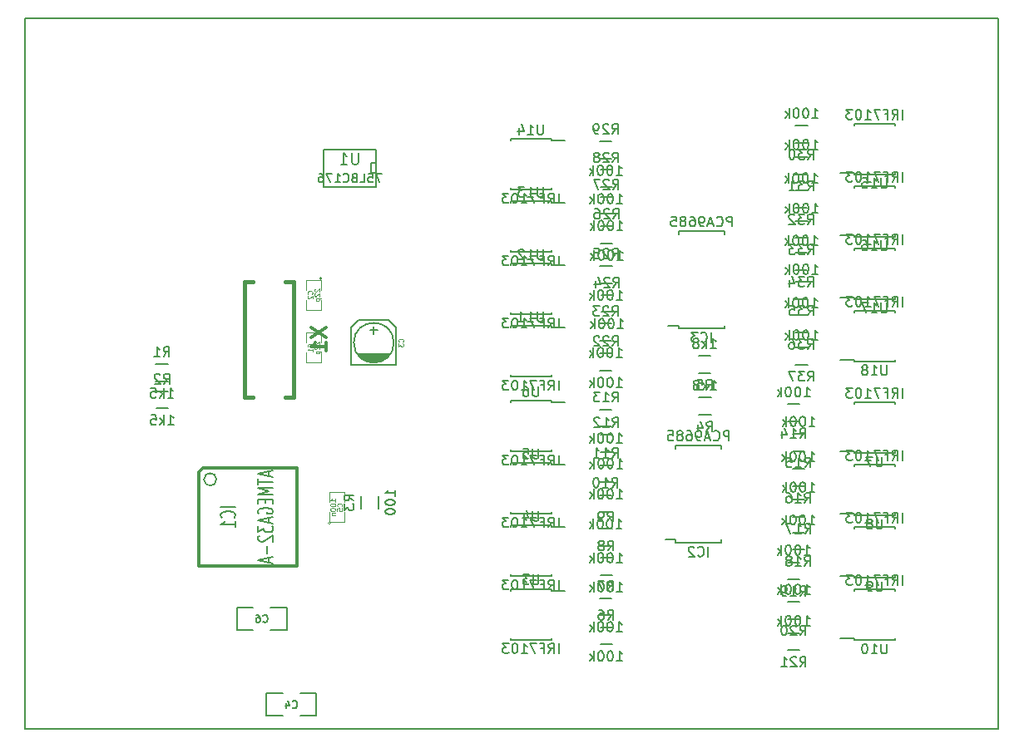
<source format=gbo>
G04 #@! TF.FileFunction,Legend,Bot*
%FSLAX46Y46*%
G04 Gerber Fmt 4.6, Leading zero omitted, Abs format (unit mm)*
G04 Created by KiCad (PCBNEW 0.201501052116+5352~20~ubuntu14.04.1-product) date Di 06 Jan 2015 18:05:51 CET*
%MOMM*%
G01*
G04 APERTURE LIST*
%ADD10C,0.150000*%
%ADD11C,0.200000*%
%ADD12C,0.099060*%
%ADD13C,0.127000*%
%ADD14C,0.304800*%
%ADD15C,0.203200*%
%ADD16C,0.381000*%
%ADD17C,0.109220*%
%ADD18C,0.119380*%
%ADD19C,0.152400*%
G04 APERTURE END LIST*
D10*
D11*
X124460000Y-24130000D02*
X25400000Y-24130000D01*
X124460000Y-96520000D02*
X124460000Y-24130000D01*
X25400000Y-96520000D02*
X124460000Y-96520000D01*
X25400000Y-24130000D02*
X25400000Y-96520000D01*
D12*
X55599000Y-55999000D02*
G75*
G03X55599000Y-55999000I-127000J0D01*
G01*
X55472000Y-57142000D02*
X55472000Y-56126000D01*
X55472000Y-56126000D02*
X53948000Y-56126000D01*
X53948000Y-56126000D02*
X53948000Y-57142000D01*
X53948000Y-58158000D02*
X53948000Y-59174000D01*
X53948000Y-59174000D02*
X55472000Y-59174000D01*
X55472000Y-59174000D02*
X55472000Y-58158000D01*
X55599000Y-50619000D02*
G75*
G03X55599000Y-50619000I-127000J0D01*
G01*
X55472000Y-51762000D02*
X55472000Y-50746000D01*
X55472000Y-50746000D02*
X53948000Y-50746000D01*
X53948000Y-50746000D02*
X53948000Y-51762000D01*
X53948000Y-52778000D02*
X53948000Y-53794000D01*
X53948000Y-53794000D02*
X55472000Y-53794000D01*
X55472000Y-53794000D02*
X55472000Y-52778000D01*
D13*
X60860000Y-55499000D02*
X60860000Y-56261000D01*
X61241000Y-55880000D02*
X60479000Y-55880000D01*
X58574000Y-55626000D02*
X58574000Y-59436000D01*
X62384000Y-54864000D02*
X59336000Y-54864000D01*
X58574000Y-55626000D02*
X59336000Y-54864000D01*
X63146000Y-55626000D02*
X63146000Y-59436000D01*
X63146000Y-55626000D02*
X62384000Y-54864000D01*
X60733000Y-59182000D02*
X60987000Y-59182000D01*
X61495000Y-59055000D02*
X60225000Y-59055000D01*
X59971000Y-58928000D02*
X61749000Y-58928000D01*
X59717000Y-58801000D02*
X62003000Y-58801000D01*
X62130000Y-58674000D02*
X59590000Y-58674000D01*
X59463000Y-58547000D02*
X62257000Y-58547000D01*
X62384000Y-58420000D02*
X59336000Y-58420000D01*
X62511000Y-58293000D02*
X59209000Y-58293000D01*
X62892000Y-57150000D02*
G75*
G03X62892000Y-57150000I-2032000J0D01*
G01*
X63146000Y-59436000D02*
X58574000Y-59436000D01*
X55010000Y-92887000D02*
X55010000Y-95173000D01*
X55010000Y-95173000D02*
X53359000Y-95173000D01*
X51581000Y-92887000D02*
X49930000Y-92887000D01*
X49930000Y-92887000D02*
X49930000Y-95173000D01*
X49930000Y-95173000D02*
X51581000Y-95173000D01*
X53359000Y-92887000D02*
X55010000Y-92887000D01*
D12*
X56465000Y-75551000D02*
G75*
G03X56465000Y-75551000I-127000J0D01*
G01*
X56338000Y-74408000D02*
X56338000Y-75424000D01*
X56338000Y-75424000D02*
X57862000Y-75424000D01*
X57862000Y-75424000D02*
X57862000Y-74408000D01*
X57862000Y-73392000D02*
X57862000Y-72376000D01*
X57862000Y-72376000D02*
X56338000Y-72376000D01*
X56338000Y-72376000D02*
X56338000Y-73392000D01*
D13*
X52000000Y-84147000D02*
X52000000Y-86433000D01*
X52000000Y-86433000D02*
X50349000Y-86433000D01*
X48571000Y-84147000D02*
X46920000Y-84147000D01*
X46920000Y-84147000D02*
X46920000Y-86433000D01*
X46920000Y-86433000D02*
X48571000Y-86433000D01*
X50349000Y-84147000D02*
X52000000Y-84147000D01*
D14*
X43016200Y-79883800D02*
X53023800Y-79883800D01*
X53023800Y-79883800D02*
X53023800Y-69876200D01*
X43498800Y-69876200D02*
X53023800Y-69876200D01*
X43016200Y-70358800D02*
X43016200Y-79883800D01*
X43498800Y-69876200D02*
X43016200Y-70358800D01*
D15*
X44845000Y-71070000D02*
G75*
G03X44845000Y-71070000I-635000J0D01*
G01*
D10*
X91595000Y-77545000D02*
X91595000Y-77220000D01*
X96245000Y-77545000D02*
X96245000Y-77220000D01*
X96245000Y-67595000D02*
X96245000Y-67920000D01*
X91595000Y-67595000D02*
X91595000Y-67920000D01*
X91595000Y-77545000D02*
X96245000Y-77545000D01*
X91595000Y-67595000D02*
X96245000Y-67595000D01*
X91595000Y-77220000D02*
X90520000Y-77220000D01*
X91915000Y-55715000D02*
X91915000Y-55390000D01*
X96565000Y-55715000D02*
X96565000Y-55390000D01*
X96565000Y-45765000D02*
X96565000Y-46090000D01*
X91915000Y-45765000D02*
X91915000Y-46090000D01*
X91915000Y-55715000D02*
X96565000Y-55715000D01*
X91915000Y-45765000D02*
X96565000Y-45765000D01*
X91915000Y-55390000D02*
X90840000Y-55390000D01*
X38690000Y-61075000D02*
X39890000Y-61075000D01*
X39890000Y-59325000D02*
X38690000Y-59325000D01*
X38720000Y-63845000D02*
X39920000Y-63845000D01*
X39920000Y-62095000D02*
X38720000Y-62095000D01*
X61355000Y-74010000D02*
X61355000Y-72810000D01*
X59605000Y-72810000D02*
X59605000Y-74010000D01*
X95170000Y-62745000D02*
X93970000Y-62745000D01*
X93970000Y-64495000D02*
X95170000Y-64495000D01*
X95120000Y-58495000D02*
X93920000Y-58495000D01*
X93920000Y-60245000D02*
X95120000Y-60245000D01*
X83910000Y-87885000D02*
X85110000Y-87885000D01*
X85110000Y-86135000D02*
X83910000Y-86135000D01*
X83890000Y-84905000D02*
X85090000Y-84905000D01*
X85090000Y-83155000D02*
X83890000Y-83155000D01*
X83910000Y-80835000D02*
X85110000Y-80835000D01*
X85110000Y-79085000D02*
X83910000Y-79085000D01*
X83900000Y-77875000D02*
X85100000Y-77875000D01*
X85100000Y-76125000D02*
X83900000Y-76125000D01*
X83860000Y-74425000D02*
X85060000Y-74425000D01*
X85060000Y-72675000D02*
X83860000Y-72675000D01*
X83900000Y-71375000D02*
X85100000Y-71375000D01*
X85100000Y-69625000D02*
X83900000Y-69625000D01*
X83930000Y-68275000D02*
X85130000Y-68275000D01*
X85130000Y-66525000D02*
X83930000Y-66525000D01*
X83890000Y-65685000D02*
X85090000Y-65685000D01*
X85090000Y-63935000D02*
X83890000Y-63935000D01*
X104200000Y-63425000D02*
X103000000Y-63425000D01*
X103000000Y-65175000D02*
X104200000Y-65175000D01*
X104700000Y-66425000D02*
X103500000Y-66425000D01*
X103500000Y-68175000D02*
X104700000Y-68175000D01*
X104670000Y-70015000D02*
X103470000Y-70015000D01*
X103470000Y-71765000D02*
X104670000Y-71765000D01*
X104700000Y-73125000D02*
X103500000Y-73125000D01*
X103500000Y-74875000D02*
X104700000Y-74875000D01*
X104670000Y-76465000D02*
X103470000Y-76465000D01*
X103470000Y-78215000D02*
X104670000Y-78215000D01*
X104200000Y-79525000D02*
X103000000Y-79525000D01*
X103000000Y-81275000D02*
X104200000Y-81275000D01*
X104200000Y-83525000D02*
X103000000Y-83525000D01*
X103000000Y-85275000D02*
X104200000Y-85275000D01*
X104200000Y-86725000D02*
X103000000Y-86725000D01*
X103000000Y-88475000D02*
X104200000Y-88475000D01*
X83890000Y-60005000D02*
X85090000Y-60005000D01*
X85090000Y-58255000D02*
X83890000Y-58255000D01*
X83880000Y-56955000D02*
X85080000Y-56955000D01*
X85080000Y-55205000D02*
X83880000Y-55205000D01*
X84000000Y-54025000D02*
X85200000Y-54025000D01*
X85200000Y-52275000D02*
X84000000Y-52275000D01*
X83900000Y-51095000D02*
X85100000Y-51095000D01*
X85100000Y-49345000D02*
X83900000Y-49345000D01*
X83960000Y-47035000D02*
X85160000Y-47035000D01*
X85160000Y-45285000D02*
X83960000Y-45285000D01*
X83940000Y-44025000D02*
X85140000Y-44025000D01*
X85140000Y-42275000D02*
X83940000Y-42275000D01*
X83920000Y-41295000D02*
X85120000Y-41295000D01*
X85120000Y-39545000D02*
X83920000Y-39545000D01*
X83870000Y-38395000D02*
X85070000Y-38395000D01*
X85070000Y-36645000D02*
X83870000Y-36645000D01*
X105000000Y-35025000D02*
X103800000Y-35025000D01*
X103800000Y-36775000D02*
X105000000Y-36775000D01*
X105000000Y-38225000D02*
X103800000Y-38225000D01*
X103800000Y-39975000D02*
X105000000Y-39975000D01*
X104970000Y-41645000D02*
X103770000Y-41645000D01*
X103770000Y-43395000D02*
X104970000Y-43395000D01*
X105000000Y-44725000D02*
X103800000Y-44725000D01*
X103800000Y-46475000D02*
X105000000Y-46475000D01*
X104970000Y-47995000D02*
X103770000Y-47995000D01*
X103770000Y-49745000D02*
X104970000Y-49745000D01*
X105000000Y-50925000D02*
X103800000Y-50925000D01*
X103800000Y-52675000D02*
X105000000Y-52675000D01*
X104970000Y-54345000D02*
X103770000Y-54345000D01*
X103770000Y-56095000D02*
X104970000Y-56095000D01*
X105000000Y-57625000D02*
X103800000Y-57625000D01*
X103800000Y-59375000D02*
X105000000Y-59375000D01*
D13*
X61087000Y-41148000D02*
X61087000Y-41275000D01*
X61087000Y-41275000D02*
X55753000Y-41275000D01*
X55753000Y-37465000D02*
X61087000Y-37465000D01*
X61087000Y-37465000D02*
X61087000Y-41148000D01*
X61087000Y-38862000D02*
X60579000Y-38862000D01*
X60579000Y-38862000D02*
X60579000Y-39878000D01*
X60579000Y-39878000D02*
X61087000Y-39878000D01*
X55753000Y-37465000D02*
X55753000Y-41275000D01*
D10*
X78935000Y-82255000D02*
X78935000Y-82400000D01*
X74785000Y-82255000D02*
X74785000Y-82400000D01*
X74785000Y-87405000D02*
X74785000Y-87260000D01*
X78935000Y-87405000D02*
X78935000Y-87260000D01*
X78935000Y-82255000D02*
X74785000Y-82255000D01*
X78935000Y-87405000D02*
X74785000Y-87405000D01*
X78935000Y-82400000D02*
X80335000Y-82400000D01*
X78925000Y-75775000D02*
X78925000Y-75920000D01*
X74775000Y-75775000D02*
X74775000Y-75920000D01*
X74775000Y-80925000D02*
X74775000Y-80780000D01*
X78925000Y-80925000D02*
X78925000Y-80780000D01*
X78925000Y-75775000D02*
X74775000Y-75775000D01*
X78925000Y-80925000D02*
X74775000Y-80925000D01*
X78925000Y-75920000D02*
X80325000Y-75920000D01*
X78925000Y-69425000D02*
X78925000Y-69570000D01*
X74775000Y-69425000D02*
X74775000Y-69570000D01*
X74775000Y-74575000D02*
X74775000Y-74430000D01*
X78925000Y-74575000D02*
X78925000Y-74430000D01*
X78925000Y-69425000D02*
X74775000Y-69425000D01*
X78925000Y-74575000D02*
X74775000Y-74575000D01*
X78925000Y-69570000D02*
X80325000Y-69570000D01*
X78925000Y-63075000D02*
X78925000Y-63220000D01*
X74775000Y-63075000D02*
X74775000Y-63220000D01*
X74775000Y-68225000D02*
X74775000Y-68080000D01*
X78925000Y-68225000D02*
X78925000Y-68080000D01*
X78925000Y-63075000D02*
X74775000Y-63075000D01*
X78925000Y-68225000D02*
X74775000Y-68225000D01*
X78925000Y-63220000D02*
X80325000Y-63220000D01*
X109765000Y-68385000D02*
X109765000Y-68240000D01*
X113915000Y-68385000D02*
X113915000Y-68240000D01*
X113915000Y-63235000D02*
X113915000Y-63380000D01*
X109765000Y-63235000D02*
X109765000Y-63380000D01*
X109765000Y-68385000D02*
X113915000Y-68385000D01*
X109765000Y-63235000D02*
X113915000Y-63235000D01*
X109765000Y-68240000D02*
X108365000Y-68240000D01*
X109765000Y-74735000D02*
X109765000Y-74590000D01*
X113915000Y-74735000D02*
X113915000Y-74590000D01*
X113915000Y-69585000D02*
X113915000Y-69730000D01*
X109765000Y-69585000D02*
X109765000Y-69730000D01*
X109765000Y-74735000D02*
X113915000Y-74735000D01*
X109765000Y-69585000D02*
X113915000Y-69585000D01*
X109765000Y-74590000D02*
X108365000Y-74590000D01*
X109765000Y-81085000D02*
X109765000Y-80940000D01*
X113915000Y-81085000D02*
X113915000Y-80940000D01*
X113915000Y-75935000D02*
X113915000Y-76080000D01*
X109765000Y-75935000D02*
X109765000Y-76080000D01*
X109765000Y-81085000D02*
X113915000Y-81085000D01*
X109765000Y-75935000D02*
X113915000Y-75935000D01*
X109765000Y-80940000D02*
X108365000Y-80940000D01*
X109765000Y-87435000D02*
X109765000Y-87290000D01*
X113915000Y-87435000D02*
X113915000Y-87290000D01*
X113915000Y-82285000D02*
X113915000Y-82430000D01*
X109765000Y-82285000D02*
X109765000Y-82430000D01*
X109765000Y-87435000D02*
X113915000Y-87435000D01*
X109765000Y-82285000D02*
X113915000Y-82285000D01*
X109765000Y-87290000D02*
X108365000Y-87290000D01*
X78925000Y-55455000D02*
X78925000Y-55600000D01*
X74775000Y-55455000D02*
X74775000Y-55600000D01*
X74775000Y-60605000D02*
X74775000Y-60460000D01*
X78925000Y-60605000D02*
X78925000Y-60460000D01*
X78925000Y-55455000D02*
X74775000Y-55455000D01*
X78925000Y-60605000D02*
X74775000Y-60605000D01*
X78925000Y-55600000D02*
X80325000Y-55600000D01*
X78925000Y-49105000D02*
X78925000Y-49250000D01*
X74775000Y-49105000D02*
X74775000Y-49250000D01*
X74775000Y-54255000D02*
X74775000Y-54110000D01*
X78925000Y-54255000D02*
X78925000Y-54110000D01*
X78925000Y-49105000D02*
X74775000Y-49105000D01*
X78925000Y-54255000D02*
X74775000Y-54255000D01*
X78925000Y-49250000D02*
X80325000Y-49250000D01*
X78925000Y-42755000D02*
X78925000Y-42900000D01*
X74775000Y-42755000D02*
X74775000Y-42900000D01*
X74775000Y-47905000D02*
X74775000Y-47760000D01*
X78925000Y-47905000D02*
X78925000Y-47760000D01*
X78925000Y-42755000D02*
X74775000Y-42755000D01*
X78925000Y-47905000D02*
X74775000Y-47905000D01*
X78925000Y-42900000D02*
X80325000Y-42900000D01*
X78925000Y-36405000D02*
X78925000Y-36550000D01*
X74775000Y-36405000D02*
X74775000Y-36550000D01*
X74775000Y-41555000D02*
X74775000Y-41410000D01*
X78925000Y-41555000D02*
X78925000Y-41410000D01*
X78925000Y-36405000D02*
X74775000Y-36405000D01*
X78925000Y-41555000D02*
X74775000Y-41555000D01*
X78925000Y-36550000D02*
X80325000Y-36550000D01*
X109765000Y-40015000D02*
X109765000Y-39870000D01*
X113915000Y-40015000D02*
X113915000Y-39870000D01*
X113915000Y-34865000D02*
X113915000Y-35010000D01*
X109765000Y-34865000D02*
X109765000Y-35010000D01*
X109765000Y-40015000D02*
X113915000Y-40015000D01*
X109765000Y-34865000D02*
X113915000Y-34865000D01*
X109765000Y-39870000D02*
X108365000Y-39870000D01*
X109765000Y-46365000D02*
X109765000Y-46220000D01*
X113915000Y-46365000D02*
X113915000Y-46220000D01*
X113915000Y-41215000D02*
X113915000Y-41360000D01*
X109765000Y-41215000D02*
X109765000Y-41360000D01*
X109765000Y-46365000D02*
X113915000Y-46365000D01*
X109765000Y-41215000D02*
X113915000Y-41215000D01*
X109765000Y-46220000D02*
X108365000Y-46220000D01*
X109765000Y-52715000D02*
X109765000Y-52570000D01*
X113915000Y-52715000D02*
X113915000Y-52570000D01*
X113915000Y-47565000D02*
X113915000Y-47710000D01*
X109765000Y-47565000D02*
X109765000Y-47710000D01*
X109765000Y-52715000D02*
X113915000Y-52715000D01*
X109765000Y-47565000D02*
X113915000Y-47565000D01*
X109765000Y-52570000D02*
X108365000Y-52570000D01*
X109765000Y-59065000D02*
X109765000Y-58920000D01*
X113915000Y-59065000D02*
X113915000Y-58920000D01*
X113915000Y-53915000D02*
X113915000Y-54060000D01*
X109765000Y-53915000D02*
X109765000Y-54060000D01*
X109765000Y-59065000D02*
X113915000Y-59065000D01*
X109765000Y-53915000D02*
X113915000Y-53915000D01*
X109765000Y-58920000D02*
X108365000Y-58920000D01*
D16*
X47740640Y-62669620D02*
X47740640Y-50970380D01*
X52739360Y-50970380D02*
X52739360Y-62669620D01*
X47740640Y-50970380D02*
X48589000Y-50970380D01*
X52739360Y-50970380D02*
X51891000Y-50970380D01*
X47740640Y-62669620D02*
X48589000Y-62669620D01*
X52739360Y-62669620D02*
X51891000Y-62669620D01*
D17*
X54571207Y-57566604D02*
X54595035Y-57542776D01*
X54618862Y-57471293D01*
X54618862Y-57423638D01*
X54595035Y-57352155D01*
X54547380Y-57304500D01*
X54499724Y-57280672D01*
X54404414Y-57256844D01*
X54332931Y-57256844D01*
X54237620Y-57280672D01*
X54189965Y-57304500D01*
X54142310Y-57352155D01*
X54118482Y-57423638D01*
X54118482Y-57471293D01*
X54142310Y-57542776D01*
X54166138Y-57566604D01*
X54618862Y-58043156D02*
X54618862Y-57757224D01*
X54618862Y-57900190D02*
X54118482Y-57900190D01*
X54189965Y-57852535D01*
X54237620Y-57804880D01*
X54261448Y-57757224D01*
X54864638Y-57042396D02*
X54840810Y-57066224D01*
X54816982Y-57113879D01*
X54816982Y-57233017D01*
X54840810Y-57280673D01*
X54864638Y-57304500D01*
X54912293Y-57328328D01*
X54959948Y-57328328D01*
X55031431Y-57304500D01*
X55317362Y-57018569D01*
X55317362Y-57328328D01*
X54864638Y-57518948D02*
X54840810Y-57542776D01*
X54816982Y-57590431D01*
X54816982Y-57709569D01*
X54840810Y-57757225D01*
X54864638Y-57781052D01*
X54912293Y-57804880D01*
X54959948Y-57804880D01*
X55031431Y-57781052D01*
X55317362Y-57495121D01*
X55317362Y-57804880D01*
X54983776Y-58019328D02*
X55484156Y-58019328D01*
X55007603Y-58019328D02*
X54983776Y-58066983D01*
X54983776Y-58162294D01*
X55007603Y-58209949D01*
X55031431Y-58233777D01*
X55079086Y-58257604D01*
X55222052Y-58257604D01*
X55269707Y-58233777D01*
X55293535Y-58209949D01*
X55317362Y-58162294D01*
X55317362Y-58066983D01*
X55293535Y-58019328D01*
X54571207Y-52186604D02*
X54595035Y-52162776D01*
X54618862Y-52091293D01*
X54618862Y-52043638D01*
X54595035Y-51972155D01*
X54547380Y-51924500D01*
X54499724Y-51900672D01*
X54404414Y-51876844D01*
X54332931Y-51876844D01*
X54237620Y-51900672D01*
X54189965Y-51924500D01*
X54142310Y-51972155D01*
X54118482Y-52043638D01*
X54118482Y-52091293D01*
X54142310Y-52162776D01*
X54166138Y-52186604D01*
X54166138Y-52377224D02*
X54142310Y-52401052D01*
X54118482Y-52448707D01*
X54118482Y-52567845D01*
X54142310Y-52615501D01*
X54166138Y-52639328D01*
X54213793Y-52663156D01*
X54261448Y-52663156D01*
X54332931Y-52639328D01*
X54618862Y-52353397D01*
X54618862Y-52663156D01*
X54864638Y-51662396D02*
X54840810Y-51686224D01*
X54816982Y-51733879D01*
X54816982Y-51853017D01*
X54840810Y-51900673D01*
X54864638Y-51924500D01*
X54912293Y-51948328D01*
X54959948Y-51948328D01*
X55031431Y-51924500D01*
X55317362Y-51638569D01*
X55317362Y-51948328D01*
X54864638Y-52138948D02*
X54840810Y-52162776D01*
X54816982Y-52210431D01*
X54816982Y-52329569D01*
X54840810Y-52377225D01*
X54864638Y-52401052D01*
X54912293Y-52424880D01*
X54959948Y-52424880D01*
X55031431Y-52401052D01*
X55317362Y-52115121D01*
X55317362Y-52424880D01*
X54983776Y-52639328D02*
X55484156Y-52639328D01*
X55007603Y-52639328D02*
X54983776Y-52686983D01*
X54983776Y-52782294D01*
X55007603Y-52829949D01*
X55031431Y-52853777D01*
X55079086Y-52877604D01*
X55222052Y-52877604D01*
X55269707Y-52853777D01*
X55293535Y-52829949D01*
X55317362Y-52782294D01*
X55317362Y-52686983D01*
X55293535Y-52639328D01*
D18*
X63832707Y-57066604D02*
X63856535Y-57042776D01*
X63880362Y-56971293D01*
X63880362Y-56923638D01*
X63856535Y-56852155D01*
X63808880Y-56804500D01*
X63761224Y-56780672D01*
X63665914Y-56756844D01*
X63594431Y-56756844D01*
X63499120Y-56780672D01*
X63451465Y-56804500D01*
X63403810Y-56852155D01*
X63379982Y-56923638D01*
X63379982Y-56971293D01*
X63403810Y-57042776D01*
X63427638Y-57066604D01*
X63379982Y-57233397D02*
X63379982Y-57543156D01*
X63570603Y-57376363D01*
X63570603Y-57447845D01*
X63594431Y-57495501D01*
X63618259Y-57519328D01*
X63665914Y-57543156D01*
X63785052Y-57543156D01*
X63832707Y-57519328D01*
X63856535Y-57495501D01*
X63880362Y-57447845D01*
X63880362Y-57304880D01*
X63856535Y-57257224D01*
X63832707Y-57233397D01*
D13*
X52597000Y-94302143D02*
X52633286Y-94338429D01*
X52742143Y-94374714D01*
X52814714Y-94374714D01*
X52923571Y-94338429D01*
X52996143Y-94265857D01*
X53032428Y-94193286D01*
X53068714Y-94048143D01*
X53068714Y-93939286D01*
X53032428Y-93794143D01*
X52996143Y-93721571D01*
X52923571Y-93649000D01*
X52814714Y-93612714D01*
X52742143Y-93612714D01*
X52633286Y-93649000D01*
X52597000Y-93685286D01*
X51943857Y-93866714D02*
X51943857Y-94374714D01*
X52125286Y-93576429D02*
X52306714Y-94120714D01*
X51835000Y-94120714D01*
D17*
X57596207Y-73816604D02*
X57620035Y-73792776D01*
X57643862Y-73721293D01*
X57643862Y-73673638D01*
X57620035Y-73602155D01*
X57572380Y-73554500D01*
X57524724Y-73530672D01*
X57429414Y-73506844D01*
X57357931Y-73506844D01*
X57262620Y-73530672D01*
X57214965Y-73554500D01*
X57167310Y-73602155D01*
X57143482Y-73673638D01*
X57143482Y-73721293D01*
X57167310Y-73792776D01*
X57191138Y-73816604D01*
X57143482Y-74269328D02*
X57143482Y-74031052D01*
X57381759Y-74007224D01*
X57357931Y-74031052D01*
X57334103Y-74078707D01*
X57334103Y-74197845D01*
X57357931Y-74245501D01*
X57381759Y-74269328D01*
X57429414Y-74293156D01*
X57548552Y-74293156D01*
X57596207Y-74269328D01*
X57620035Y-74245501D01*
X57643862Y-74197845D01*
X57643862Y-74078707D01*
X57620035Y-74031052D01*
X57596207Y-74007224D01*
X56945362Y-73340052D02*
X56945362Y-73054120D01*
X56945362Y-73197086D02*
X56444982Y-73197086D01*
X56516465Y-73149431D01*
X56564120Y-73101776D01*
X56587948Y-73054120D01*
X56444982Y-73649811D02*
X56444982Y-73697466D01*
X56468810Y-73745121D01*
X56492638Y-73768949D01*
X56540293Y-73792776D01*
X56635603Y-73816604D01*
X56754741Y-73816604D01*
X56850052Y-73792776D01*
X56897707Y-73768949D01*
X56921535Y-73745121D01*
X56945362Y-73697466D01*
X56945362Y-73649811D01*
X56921535Y-73602155D01*
X56897707Y-73578328D01*
X56850052Y-73554500D01*
X56754741Y-73530672D01*
X56635603Y-73530672D01*
X56540293Y-73554500D01*
X56492638Y-73578328D01*
X56468810Y-73602155D01*
X56444982Y-73649811D01*
X56444982Y-74126363D02*
X56444982Y-74174018D01*
X56468810Y-74221673D01*
X56492638Y-74245501D01*
X56540293Y-74269328D01*
X56635603Y-74293156D01*
X56754741Y-74293156D01*
X56850052Y-74269328D01*
X56897707Y-74245501D01*
X56921535Y-74221673D01*
X56945362Y-74174018D01*
X56945362Y-74126363D01*
X56921535Y-74078707D01*
X56897707Y-74054880D01*
X56850052Y-74031052D01*
X56754741Y-74007224D01*
X56635603Y-74007224D01*
X56540293Y-74031052D01*
X56492638Y-74054880D01*
X56468810Y-74078707D01*
X56444982Y-74126363D01*
X56611776Y-74507604D02*
X56945362Y-74507604D01*
X56659431Y-74507604D02*
X56635603Y-74531432D01*
X56611776Y-74579087D01*
X56611776Y-74650570D01*
X56635603Y-74698225D01*
X56683259Y-74722053D01*
X56945362Y-74722053D01*
D13*
X49587000Y-85562143D02*
X49623286Y-85598429D01*
X49732143Y-85634714D01*
X49804714Y-85634714D01*
X49913571Y-85598429D01*
X49986143Y-85525857D01*
X50022428Y-85453286D01*
X50058714Y-85308143D01*
X50058714Y-85199286D01*
X50022428Y-85054143D01*
X49986143Y-84981571D01*
X49913571Y-84909000D01*
X49804714Y-84872714D01*
X49732143Y-84872714D01*
X49623286Y-84909000D01*
X49587000Y-84945286D01*
X48933857Y-84872714D02*
X49079000Y-84872714D01*
X49151571Y-84909000D01*
X49187857Y-84945286D01*
X49260428Y-85054143D01*
X49296714Y-85199286D01*
X49296714Y-85489571D01*
X49260428Y-85562143D01*
X49224143Y-85598429D01*
X49151571Y-85634714D01*
X49006428Y-85634714D01*
X48933857Y-85598429D01*
X48897571Y-85562143D01*
X48861286Y-85489571D01*
X48861286Y-85308143D01*
X48897571Y-85235571D01*
X48933857Y-85199286D01*
X49006428Y-85163000D01*
X49151571Y-85163000D01*
X49224143Y-85199286D01*
X49260428Y-85235571D01*
X49296714Y-85308143D01*
D15*
X46804429Y-73888191D02*
X45280429Y-73888191D01*
X46659286Y-74952572D02*
X46731857Y-74904191D01*
X46804429Y-74759048D01*
X46804429Y-74662286D01*
X46731857Y-74517144D01*
X46586714Y-74420382D01*
X46441571Y-74372001D01*
X46151286Y-74323620D01*
X45933571Y-74323620D01*
X45643286Y-74372001D01*
X45498143Y-74420382D01*
X45353000Y-74517144D01*
X45280429Y-74662286D01*
X45280429Y-74759048D01*
X45353000Y-74904191D01*
X45425571Y-74952572D01*
X46804429Y-75920191D02*
X46804429Y-75339620D01*
X46804429Y-75629906D02*
X45280429Y-75629906D01*
X45498143Y-75533144D01*
X45643286Y-75436382D01*
X45715857Y-75339620D01*
X50179000Y-70235429D02*
X50179000Y-70719238D01*
X50614429Y-70138667D02*
X49090429Y-70477334D01*
X50614429Y-70816000D01*
X49090429Y-71009524D02*
X49090429Y-71590095D01*
X50614429Y-71299810D02*
X49090429Y-71299810D01*
X50614429Y-71928762D02*
X49090429Y-71928762D01*
X50179000Y-72267428D01*
X49090429Y-72606095D01*
X50614429Y-72606095D01*
X49816143Y-73089905D02*
X49816143Y-73428571D01*
X50614429Y-73573714D02*
X50614429Y-73089905D01*
X49090429Y-73089905D01*
X49090429Y-73573714D01*
X49163000Y-74541333D02*
X49090429Y-74444571D01*
X49090429Y-74299428D01*
X49163000Y-74154286D01*
X49308143Y-74057524D01*
X49453286Y-74009143D01*
X49743571Y-73960762D01*
X49961286Y-73960762D01*
X50251571Y-74009143D01*
X50396714Y-74057524D01*
X50541857Y-74154286D01*
X50614429Y-74299428D01*
X50614429Y-74396190D01*
X50541857Y-74541333D01*
X50469286Y-74589714D01*
X49961286Y-74589714D01*
X49961286Y-74396190D01*
X50179000Y-74976762D02*
X50179000Y-75460571D01*
X50614429Y-74880000D02*
X49090429Y-75218667D01*
X50614429Y-75557333D01*
X49090429Y-75799238D02*
X49090429Y-76428190D01*
X49671000Y-76089524D01*
X49671000Y-76234666D01*
X49743571Y-76331428D01*
X49816143Y-76379809D01*
X49961286Y-76428190D01*
X50324143Y-76428190D01*
X50469286Y-76379809D01*
X50541857Y-76331428D01*
X50614429Y-76234666D01*
X50614429Y-75944381D01*
X50541857Y-75847619D01*
X50469286Y-75799238D01*
X49235571Y-76815238D02*
X49163000Y-76863619D01*
X49090429Y-76960381D01*
X49090429Y-77202285D01*
X49163000Y-77299047D01*
X49235571Y-77347428D01*
X49380714Y-77395809D01*
X49525857Y-77395809D01*
X49743571Y-77347428D01*
X50614429Y-76766857D01*
X50614429Y-77395809D01*
X50033857Y-77831238D02*
X50033857Y-78605333D01*
X50179000Y-79040762D02*
X50179000Y-79524571D01*
X50614429Y-78944000D02*
X49090429Y-79282667D01*
X50614429Y-79621333D01*
D10*
X94896190Y-78922381D02*
X94896190Y-77922381D01*
X93848571Y-78827143D02*
X93896190Y-78874762D01*
X94039047Y-78922381D01*
X94134285Y-78922381D01*
X94277143Y-78874762D01*
X94372381Y-78779524D01*
X94420000Y-78684286D01*
X94467619Y-78493810D01*
X94467619Y-78350952D01*
X94420000Y-78160476D01*
X94372381Y-78065238D01*
X94277143Y-77970000D01*
X94134285Y-77922381D01*
X94039047Y-77922381D01*
X93896190Y-77970000D01*
X93848571Y-78017619D01*
X93467619Y-78017619D02*
X93420000Y-77970000D01*
X93324762Y-77922381D01*
X93086666Y-77922381D01*
X92991428Y-77970000D01*
X92943809Y-78017619D01*
X92896190Y-78112857D01*
X92896190Y-78208095D01*
X92943809Y-78350952D01*
X93515238Y-78922381D01*
X92896190Y-78922381D01*
X97015238Y-67122381D02*
X97015238Y-66122381D01*
X96634285Y-66122381D01*
X96539047Y-66170000D01*
X96491428Y-66217619D01*
X96443809Y-66312857D01*
X96443809Y-66455714D01*
X96491428Y-66550952D01*
X96539047Y-66598571D01*
X96634285Y-66646190D01*
X97015238Y-66646190D01*
X95443809Y-67027143D02*
X95491428Y-67074762D01*
X95634285Y-67122381D01*
X95729523Y-67122381D01*
X95872381Y-67074762D01*
X95967619Y-66979524D01*
X96015238Y-66884286D01*
X96062857Y-66693810D01*
X96062857Y-66550952D01*
X96015238Y-66360476D01*
X95967619Y-66265238D01*
X95872381Y-66170000D01*
X95729523Y-66122381D01*
X95634285Y-66122381D01*
X95491428Y-66170000D01*
X95443809Y-66217619D01*
X95062857Y-66836667D02*
X94586666Y-66836667D01*
X95158095Y-67122381D02*
X94824762Y-66122381D01*
X94491428Y-67122381D01*
X94110476Y-67122381D02*
X93920000Y-67122381D01*
X93824761Y-67074762D01*
X93777142Y-67027143D01*
X93681904Y-66884286D01*
X93634285Y-66693810D01*
X93634285Y-66312857D01*
X93681904Y-66217619D01*
X93729523Y-66170000D01*
X93824761Y-66122381D01*
X94015238Y-66122381D01*
X94110476Y-66170000D01*
X94158095Y-66217619D01*
X94205714Y-66312857D01*
X94205714Y-66550952D01*
X94158095Y-66646190D01*
X94110476Y-66693810D01*
X94015238Y-66741429D01*
X93824761Y-66741429D01*
X93729523Y-66693810D01*
X93681904Y-66646190D01*
X93634285Y-66550952D01*
X92777142Y-66122381D02*
X92967619Y-66122381D01*
X93062857Y-66170000D01*
X93110476Y-66217619D01*
X93205714Y-66360476D01*
X93253333Y-66550952D01*
X93253333Y-66931905D01*
X93205714Y-67027143D01*
X93158095Y-67074762D01*
X93062857Y-67122381D01*
X92872380Y-67122381D01*
X92777142Y-67074762D01*
X92729523Y-67027143D01*
X92681904Y-66931905D01*
X92681904Y-66693810D01*
X92729523Y-66598571D01*
X92777142Y-66550952D01*
X92872380Y-66503333D01*
X93062857Y-66503333D01*
X93158095Y-66550952D01*
X93205714Y-66598571D01*
X93253333Y-66693810D01*
X92110476Y-66550952D02*
X92205714Y-66503333D01*
X92253333Y-66455714D01*
X92300952Y-66360476D01*
X92300952Y-66312857D01*
X92253333Y-66217619D01*
X92205714Y-66170000D01*
X92110476Y-66122381D01*
X91919999Y-66122381D01*
X91824761Y-66170000D01*
X91777142Y-66217619D01*
X91729523Y-66312857D01*
X91729523Y-66360476D01*
X91777142Y-66455714D01*
X91824761Y-66503333D01*
X91919999Y-66550952D01*
X92110476Y-66550952D01*
X92205714Y-66598571D01*
X92253333Y-66646190D01*
X92300952Y-66741429D01*
X92300952Y-66931905D01*
X92253333Y-67027143D01*
X92205714Y-67074762D01*
X92110476Y-67122381D01*
X91919999Y-67122381D01*
X91824761Y-67074762D01*
X91777142Y-67027143D01*
X91729523Y-66931905D01*
X91729523Y-66741429D01*
X91777142Y-66646190D01*
X91824761Y-66598571D01*
X91919999Y-66550952D01*
X90824761Y-66122381D02*
X91300952Y-66122381D01*
X91348571Y-66598571D01*
X91300952Y-66550952D01*
X91205714Y-66503333D01*
X90967618Y-66503333D01*
X90872380Y-66550952D01*
X90824761Y-66598571D01*
X90777142Y-66693810D01*
X90777142Y-66931905D01*
X90824761Y-67027143D01*
X90872380Y-67074762D01*
X90967618Y-67122381D01*
X91205714Y-67122381D01*
X91300952Y-67074762D01*
X91348571Y-67027143D01*
X95216190Y-57092381D02*
X95216190Y-56092381D01*
X94168571Y-56997143D02*
X94216190Y-57044762D01*
X94359047Y-57092381D01*
X94454285Y-57092381D01*
X94597143Y-57044762D01*
X94692381Y-56949524D01*
X94740000Y-56854286D01*
X94787619Y-56663810D01*
X94787619Y-56520952D01*
X94740000Y-56330476D01*
X94692381Y-56235238D01*
X94597143Y-56140000D01*
X94454285Y-56092381D01*
X94359047Y-56092381D01*
X94216190Y-56140000D01*
X94168571Y-56187619D01*
X93835238Y-56092381D02*
X93216190Y-56092381D01*
X93549524Y-56473333D01*
X93406666Y-56473333D01*
X93311428Y-56520952D01*
X93263809Y-56568571D01*
X93216190Y-56663810D01*
X93216190Y-56901905D01*
X93263809Y-56997143D01*
X93311428Y-57044762D01*
X93406666Y-57092381D01*
X93692381Y-57092381D01*
X93787619Y-57044762D01*
X93835238Y-56997143D01*
X97335238Y-45292381D02*
X97335238Y-44292381D01*
X96954285Y-44292381D01*
X96859047Y-44340000D01*
X96811428Y-44387619D01*
X96763809Y-44482857D01*
X96763809Y-44625714D01*
X96811428Y-44720952D01*
X96859047Y-44768571D01*
X96954285Y-44816190D01*
X97335238Y-44816190D01*
X95763809Y-45197143D02*
X95811428Y-45244762D01*
X95954285Y-45292381D01*
X96049523Y-45292381D01*
X96192381Y-45244762D01*
X96287619Y-45149524D01*
X96335238Y-45054286D01*
X96382857Y-44863810D01*
X96382857Y-44720952D01*
X96335238Y-44530476D01*
X96287619Y-44435238D01*
X96192381Y-44340000D01*
X96049523Y-44292381D01*
X95954285Y-44292381D01*
X95811428Y-44340000D01*
X95763809Y-44387619D01*
X95382857Y-45006667D02*
X94906666Y-45006667D01*
X95478095Y-45292381D02*
X95144762Y-44292381D01*
X94811428Y-45292381D01*
X94430476Y-45292381D02*
X94240000Y-45292381D01*
X94144761Y-45244762D01*
X94097142Y-45197143D01*
X94001904Y-45054286D01*
X93954285Y-44863810D01*
X93954285Y-44482857D01*
X94001904Y-44387619D01*
X94049523Y-44340000D01*
X94144761Y-44292381D01*
X94335238Y-44292381D01*
X94430476Y-44340000D01*
X94478095Y-44387619D01*
X94525714Y-44482857D01*
X94525714Y-44720952D01*
X94478095Y-44816190D01*
X94430476Y-44863810D01*
X94335238Y-44911429D01*
X94144761Y-44911429D01*
X94049523Y-44863810D01*
X94001904Y-44816190D01*
X93954285Y-44720952D01*
X93097142Y-44292381D02*
X93287619Y-44292381D01*
X93382857Y-44340000D01*
X93430476Y-44387619D01*
X93525714Y-44530476D01*
X93573333Y-44720952D01*
X93573333Y-45101905D01*
X93525714Y-45197143D01*
X93478095Y-45244762D01*
X93382857Y-45292381D01*
X93192380Y-45292381D01*
X93097142Y-45244762D01*
X93049523Y-45197143D01*
X93001904Y-45101905D01*
X93001904Y-44863810D01*
X93049523Y-44768571D01*
X93097142Y-44720952D01*
X93192380Y-44673333D01*
X93382857Y-44673333D01*
X93478095Y-44720952D01*
X93525714Y-44768571D01*
X93573333Y-44863810D01*
X92430476Y-44720952D02*
X92525714Y-44673333D01*
X92573333Y-44625714D01*
X92620952Y-44530476D01*
X92620952Y-44482857D01*
X92573333Y-44387619D01*
X92525714Y-44340000D01*
X92430476Y-44292381D01*
X92239999Y-44292381D01*
X92144761Y-44340000D01*
X92097142Y-44387619D01*
X92049523Y-44482857D01*
X92049523Y-44530476D01*
X92097142Y-44625714D01*
X92144761Y-44673333D01*
X92239999Y-44720952D01*
X92430476Y-44720952D01*
X92525714Y-44768571D01*
X92573333Y-44816190D01*
X92620952Y-44911429D01*
X92620952Y-45101905D01*
X92573333Y-45197143D01*
X92525714Y-45244762D01*
X92430476Y-45292381D01*
X92239999Y-45292381D01*
X92144761Y-45244762D01*
X92097142Y-45197143D01*
X92049523Y-45101905D01*
X92049523Y-44911429D01*
X92097142Y-44816190D01*
X92144761Y-44768571D01*
X92239999Y-44720952D01*
X91144761Y-44292381D02*
X91620952Y-44292381D01*
X91668571Y-44768571D01*
X91620952Y-44720952D01*
X91525714Y-44673333D01*
X91287618Y-44673333D01*
X91192380Y-44720952D01*
X91144761Y-44768571D01*
X91097142Y-44863810D01*
X91097142Y-45101905D01*
X91144761Y-45197143D01*
X91192380Y-45244762D01*
X91287618Y-45292381D01*
X91525714Y-45292381D01*
X91620952Y-45244762D01*
X91668571Y-45197143D01*
X39456666Y-58552381D02*
X39790000Y-58076190D01*
X40028095Y-58552381D02*
X40028095Y-57552381D01*
X39647142Y-57552381D01*
X39551904Y-57600000D01*
X39504285Y-57647619D01*
X39456666Y-57742857D01*
X39456666Y-57885714D01*
X39504285Y-57980952D01*
X39551904Y-58028571D01*
X39647142Y-58076190D01*
X40028095Y-58076190D01*
X38504285Y-58552381D02*
X39075714Y-58552381D01*
X38790000Y-58552381D02*
X38790000Y-57552381D01*
X38885238Y-57695238D01*
X38980476Y-57790476D01*
X39075714Y-57838095D01*
X39885238Y-62752381D02*
X40456667Y-62752381D01*
X40170953Y-62752381D02*
X40170953Y-61752381D01*
X40266191Y-61895238D01*
X40361429Y-61990476D01*
X40456667Y-62038095D01*
X39456667Y-62752381D02*
X39456667Y-61752381D01*
X39361429Y-62371429D02*
X39075714Y-62752381D01*
X39075714Y-62085714D02*
X39456667Y-62466667D01*
X38170952Y-61752381D02*
X38647143Y-61752381D01*
X38694762Y-62228571D01*
X38647143Y-62180952D01*
X38551905Y-62133333D01*
X38313809Y-62133333D01*
X38218571Y-62180952D01*
X38170952Y-62228571D01*
X38123333Y-62323810D01*
X38123333Y-62561905D01*
X38170952Y-62657143D01*
X38218571Y-62704762D01*
X38313809Y-62752381D01*
X38551905Y-62752381D01*
X38647143Y-62704762D01*
X38694762Y-62657143D01*
X39486666Y-61322381D02*
X39820000Y-60846190D01*
X40058095Y-61322381D02*
X40058095Y-60322381D01*
X39677142Y-60322381D01*
X39581904Y-60370000D01*
X39534285Y-60417619D01*
X39486666Y-60512857D01*
X39486666Y-60655714D01*
X39534285Y-60750952D01*
X39581904Y-60798571D01*
X39677142Y-60846190D01*
X40058095Y-60846190D01*
X39105714Y-60417619D02*
X39058095Y-60370000D01*
X38962857Y-60322381D01*
X38724761Y-60322381D01*
X38629523Y-60370000D01*
X38581904Y-60417619D01*
X38534285Y-60512857D01*
X38534285Y-60608095D01*
X38581904Y-60750952D01*
X39153333Y-61322381D01*
X38534285Y-61322381D01*
X39915238Y-65522381D02*
X40486667Y-65522381D01*
X40200953Y-65522381D02*
X40200953Y-64522381D01*
X40296191Y-64665238D01*
X40391429Y-64760476D01*
X40486667Y-64808095D01*
X39486667Y-65522381D02*
X39486667Y-64522381D01*
X39391429Y-65141429D02*
X39105714Y-65522381D01*
X39105714Y-64855714D02*
X39486667Y-65236667D01*
X38200952Y-64522381D02*
X38677143Y-64522381D01*
X38724762Y-64998571D01*
X38677143Y-64950952D01*
X38581905Y-64903333D01*
X38343809Y-64903333D01*
X38248571Y-64950952D01*
X38200952Y-64998571D01*
X38153333Y-65093810D01*
X38153333Y-65331905D01*
X38200952Y-65427143D01*
X38248571Y-65474762D01*
X38343809Y-65522381D01*
X38581905Y-65522381D01*
X38677143Y-65474762D01*
X38724762Y-65427143D01*
X58832381Y-73243334D02*
X58356190Y-72910000D01*
X58832381Y-72671905D02*
X57832381Y-72671905D01*
X57832381Y-73052858D01*
X57880000Y-73148096D01*
X57927619Y-73195715D01*
X58022857Y-73243334D01*
X58165714Y-73243334D01*
X58260952Y-73195715D01*
X58308571Y-73148096D01*
X58356190Y-73052858D01*
X58356190Y-72671905D01*
X57832381Y-73576667D02*
X57832381Y-74195715D01*
X58213333Y-73862381D01*
X58213333Y-74005239D01*
X58260952Y-74100477D01*
X58308571Y-74148096D01*
X58403810Y-74195715D01*
X58641905Y-74195715D01*
X58737143Y-74148096D01*
X58784762Y-74100477D01*
X58832381Y-74005239D01*
X58832381Y-73719524D01*
X58784762Y-73624286D01*
X58737143Y-73576667D01*
X63032381Y-72743334D02*
X63032381Y-72171905D01*
X63032381Y-72457619D02*
X62032381Y-72457619D01*
X62175238Y-72362381D01*
X62270476Y-72267143D01*
X62318095Y-72171905D01*
X62032381Y-73362381D02*
X62032381Y-73457620D01*
X62080000Y-73552858D01*
X62127619Y-73600477D01*
X62222857Y-73648096D01*
X62413333Y-73695715D01*
X62651429Y-73695715D01*
X62841905Y-73648096D01*
X62937143Y-73600477D01*
X62984762Y-73552858D01*
X63032381Y-73457620D01*
X63032381Y-73362381D01*
X62984762Y-73267143D01*
X62937143Y-73219524D01*
X62841905Y-73171905D01*
X62651429Y-73124286D01*
X62413333Y-73124286D01*
X62222857Y-73171905D01*
X62127619Y-73219524D01*
X62080000Y-73267143D01*
X62032381Y-73362381D01*
X62032381Y-74314762D02*
X62032381Y-74410001D01*
X62080000Y-74505239D01*
X62127619Y-74552858D01*
X62222857Y-74600477D01*
X62413333Y-74648096D01*
X62651429Y-74648096D01*
X62841905Y-74600477D01*
X62937143Y-74552858D01*
X62984762Y-74505239D01*
X63032381Y-74410001D01*
X63032381Y-74314762D01*
X62984762Y-74219524D01*
X62937143Y-74171905D01*
X62841905Y-74124286D01*
X62651429Y-74076667D01*
X62413333Y-74076667D01*
X62222857Y-74124286D01*
X62127619Y-74171905D01*
X62080000Y-74219524D01*
X62032381Y-74314762D01*
X94736666Y-66172381D02*
X95070000Y-65696190D01*
X95308095Y-66172381D02*
X95308095Y-65172381D01*
X94927142Y-65172381D01*
X94831904Y-65220000D01*
X94784285Y-65267619D01*
X94736666Y-65362857D01*
X94736666Y-65505714D01*
X94784285Y-65600952D01*
X94831904Y-65648571D01*
X94927142Y-65696190D01*
X95308095Y-65696190D01*
X93879523Y-65505714D02*
X93879523Y-66172381D01*
X94117619Y-65124762D02*
X94355714Y-65839048D01*
X93736666Y-65839048D01*
X95165238Y-61972381D02*
X95736667Y-61972381D01*
X95450953Y-61972381D02*
X95450953Y-60972381D01*
X95546191Y-61115238D01*
X95641429Y-61210476D01*
X95736667Y-61258095D01*
X94736667Y-61972381D02*
X94736667Y-60972381D01*
X94641429Y-61591429D02*
X94355714Y-61972381D01*
X94355714Y-61305714D02*
X94736667Y-61686667D01*
X93784286Y-61400952D02*
X93879524Y-61353333D01*
X93927143Y-61305714D01*
X93974762Y-61210476D01*
X93974762Y-61162857D01*
X93927143Y-61067619D01*
X93879524Y-61020000D01*
X93784286Y-60972381D01*
X93593809Y-60972381D01*
X93498571Y-61020000D01*
X93450952Y-61067619D01*
X93403333Y-61162857D01*
X93403333Y-61210476D01*
X93450952Y-61305714D01*
X93498571Y-61353333D01*
X93593809Y-61400952D01*
X93784286Y-61400952D01*
X93879524Y-61448571D01*
X93927143Y-61496190D01*
X93974762Y-61591429D01*
X93974762Y-61781905D01*
X93927143Y-61877143D01*
X93879524Y-61924762D01*
X93784286Y-61972381D01*
X93593809Y-61972381D01*
X93498571Y-61924762D01*
X93450952Y-61877143D01*
X93403333Y-61781905D01*
X93403333Y-61591429D01*
X93450952Y-61496190D01*
X93498571Y-61448571D01*
X93593809Y-61400952D01*
X94686666Y-61922381D02*
X95020000Y-61446190D01*
X95258095Y-61922381D02*
X95258095Y-60922381D01*
X94877142Y-60922381D01*
X94781904Y-60970000D01*
X94734285Y-61017619D01*
X94686666Y-61112857D01*
X94686666Y-61255714D01*
X94734285Y-61350952D01*
X94781904Y-61398571D01*
X94877142Y-61446190D01*
X95258095Y-61446190D01*
X93781904Y-60922381D02*
X94258095Y-60922381D01*
X94305714Y-61398571D01*
X94258095Y-61350952D01*
X94162857Y-61303333D01*
X93924761Y-61303333D01*
X93829523Y-61350952D01*
X93781904Y-61398571D01*
X93734285Y-61493810D01*
X93734285Y-61731905D01*
X93781904Y-61827143D01*
X93829523Y-61874762D01*
X93924761Y-61922381D01*
X94162857Y-61922381D01*
X94258095Y-61874762D01*
X94305714Y-61827143D01*
X95115238Y-57722381D02*
X95686667Y-57722381D01*
X95400953Y-57722381D02*
X95400953Y-56722381D01*
X95496191Y-56865238D01*
X95591429Y-56960476D01*
X95686667Y-57008095D01*
X94686667Y-57722381D02*
X94686667Y-56722381D01*
X94591429Y-57341429D02*
X94305714Y-57722381D01*
X94305714Y-57055714D02*
X94686667Y-57436667D01*
X93734286Y-57150952D02*
X93829524Y-57103333D01*
X93877143Y-57055714D01*
X93924762Y-56960476D01*
X93924762Y-56912857D01*
X93877143Y-56817619D01*
X93829524Y-56770000D01*
X93734286Y-56722381D01*
X93543809Y-56722381D01*
X93448571Y-56770000D01*
X93400952Y-56817619D01*
X93353333Y-56912857D01*
X93353333Y-56960476D01*
X93400952Y-57055714D01*
X93448571Y-57103333D01*
X93543809Y-57150952D01*
X93734286Y-57150952D01*
X93829524Y-57198571D01*
X93877143Y-57246190D01*
X93924762Y-57341429D01*
X93924762Y-57531905D01*
X93877143Y-57627143D01*
X93829524Y-57674762D01*
X93734286Y-57722381D01*
X93543809Y-57722381D01*
X93448571Y-57674762D01*
X93400952Y-57627143D01*
X93353333Y-57531905D01*
X93353333Y-57341429D01*
X93400952Y-57246190D01*
X93448571Y-57198571D01*
X93543809Y-57150952D01*
X84676666Y-85362381D02*
X85010000Y-84886190D01*
X85248095Y-85362381D02*
X85248095Y-84362381D01*
X84867142Y-84362381D01*
X84771904Y-84410000D01*
X84724285Y-84457619D01*
X84676666Y-84552857D01*
X84676666Y-84695714D01*
X84724285Y-84790952D01*
X84771904Y-84838571D01*
X84867142Y-84886190D01*
X85248095Y-84886190D01*
X83819523Y-84362381D02*
X84010000Y-84362381D01*
X84105238Y-84410000D01*
X84152857Y-84457619D01*
X84248095Y-84600476D01*
X84295714Y-84790952D01*
X84295714Y-85171905D01*
X84248095Y-85267143D01*
X84200476Y-85314762D01*
X84105238Y-85362381D01*
X83914761Y-85362381D01*
X83819523Y-85314762D01*
X83771904Y-85267143D01*
X83724285Y-85171905D01*
X83724285Y-84933810D01*
X83771904Y-84838571D01*
X83819523Y-84790952D01*
X83914761Y-84743333D01*
X84105238Y-84743333D01*
X84200476Y-84790952D01*
X84248095Y-84838571D01*
X84295714Y-84933810D01*
X85581428Y-89562381D02*
X86152857Y-89562381D01*
X85867143Y-89562381D02*
X85867143Y-88562381D01*
X85962381Y-88705238D01*
X86057619Y-88800476D01*
X86152857Y-88848095D01*
X84962381Y-88562381D02*
X84867142Y-88562381D01*
X84771904Y-88610000D01*
X84724285Y-88657619D01*
X84676666Y-88752857D01*
X84629047Y-88943333D01*
X84629047Y-89181429D01*
X84676666Y-89371905D01*
X84724285Y-89467143D01*
X84771904Y-89514762D01*
X84867142Y-89562381D01*
X84962381Y-89562381D01*
X85057619Y-89514762D01*
X85105238Y-89467143D01*
X85152857Y-89371905D01*
X85200476Y-89181429D01*
X85200476Y-88943333D01*
X85152857Y-88752857D01*
X85105238Y-88657619D01*
X85057619Y-88610000D01*
X84962381Y-88562381D01*
X84010000Y-88562381D02*
X83914761Y-88562381D01*
X83819523Y-88610000D01*
X83771904Y-88657619D01*
X83724285Y-88752857D01*
X83676666Y-88943333D01*
X83676666Y-89181429D01*
X83724285Y-89371905D01*
X83771904Y-89467143D01*
X83819523Y-89514762D01*
X83914761Y-89562381D01*
X84010000Y-89562381D01*
X84105238Y-89514762D01*
X84152857Y-89467143D01*
X84200476Y-89371905D01*
X84248095Y-89181429D01*
X84248095Y-88943333D01*
X84200476Y-88752857D01*
X84152857Y-88657619D01*
X84105238Y-88610000D01*
X84010000Y-88562381D01*
X83248095Y-89562381D02*
X83248095Y-88562381D01*
X83152857Y-89181429D02*
X82867142Y-89562381D01*
X82867142Y-88895714D02*
X83248095Y-89276667D01*
X84656666Y-82382381D02*
X84990000Y-81906190D01*
X85228095Y-82382381D02*
X85228095Y-81382381D01*
X84847142Y-81382381D01*
X84751904Y-81430000D01*
X84704285Y-81477619D01*
X84656666Y-81572857D01*
X84656666Y-81715714D01*
X84704285Y-81810952D01*
X84751904Y-81858571D01*
X84847142Y-81906190D01*
X85228095Y-81906190D01*
X84323333Y-81382381D02*
X83656666Y-81382381D01*
X84085238Y-82382381D01*
X85561428Y-86582381D02*
X86132857Y-86582381D01*
X85847143Y-86582381D02*
X85847143Y-85582381D01*
X85942381Y-85725238D01*
X86037619Y-85820476D01*
X86132857Y-85868095D01*
X84942381Y-85582381D02*
X84847142Y-85582381D01*
X84751904Y-85630000D01*
X84704285Y-85677619D01*
X84656666Y-85772857D01*
X84609047Y-85963333D01*
X84609047Y-86201429D01*
X84656666Y-86391905D01*
X84704285Y-86487143D01*
X84751904Y-86534762D01*
X84847142Y-86582381D01*
X84942381Y-86582381D01*
X85037619Y-86534762D01*
X85085238Y-86487143D01*
X85132857Y-86391905D01*
X85180476Y-86201429D01*
X85180476Y-85963333D01*
X85132857Y-85772857D01*
X85085238Y-85677619D01*
X85037619Y-85630000D01*
X84942381Y-85582381D01*
X83990000Y-85582381D02*
X83894761Y-85582381D01*
X83799523Y-85630000D01*
X83751904Y-85677619D01*
X83704285Y-85772857D01*
X83656666Y-85963333D01*
X83656666Y-86201429D01*
X83704285Y-86391905D01*
X83751904Y-86487143D01*
X83799523Y-86534762D01*
X83894761Y-86582381D01*
X83990000Y-86582381D01*
X84085238Y-86534762D01*
X84132857Y-86487143D01*
X84180476Y-86391905D01*
X84228095Y-86201429D01*
X84228095Y-85963333D01*
X84180476Y-85772857D01*
X84132857Y-85677619D01*
X84085238Y-85630000D01*
X83990000Y-85582381D01*
X83228095Y-86582381D02*
X83228095Y-85582381D01*
X83132857Y-86201429D02*
X82847142Y-86582381D01*
X82847142Y-85915714D02*
X83228095Y-86296667D01*
X84676666Y-78312381D02*
X85010000Y-77836190D01*
X85248095Y-78312381D02*
X85248095Y-77312381D01*
X84867142Y-77312381D01*
X84771904Y-77360000D01*
X84724285Y-77407619D01*
X84676666Y-77502857D01*
X84676666Y-77645714D01*
X84724285Y-77740952D01*
X84771904Y-77788571D01*
X84867142Y-77836190D01*
X85248095Y-77836190D01*
X84105238Y-77740952D02*
X84200476Y-77693333D01*
X84248095Y-77645714D01*
X84295714Y-77550476D01*
X84295714Y-77502857D01*
X84248095Y-77407619D01*
X84200476Y-77360000D01*
X84105238Y-77312381D01*
X83914761Y-77312381D01*
X83819523Y-77360000D01*
X83771904Y-77407619D01*
X83724285Y-77502857D01*
X83724285Y-77550476D01*
X83771904Y-77645714D01*
X83819523Y-77693333D01*
X83914761Y-77740952D01*
X84105238Y-77740952D01*
X84200476Y-77788571D01*
X84248095Y-77836190D01*
X84295714Y-77931429D01*
X84295714Y-78121905D01*
X84248095Y-78217143D01*
X84200476Y-78264762D01*
X84105238Y-78312381D01*
X83914761Y-78312381D01*
X83819523Y-78264762D01*
X83771904Y-78217143D01*
X83724285Y-78121905D01*
X83724285Y-77931429D01*
X83771904Y-77836190D01*
X83819523Y-77788571D01*
X83914761Y-77740952D01*
X85581428Y-82512381D02*
X86152857Y-82512381D01*
X85867143Y-82512381D02*
X85867143Y-81512381D01*
X85962381Y-81655238D01*
X86057619Y-81750476D01*
X86152857Y-81798095D01*
X84962381Y-81512381D02*
X84867142Y-81512381D01*
X84771904Y-81560000D01*
X84724285Y-81607619D01*
X84676666Y-81702857D01*
X84629047Y-81893333D01*
X84629047Y-82131429D01*
X84676666Y-82321905D01*
X84724285Y-82417143D01*
X84771904Y-82464762D01*
X84867142Y-82512381D01*
X84962381Y-82512381D01*
X85057619Y-82464762D01*
X85105238Y-82417143D01*
X85152857Y-82321905D01*
X85200476Y-82131429D01*
X85200476Y-81893333D01*
X85152857Y-81702857D01*
X85105238Y-81607619D01*
X85057619Y-81560000D01*
X84962381Y-81512381D01*
X84010000Y-81512381D02*
X83914761Y-81512381D01*
X83819523Y-81560000D01*
X83771904Y-81607619D01*
X83724285Y-81702857D01*
X83676666Y-81893333D01*
X83676666Y-82131429D01*
X83724285Y-82321905D01*
X83771904Y-82417143D01*
X83819523Y-82464762D01*
X83914761Y-82512381D01*
X84010000Y-82512381D01*
X84105238Y-82464762D01*
X84152857Y-82417143D01*
X84200476Y-82321905D01*
X84248095Y-82131429D01*
X84248095Y-81893333D01*
X84200476Y-81702857D01*
X84152857Y-81607619D01*
X84105238Y-81560000D01*
X84010000Y-81512381D01*
X83248095Y-82512381D02*
X83248095Y-81512381D01*
X83152857Y-82131429D02*
X82867142Y-82512381D01*
X82867142Y-81845714D02*
X83248095Y-82226667D01*
X84666666Y-75352381D02*
X85000000Y-74876190D01*
X85238095Y-75352381D02*
X85238095Y-74352381D01*
X84857142Y-74352381D01*
X84761904Y-74400000D01*
X84714285Y-74447619D01*
X84666666Y-74542857D01*
X84666666Y-74685714D01*
X84714285Y-74780952D01*
X84761904Y-74828571D01*
X84857142Y-74876190D01*
X85238095Y-74876190D01*
X84190476Y-75352381D02*
X84000000Y-75352381D01*
X83904761Y-75304762D01*
X83857142Y-75257143D01*
X83761904Y-75114286D01*
X83714285Y-74923810D01*
X83714285Y-74542857D01*
X83761904Y-74447619D01*
X83809523Y-74400000D01*
X83904761Y-74352381D01*
X84095238Y-74352381D01*
X84190476Y-74400000D01*
X84238095Y-74447619D01*
X84285714Y-74542857D01*
X84285714Y-74780952D01*
X84238095Y-74876190D01*
X84190476Y-74923810D01*
X84095238Y-74971429D01*
X83904761Y-74971429D01*
X83809523Y-74923810D01*
X83761904Y-74876190D01*
X83714285Y-74780952D01*
X85571428Y-79552381D02*
X86142857Y-79552381D01*
X85857143Y-79552381D02*
X85857143Y-78552381D01*
X85952381Y-78695238D01*
X86047619Y-78790476D01*
X86142857Y-78838095D01*
X84952381Y-78552381D02*
X84857142Y-78552381D01*
X84761904Y-78600000D01*
X84714285Y-78647619D01*
X84666666Y-78742857D01*
X84619047Y-78933333D01*
X84619047Y-79171429D01*
X84666666Y-79361905D01*
X84714285Y-79457143D01*
X84761904Y-79504762D01*
X84857142Y-79552381D01*
X84952381Y-79552381D01*
X85047619Y-79504762D01*
X85095238Y-79457143D01*
X85142857Y-79361905D01*
X85190476Y-79171429D01*
X85190476Y-78933333D01*
X85142857Y-78742857D01*
X85095238Y-78647619D01*
X85047619Y-78600000D01*
X84952381Y-78552381D01*
X84000000Y-78552381D02*
X83904761Y-78552381D01*
X83809523Y-78600000D01*
X83761904Y-78647619D01*
X83714285Y-78742857D01*
X83666666Y-78933333D01*
X83666666Y-79171429D01*
X83714285Y-79361905D01*
X83761904Y-79457143D01*
X83809523Y-79504762D01*
X83904761Y-79552381D01*
X84000000Y-79552381D01*
X84095238Y-79504762D01*
X84142857Y-79457143D01*
X84190476Y-79361905D01*
X84238095Y-79171429D01*
X84238095Y-78933333D01*
X84190476Y-78742857D01*
X84142857Y-78647619D01*
X84095238Y-78600000D01*
X84000000Y-78552381D01*
X83238095Y-79552381D02*
X83238095Y-78552381D01*
X83142857Y-79171429D02*
X82857142Y-79552381D01*
X82857142Y-78885714D02*
X83238095Y-79266667D01*
X85102857Y-71902381D02*
X85436191Y-71426190D01*
X85674286Y-71902381D02*
X85674286Y-70902381D01*
X85293333Y-70902381D01*
X85198095Y-70950000D01*
X85150476Y-70997619D01*
X85102857Y-71092857D01*
X85102857Y-71235714D01*
X85150476Y-71330952D01*
X85198095Y-71378571D01*
X85293333Y-71426190D01*
X85674286Y-71426190D01*
X84150476Y-71902381D02*
X84721905Y-71902381D01*
X84436191Y-71902381D02*
X84436191Y-70902381D01*
X84531429Y-71045238D01*
X84626667Y-71140476D01*
X84721905Y-71188095D01*
X83531429Y-70902381D02*
X83436190Y-70902381D01*
X83340952Y-70950000D01*
X83293333Y-70997619D01*
X83245714Y-71092857D01*
X83198095Y-71283333D01*
X83198095Y-71521429D01*
X83245714Y-71711905D01*
X83293333Y-71807143D01*
X83340952Y-71854762D01*
X83436190Y-71902381D01*
X83531429Y-71902381D01*
X83626667Y-71854762D01*
X83674286Y-71807143D01*
X83721905Y-71711905D01*
X83769524Y-71521429D01*
X83769524Y-71283333D01*
X83721905Y-71092857D01*
X83674286Y-70997619D01*
X83626667Y-70950000D01*
X83531429Y-70902381D01*
X85531428Y-76102381D02*
X86102857Y-76102381D01*
X85817143Y-76102381D02*
X85817143Y-75102381D01*
X85912381Y-75245238D01*
X86007619Y-75340476D01*
X86102857Y-75388095D01*
X84912381Y-75102381D02*
X84817142Y-75102381D01*
X84721904Y-75150000D01*
X84674285Y-75197619D01*
X84626666Y-75292857D01*
X84579047Y-75483333D01*
X84579047Y-75721429D01*
X84626666Y-75911905D01*
X84674285Y-76007143D01*
X84721904Y-76054762D01*
X84817142Y-76102381D01*
X84912381Y-76102381D01*
X85007619Y-76054762D01*
X85055238Y-76007143D01*
X85102857Y-75911905D01*
X85150476Y-75721429D01*
X85150476Y-75483333D01*
X85102857Y-75292857D01*
X85055238Y-75197619D01*
X85007619Y-75150000D01*
X84912381Y-75102381D01*
X83960000Y-75102381D02*
X83864761Y-75102381D01*
X83769523Y-75150000D01*
X83721904Y-75197619D01*
X83674285Y-75292857D01*
X83626666Y-75483333D01*
X83626666Y-75721429D01*
X83674285Y-75911905D01*
X83721904Y-76007143D01*
X83769523Y-76054762D01*
X83864761Y-76102381D01*
X83960000Y-76102381D01*
X84055238Y-76054762D01*
X84102857Y-76007143D01*
X84150476Y-75911905D01*
X84198095Y-75721429D01*
X84198095Y-75483333D01*
X84150476Y-75292857D01*
X84102857Y-75197619D01*
X84055238Y-75150000D01*
X83960000Y-75102381D01*
X83198095Y-76102381D02*
X83198095Y-75102381D01*
X83102857Y-75721429D02*
X82817142Y-76102381D01*
X82817142Y-75435714D02*
X83198095Y-75816667D01*
X85142857Y-68852381D02*
X85476191Y-68376190D01*
X85714286Y-68852381D02*
X85714286Y-67852381D01*
X85333333Y-67852381D01*
X85238095Y-67900000D01*
X85190476Y-67947619D01*
X85142857Y-68042857D01*
X85142857Y-68185714D01*
X85190476Y-68280952D01*
X85238095Y-68328571D01*
X85333333Y-68376190D01*
X85714286Y-68376190D01*
X84190476Y-68852381D02*
X84761905Y-68852381D01*
X84476191Y-68852381D02*
X84476191Y-67852381D01*
X84571429Y-67995238D01*
X84666667Y-68090476D01*
X84761905Y-68138095D01*
X83238095Y-68852381D02*
X83809524Y-68852381D01*
X83523810Y-68852381D02*
X83523810Y-67852381D01*
X83619048Y-67995238D01*
X83714286Y-68090476D01*
X83809524Y-68138095D01*
X85571428Y-73052381D02*
X86142857Y-73052381D01*
X85857143Y-73052381D02*
X85857143Y-72052381D01*
X85952381Y-72195238D01*
X86047619Y-72290476D01*
X86142857Y-72338095D01*
X84952381Y-72052381D02*
X84857142Y-72052381D01*
X84761904Y-72100000D01*
X84714285Y-72147619D01*
X84666666Y-72242857D01*
X84619047Y-72433333D01*
X84619047Y-72671429D01*
X84666666Y-72861905D01*
X84714285Y-72957143D01*
X84761904Y-73004762D01*
X84857142Y-73052381D01*
X84952381Y-73052381D01*
X85047619Y-73004762D01*
X85095238Y-72957143D01*
X85142857Y-72861905D01*
X85190476Y-72671429D01*
X85190476Y-72433333D01*
X85142857Y-72242857D01*
X85095238Y-72147619D01*
X85047619Y-72100000D01*
X84952381Y-72052381D01*
X84000000Y-72052381D02*
X83904761Y-72052381D01*
X83809523Y-72100000D01*
X83761904Y-72147619D01*
X83714285Y-72242857D01*
X83666666Y-72433333D01*
X83666666Y-72671429D01*
X83714285Y-72861905D01*
X83761904Y-72957143D01*
X83809523Y-73004762D01*
X83904761Y-73052381D01*
X84000000Y-73052381D01*
X84095238Y-73004762D01*
X84142857Y-72957143D01*
X84190476Y-72861905D01*
X84238095Y-72671429D01*
X84238095Y-72433333D01*
X84190476Y-72242857D01*
X84142857Y-72147619D01*
X84095238Y-72100000D01*
X84000000Y-72052381D01*
X83238095Y-73052381D02*
X83238095Y-72052381D01*
X83142857Y-72671429D02*
X82857142Y-73052381D01*
X82857142Y-72385714D02*
X83238095Y-72766667D01*
X85172857Y-65752381D02*
X85506191Y-65276190D01*
X85744286Y-65752381D02*
X85744286Y-64752381D01*
X85363333Y-64752381D01*
X85268095Y-64800000D01*
X85220476Y-64847619D01*
X85172857Y-64942857D01*
X85172857Y-65085714D01*
X85220476Y-65180952D01*
X85268095Y-65228571D01*
X85363333Y-65276190D01*
X85744286Y-65276190D01*
X84220476Y-65752381D02*
X84791905Y-65752381D01*
X84506191Y-65752381D02*
X84506191Y-64752381D01*
X84601429Y-64895238D01*
X84696667Y-64990476D01*
X84791905Y-65038095D01*
X83839524Y-64847619D02*
X83791905Y-64800000D01*
X83696667Y-64752381D01*
X83458571Y-64752381D01*
X83363333Y-64800000D01*
X83315714Y-64847619D01*
X83268095Y-64942857D01*
X83268095Y-65038095D01*
X83315714Y-65180952D01*
X83887143Y-65752381D01*
X83268095Y-65752381D01*
X85601428Y-69952381D02*
X86172857Y-69952381D01*
X85887143Y-69952381D02*
X85887143Y-68952381D01*
X85982381Y-69095238D01*
X86077619Y-69190476D01*
X86172857Y-69238095D01*
X84982381Y-68952381D02*
X84887142Y-68952381D01*
X84791904Y-69000000D01*
X84744285Y-69047619D01*
X84696666Y-69142857D01*
X84649047Y-69333333D01*
X84649047Y-69571429D01*
X84696666Y-69761905D01*
X84744285Y-69857143D01*
X84791904Y-69904762D01*
X84887142Y-69952381D01*
X84982381Y-69952381D01*
X85077619Y-69904762D01*
X85125238Y-69857143D01*
X85172857Y-69761905D01*
X85220476Y-69571429D01*
X85220476Y-69333333D01*
X85172857Y-69142857D01*
X85125238Y-69047619D01*
X85077619Y-69000000D01*
X84982381Y-68952381D01*
X84030000Y-68952381D02*
X83934761Y-68952381D01*
X83839523Y-69000000D01*
X83791904Y-69047619D01*
X83744285Y-69142857D01*
X83696666Y-69333333D01*
X83696666Y-69571429D01*
X83744285Y-69761905D01*
X83791904Y-69857143D01*
X83839523Y-69904762D01*
X83934761Y-69952381D01*
X84030000Y-69952381D01*
X84125238Y-69904762D01*
X84172857Y-69857143D01*
X84220476Y-69761905D01*
X84268095Y-69571429D01*
X84268095Y-69333333D01*
X84220476Y-69142857D01*
X84172857Y-69047619D01*
X84125238Y-69000000D01*
X84030000Y-68952381D01*
X83268095Y-69952381D02*
X83268095Y-68952381D01*
X83172857Y-69571429D02*
X82887142Y-69952381D01*
X82887142Y-69285714D02*
X83268095Y-69666667D01*
X85132857Y-63162381D02*
X85466191Y-62686190D01*
X85704286Y-63162381D02*
X85704286Y-62162381D01*
X85323333Y-62162381D01*
X85228095Y-62210000D01*
X85180476Y-62257619D01*
X85132857Y-62352857D01*
X85132857Y-62495714D01*
X85180476Y-62590952D01*
X85228095Y-62638571D01*
X85323333Y-62686190D01*
X85704286Y-62686190D01*
X84180476Y-63162381D02*
X84751905Y-63162381D01*
X84466191Y-63162381D02*
X84466191Y-62162381D01*
X84561429Y-62305238D01*
X84656667Y-62400476D01*
X84751905Y-62448095D01*
X83847143Y-62162381D02*
X83228095Y-62162381D01*
X83561429Y-62543333D01*
X83418571Y-62543333D01*
X83323333Y-62590952D01*
X83275714Y-62638571D01*
X83228095Y-62733810D01*
X83228095Y-62971905D01*
X83275714Y-63067143D01*
X83323333Y-63114762D01*
X83418571Y-63162381D01*
X83704286Y-63162381D01*
X83799524Y-63114762D01*
X83847143Y-63067143D01*
X85561428Y-67362381D02*
X86132857Y-67362381D01*
X85847143Y-67362381D02*
X85847143Y-66362381D01*
X85942381Y-66505238D01*
X86037619Y-66600476D01*
X86132857Y-66648095D01*
X84942381Y-66362381D02*
X84847142Y-66362381D01*
X84751904Y-66410000D01*
X84704285Y-66457619D01*
X84656666Y-66552857D01*
X84609047Y-66743333D01*
X84609047Y-66981429D01*
X84656666Y-67171905D01*
X84704285Y-67267143D01*
X84751904Y-67314762D01*
X84847142Y-67362381D01*
X84942381Y-67362381D01*
X85037619Y-67314762D01*
X85085238Y-67267143D01*
X85132857Y-67171905D01*
X85180476Y-66981429D01*
X85180476Y-66743333D01*
X85132857Y-66552857D01*
X85085238Y-66457619D01*
X85037619Y-66410000D01*
X84942381Y-66362381D01*
X83990000Y-66362381D02*
X83894761Y-66362381D01*
X83799523Y-66410000D01*
X83751904Y-66457619D01*
X83704285Y-66552857D01*
X83656666Y-66743333D01*
X83656666Y-66981429D01*
X83704285Y-67171905D01*
X83751904Y-67267143D01*
X83799523Y-67314762D01*
X83894761Y-67362381D01*
X83990000Y-67362381D01*
X84085238Y-67314762D01*
X84132857Y-67267143D01*
X84180476Y-67171905D01*
X84228095Y-66981429D01*
X84228095Y-66743333D01*
X84180476Y-66552857D01*
X84132857Y-66457619D01*
X84085238Y-66410000D01*
X83990000Y-66362381D01*
X83228095Y-67362381D02*
X83228095Y-66362381D01*
X83132857Y-66981429D02*
X82847142Y-67362381D01*
X82847142Y-66695714D02*
X83228095Y-67076667D01*
X104242857Y-66852381D02*
X104576191Y-66376190D01*
X104814286Y-66852381D02*
X104814286Y-65852381D01*
X104433333Y-65852381D01*
X104338095Y-65900000D01*
X104290476Y-65947619D01*
X104242857Y-66042857D01*
X104242857Y-66185714D01*
X104290476Y-66280952D01*
X104338095Y-66328571D01*
X104433333Y-66376190D01*
X104814286Y-66376190D01*
X103290476Y-66852381D02*
X103861905Y-66852381D01*
X103576191Y-66852381D02*
X103576191Y-65852381D01*
X103671429Y-65995238D01*
X103766667Y-66090476D01*
X103861905Y-66138095D01*
X102433333Y-66185714D02*
X102433333Y-66852381D01*
X102671429Y-65804762D02*
X102909524Y-66519048D01*
X102290476Y-66519048D01*
X104671428Y-62652381D02*
X105242857Y-62652381D01*
X104957143Y-62652381D02*
X104957143Y-61652381D01*
X105052381Y-61795238D01*
X105147619Y-61890476D01*
X105242857Y-61938095D01*
X104052381Y-61652381D02*
X103957142Y-61652381D01*
X103861904Y-61700000D01*
X103814285Y-61747619D01*
X103766666Y-61842857D01*
X103719047Y-62033333D01*
X103719047Y-62271429D01*
X103766666Y-62461905D01*
X103814285Y-62557143D01*
X103861904Y-62604762D01*
X103957142Y-62652381D01*
X104052381Y-62652381D01*
X104147619Y-62604762D01*
X104195238Y-62557143D01*
X104242857Y-62461905D01*
X104290476Y-62271429D01*
X104290476Y-62033333D01*
X104242857Y-61842857D01*
X104195238Y-61747619D01*
X104147619Y-61700000D01*
X104052381Y-61652381D01*
X103100000Y-61652381D02*
X103004761Y-61652381D01*
X102909523Y-61700000D01*
X102861904Y-61747619D01*
X102814285Y-61842857D01*
X102766666Y-62033333D01*
X102766666Y-62271429D01*
X102814285Y-62461905D01*
X102861904Y-62557143D01*
X102909523Y-62604762D01*
X103004761Y-62652381D01*
X103100000Y-62652381D01*
X103195238Y-62604762D01*
X103242857Y-62557143D01*
X103290476Y-62461905D01*
X103338095Y-62271429D01*
X103338095Y-62033333D01*
X103290476Y-61842857D01*
X103242857Y-61747619D01*
X103195238Y-61700000D01*
X103100000Y-61652381D01*
X102338095Y-62652381D02*
X102338095Y-61652381D01*
X102242857Y-62271429D02*
X101957142Y-62652381D01*
X101957142Y-61985714D02*
X102338095Y-62366667D01*
X104742857Y-69852381D02*
X105076191Y-69376190D01*
X105314286Y-69852381D02*
X105314286Y-68852381D01*
X104933333Y-68852381D01*
X104838095Y-68900000D01*
X104790476Y-68947619D01*
X104742857Y-69042857D01*
X104742857Y-69185714D01*
X104790476Y-69280952D01*
X104838095Y-69328571D01*
X104933333Y-69376190D01*
X105314286Y-69376190D01*
X103790476Y-69852381D02*
X104361905Y-69852381D01*
X104076191Y-69852381D02*
X104076191Y-68852381D01*
X104171429Y-68995238D01*
X104266667Y-69090476D01*
X104361905Y-69138095D01*
X102885714Y-68852381D02*
X103361905Y-68852381D01*
X103409524Y-69328571D01*
X103361905Y-69280952D01*
X103266667Y-69233333D01*
X103028571Y-69233333D01*
X102933333Y-69280952D01*
X102885714Y-69328571D01*
X102838095Y-69423810D01*
X102838095Y-69661905D01*
X102885714Y-69757143D01*
X102933333Y-69804762D01*
X103028571Y-69852381D01*
X103266667Y-69852381D01*
X103361905Y-69804762D01*
X103409524Y-69757143D01*
X105171428Y-65652381D02*
X105742857Y-65652381D01*
X105457143Y-65652381D02*
X105457143Y-64652381D01*
X105552381Y-64795238D01*
X105647619Y-64890476D01*
X105742857Y-64938095D01*
X104552381Y-64652381D02*
X104457142Y-64652381D01*
X104361904Y-64700000D01*
X104314285Y-64747619D01*
X104266666Y-64842857D01*
X104219047Y-65033333D01*
X104219047Y-65271429D01*
X104266666Y-65461905D01*
X104314285Y-65557143D01*
X104361904Y-65604762D01*
X104457142Y-65652381D01*
X104552381Y-65652381D01*
X104647619Y-65604762D01*
X104695238Y-65557143D01*
X104742857Y-65461905D01*
X104790476Y-65271429D01*
X104790476Y-65033333D01*
X104742857Y-64842857D01*
X104695238Y-64747619D01*
X104647619Y-64700000D01*
X104552381Y-64652381D01*
X103600000Y-64652381D02*
X103504761Y-64652381D01*
X103409523Y-64700000D01*
X103361904Y-64747619D01*
X103314285Y-64842857D01*
X103266666Y-65033333D01*
X103266666Y-65271429D01*
X103314285Y-65461905D01*
X103361904Y-65557143D01*
X103409523Y-65604762D01*
X103504761Y-65652381D01*
X103600000Y-65652381D01*
X103695238Y-65604762D01*
X103742857Y-65557143D01*
X103790476Y-65461905D01*
X103838095Y-65271429D01*
X103838095Y-65033333D01*
X103790476Y-64842857D01*
X103742857Y-64747619D01*
X103695238Y-64700000D01*
X103600000Y-64652381D01*
X102838095Y-65652381D02*
X102838095Y-64652381D01*
X102742857Y-65271429D02*
X102457142Y-65652381D01*
X102457142Y-64985714D02*
X102838095Y-65366667D01*
X104712857Y-73442381D02*
X105046191Y-72966190D01*
X105284286Y-73442381D02*
X105284286Y-72442381D01*
X104903333Y-72442381D01*
X104808095Y-72490000D01*
X104760476Y-72537619D01*
X104712857Y-72632857D01*
X104712857Y-72775714D01*
X104760476Y-72870952D01*
X104808095Y-72918571D01*
X104903333Y-72966190D01*
X105284286Y-72966190D01*
X103760476Y-73442381D02*
X104331905Y-73442381D01*
X104046191Y-73442381D02*
X104046191Y-72442381D01*
X104141429Y-72585238D01*
X104236667Y-72680476D01*
X104331905Y-72728095D01*
X102903333Y-72442381D02*
X103093810Y-72442381D01*
X103189048Y-72490000D01*
X103236667Y-72537619D01*
X103331905Y-72680476D01*
X103379524Y-72870952D01*
X103379524Y-73251905D01*
X103331905Y-73347143D01*
X103284286Y-73394762D01*
X103189048Y-73442381D01*
X102998571Y-73442381D01*
X102903333Y-73394762D01*
X102855714Y-73347143D01*
X102808095Y-73251905D01*
X102808095Y-73013810D01*
X102855714Y-72918571D01*
X102903333Y-72870952D01*
X102998571Y-72823333D01*
X103189048Y-72823333D01*
X103284286Y-72870952D01*
X103331905Y-72918571D01*
X103379524Y-73013810D01*
X105141428Y-69242381D02*
X105712857Y-69242381D01*
X105427143Y-69242381D02*
X105427143Y-68242381D01*
X105522381Y-68385238D01*
X105617619Y-68480476D01*
X105712857Y-68528095D01*
X104522381Y-68242381D02*
X104427142Y-68242381D01*
X104331904Y-68290000D01*
X104284285Y-68337619D01*
X104236666Y-68432857D01*
X104189047Y-68623333D01*
X104189047Y-68861429D01*
X104236666Y-69051905D01*
X104284285Y-69147143D01*
X104331904Y-69194762D01*
X104427142Y-69242381D01*
X104522381Y-69242381D01*
X104617619Y-69194762D01*
X104665238Y-69147143D01*
X104712857Y-69051905D01*
X104760476Y-68861429D01*
X104760476Y-68623333D01*
X104712857Y-68432857D01*
X104665238Y-68337619D01*
X104617619Y-68290000D01*
X104522381Y-68242381D01*
X103570000Y-68242381D02*
X103474761Y-68242381D01*
X103379523Y-68290000D01*
X103331904Y-68337619D01*
X103284285Y-68432857D01*
X103236666Y-68623333D01*
X103236666Y-68861429D01*
X103284285Y-69051905D01*
X103331904Y-69147143D01*
X103379523Y-69194762D01*
X103474761Y-69242381D01*
X103570000Y-69242381D01*
X103665238Y-69194762D01*
X103712857Y-69147143D01*
X103760476Y-69051905D01*
X103808095Y-68861429D01*
X103808095Y-68623333D01*
X103760476Y-68432857D01*
X103712857Y-68337619D01*
X103665238Y-68290000D01*
X103570000Y-68242381D01*
X102808095Y-69242381D02*
X102808095Y-68242381D01*
X102712857Y-68861429D02*
X102427142Y-69242381D01*
X102427142Y-68575714D02*
X102808095Y-68956667D01*
X104742857Y-76552381D02*
X105076191Y-76076190D01*
X105314286Y-76552381D02*
X105314286Y-75552381D01*
X104933333Y-75552381D01*
X104838095Y-75600000D01*
X104790476Y-75647619D01*
X104742857Y-75742857D01*
X104742857Y-75885714D01*
X104790476Y-75980952D01*
X104838095Y-76028571D01*
X104933333Y-76076190D01*
X105314286Y-76076190D01*
X103790476Y-76552381D02*
X104361905Y-76552381D01*
X104076191Y-76552381D02*
X104076191Y-75552381D01*
X104171429Y-75695238D01*
X104266667Y-75790476D01*
X104361905Y-75838095D01*
X103457143Y-75552381D02*
X102790476Y-75552381D01*
X103219048Y-76552381D01*
X105171428Y-72352381D02*
X105742857Y-72352381D01*
X105457143Y-72352381D02*
X105457143Y-71352381D01*
X105552381Y-71495238D01*
X105647619Y-71590476D01*
X105742857Y-71638095D01*
X104552381Y-71352381D02*
X104457142Y-71352381D01*
X104361904Y-71400000D01*
X104314285Y-71447619D01*
X104266666Y-71542857D01*
X104219047Y-71733333D01*
X104219047Y-71971429D01*
X104266666Y-72161905D01*
X104314285Y-72257143D01*
X104361904Y-72304762D01*
X104457142Y-72352381D01*
X104552381Y-72352381D01*
X104647619Y-72304762D01*
X104695238Y-72257143D01*
X104742857Y-72161905D01*
X104790476Y-71971429D01*
X104790476Y-71733333D01*
X104742857Y-71542857D01*
X104695238Y-71447619D01*
X104647619Y-71400000D01*
X104552381Y-71352381D01*
X103600000Y-71352381D02*
X103504761Y-71352381D01*
X103409523Y-71400000D01*
X103361904Y-71447619D01*
X103314285Y-71542857D01*
X103266666Y-71733333D01*
X103266666Y-71971429D01*
X103314285Y-72161905D01*
X103361904Y-72257143D01*
X103409523Y-72304762D01*
X103504761Y-72352381D01*
X103600000Y-72352381D01*
X103695238Y-72304762D01*
X103742857Y-72257143D01*
X103790476Y-72161905D01*
X103838095Y-71971429D01*
X103838095Y-71733333D01*
X103790476Y-71542857D01*
X103742857Y-71447619D01*
X103695238Y-71400000D01*
X103600000Y-71352381D01*
X102838095Y-72352381D02*
X102838095Y-71352381D01*
X102742857Y-71971429D02*
X102457142Y-72352381D01*
X102457142Y-71685714D02*
X102838095Y-72066667D01*
X104712857Y-79892381D02*
X105046191Y-79416190D01*
X105284286Y-79892381D02*
X105284286Y-78892381D01*
X104903333Y-78892381D01*
X104808095Y-78940000D01*
X104760476Y-78987619D01*
X104712857Y-79082857D01*
X104712857Y-79225714D01*
X104760476Y-79320952D01*
X104808095Y-79368571D01*
X104903333Y-79416190D01*
X105284286Y-79416190D01*
X103760476Y-79892381D02*
X104331905Y-79892381D01*
X104046191Y-79892381D02*
X104046191Y-78892381D01*
X104141429Y-79035238D01*
X104236667Y-79130476D01*
X104331905Y-79178095D01*
X103189048Y-79320952D02*
X103284286Y-79273333D01*
X103331905Y-79225714D01*
X103379524Y-79130476D01*
X103379524Y-79082857D01*
X103331905Y-78987619D01*
X103284286Y-78940000D01*
X103189048Y-78892381D01*
X102998571Y-78892381D01*
X102903333Y-78940000D01*
X102855714Y-78987619D01*
X102808095Y-79082857D01*
X102808095Y-79130476D01*
X102855714Y-79225714D01*
X102903333Y-79273333D01*
X102998571Y-79320952D01*
X103189048Y-79320952D01*
X103284286Y-79368571D01*
X103331905Y-79416190D01*
X103379524Y-79511429D01*
X103379524Y-79701905D01*
X103331905Y-79797143D01*
X103284286Y-79844762D01*
X103189048Y-79892381D01*
X102998571Y-79892381D01*
X102903333Y-79844762D01*
X102855714Y-79797143D01*
X102808095Y-79701905D01*
X102808095Y-79511429D01*
X102855714Y-79416190D01*
X102903333Y-79368571D01*
X102998571Y-79320952D01*
X105141428Y-75692381D02*
X105712857Y-75692381D01*
X105427143Y-75692381D02*
X105427143Y-74692381D01*
X105522381Y-74835238D01*
X105617619Y-74930476D01*
X105712857Y-74978095D01*
X104522381Y-74692381D02*
X104427142Y-74692381D01*
X104331904Y-74740000D01*
X104284285Y-74787619D01*
X104236666Y-74882857D01*
X104189047Y-75073333D01*
X104189047Y-75311429D01*
X104236666Y-75501905D01*
X104284285Y-75597143D01*
X104331904Y-75644762D01*
X104427142Y-75692381D01*
X104522381Y-75692381D01*
X104617619Y-75644762D01*
X104665238Y-75597143D01*
X104712857Y-75501905D01*
X104760476Y-75311429D01*
X104760476Y-75073333D01*
X104712857Y-74882857D01*
X104665238Y-74787619D01*
X104617619Y-74740000D01*
X104522381Y-74692381D01*
X103570000Y-74692381D02*
X103474761Y-74692381D01*
X103379523Y-74740000D01*
X103331904Y-74787619D01*
X103284285Y-74882857D01*
X103236666Y-75073333D01*
X103236666Y-75311429D01*
X103284285Y-75501905D01*
X103331904Y-75597143D01*
X103379523Y-75644762D01*
X103474761Y-75692381D01*
X103570000Y-75692381D01*
X103665238Y-75644762D01*
X103712857Y-75597143D01*
X103760476Y-75501905D01*
X103808095Y-75311429D01*
X103808095Y-75073333D01*
X103760476Y-74882857D01*
X103712857Y-74787619D01*
X103665238Y-74740000D01*
X103570000Y-74692381D01*
X102808095Y-75692381D02*
X102808095Y-74692381D01*
X102712857Y-75311429D02*
X102427142Y-75692381D01*
X102427142Y-75025714D02*
X102808095Y-75406667D01*
X104242857Y-82952381D02*
X104576191Y-82476190D01*
X104814286Y-82952381D02*
X104814286Y-81952381D01*
X104433333Y-81952381D01*
X104338095Y-82000000D01*
X104290476Y-82047619D01*
X104242857Y-82142857D01*
X104242857Y-82285714D01*
X104290476Y-82380952D01*
X104338095Y-82428571D01*
X104433333Y-82476190D01*
X104814286Y-82476190D01*
X103290476Y-82952381D02*
X103861905Y-82952381D01*
X103576191Y-82952381D02*
X103576191Y-81952381D01*
X103671429Y-82095238D01*
X103766667Y-82190476D01*
X103861905Y-82238095D01*
X102814286Y-82952381D02*
X102623810Y-82952381D01*
X102528571Y-82904762D01*
X102480952Y-82857143D01*
X102385714Y-82714286D01*
X102338095Y-82523810D01*
X102338095Y-82142857D01*
X102385714Y-82047619D01*
X102433333Y-82000000D01*
X102528571Y-81952381D01*
X102719048Y-81952381D01*
X102814286Y-82000000D01*
X102861905Y-82047619D01*
X102909524Y-82142857D01*
X102909524Y-82380952D01*
X102861905Y-82476190D01*
X102814286Y-82523810D01*
X102719048Y-82571429D01*
X102528571Y-82571429D01*
X102433333Y-82523810D01*
X102385714Y-82476190D01*
X102338095Y-82380952D01*
X104671428Y-78752381D02*
X105242857Y-78752381D01*
X104957143Y-78752381D02*
X104957143Y-77752381D01*
X105052381Y-77895238D01*
X105147619Y-77990476D01*
X105242857Y-78038095D01*
X104052381Y-77752381D02*
X103957142Y-77752381D01*
X103861904Y-77800000D01*
X103814285Y-77847619D01*
X103766666Y-77942857D01*
X103719047Y-78133333D01*
X103719047Y-78371429D01*
X103766666Y-78561905D01*
X103814285Y-78657143D01*
X103861904Y-78704762D01*
X103957142Y-78752381D01*
X104052381Y-78752381D01*
X104147619Y-78704762D01*
X104195238Y-78657143D01*
X104242857Y-78561905D01*
X104290476Y-78371429D01*
X104290476Y-78133333D01*
X104242857Y-77942857D01*
X104195238Y-77847619D01*
X104147619Y-77800000D01*
X104052381Y-77752381D01*
X103100000Y-77752381D02*
X103004761Y-77752381D01*
X102909523Y-77800000D01*
X102861904Y-77847619D01*
X102814285Y-77942857D01*
X102766666Y-78133333D01*
X102766666Y-78371429D01*
X102814285Y-78561905D01*
X102861904Y-78657143D01*
X102909523Y-78704762D01*
X103004761Y-78752381D01*
X103100000Y-78752381D01*
X103195238Y-78704762D01*
X103242857Y-78657143D01*
X103290476Y-78561905D01*
X103338095Y-78371429D01*
X103338095Y-78133333D01*
X103290476Y-77942857D01*
X103242857Y-77847619D01*
X103195238Y-77800000D01*
X103100000Y-77752381D01*
X102338095Y-78752381D02*
X102338095Y-77752381D01*
X102242857Y-78371429D02*
X101957142Y-78752381D01*
X101957142Y-78085714D02*
X102338095Y-78466667D01*
X104242857Y-86952381D02*
X104576191Y-86476190D01*
X104814286Y-86952381D02*
X104814286Y-85952381D01*
X104433333Y-85952381D01*
X104338095Y-86000000D01*
X104290476Y-86047619D01*
X104242857Y-86142857D01*
X104242857Y-86285714D01*
X104290476Y-86380952D01*
X104338095Y-86428571D01*
X104433333Y-86476190D01*
X104814286Y-86476190D01*
X103861905Y-86047619D02*
X103814286Y-86000000D01*
X103719048Y-85952381D01*
X103480952Y-85952381D01*
X103385714Y-86000000D01*
X103338095Y-86047619D01*
X103290476Y-86142857D01*
X103290476Y-86238095D01*
X103338095Y-86380952D01*
X103909524Y-86952381D01*
X103290476Y-86952381D01*
X102671429Y-85952381D02*
X102576190Y-85952381D01*
X102480952Y-86000000D01*
X102433333Y-86047619D01*
X102385714Y-86142857D01*
X102338095Y-86333333D01*
X102338095Y-86571429D01*
X102385714Y-86761905D01*
X102433333Y-86857143D01*
X102480952Y-86904762D01*
X102576190Y-86952381D01*
X102671429Y-86952381D01*
X102766667Y-86904762D01*
X102814286Y-86857143D01*
X102861905Y-86761905D01*
X102909524Y-86571429D01*
X102909524Y-86333333D01*
X102861905Y-86142857D01*
X102814286Y-86047619D01*
X102766667Y-86000000D01*
X102671429Y-85952381D01*
X104671428Y-82752381D02*
X105242857Y-82752381D01*
X104957143Y-82752381D02*
X104957143Y-81752381D01*
X105052381Y-81895238D01*
X105147619Y-81990476D01*
X105242857Y-82038095D01*
X104052381Y-81752381D02*
X103957142Y-81752381D01*
X103861904Y-81800000D01*
X103814285Y-81847619D01*
X103766666Y-81942857D01*
X103719047Y-82133333D01*
X103719047Y-82371429D01*
X103766666Y-82561905D01*
X103814285Y-82657143D01*
X103861904Y-82704762D01*
X103957142Y-82752381D01*
X104052381Y-82752381D01*
X104147619Y-82704762D01*
X104195238Y-82657143D01*
X104242857Y-82561905D01*
X104290476Y-82371429D01*
X104290476Y-82133333D01*
X104242857Y-81942857D01*
X104195238Y-81847619D01*
X104147619Y-81800000D01*
X104052381Y-81752381D01*
X103100000Y-81752381D02*
X103004761Y-81752381D01*
X102909523Y-81800000D01*
X102861904Y-81847619D01*
X102814285Y-81942857D01*
X102766666Y-82133333D01*
X102766666Y-82371429D01*
X102814285Y-82561905D01*
X102861904Y-82657143D01*
X102909523Y-82704762D01*
X103004761Y-82752381D01*
X103100000Y-82752381D01*
X103195238Y-82704762D01*
X103242857Y-82657143D01*
X103290476Y-82561905D01*
X103338095Y-82371429D01*
X103338095Y-82133333D01*
X103290476Y-81942857D01*
X103242857Y-81847619D01*
X103195238Y-81800000D01*
X103100000Y-81752381D01*
X102338095Y-82752381D02*
X102338095Y-81752381D01*
X102242857Y-82371429D02*
X101957142Y-82752381D01*
X101957142Y-82085714D02*
X102338095Y-82466667D01*
X104242857Y-90152381D02*
X104576191Y-89676190D01*
X104814286Y-90152381D02*
X104814286Y-89152381D01*
X104433333Y-89152381D01*
X104338095Y-89200000D01*
X104290476Y-89247619D01*
X104242857Y-89342857D01*
X104242857Y-89485714D01*
X104290476Y-89580952D01*
X104338095Y-89628571D01*
X104433333Y-89676190D01*
X104814286Y-89676190D01*
X103861905Y-89247619D02*
X103814286Y-89200000D01*
X103719048Y-89152381D01*
X103480952Y-89152381D01*
X103385714Y-89200000D01*
X103338095Y-89247619D01*
X103290476Y-89342857D01*
X103290476Y-89438095D01*
X103338095Y-89580952D01*
X103909524Y-90152381D01*
X103290476Y-90152381D01*
X102338095Y-90152381D02*
X102909524Y-90152381D01*
X102623810Y-90152381D02*
X102623810Y-89152381D01*
X102719048Y-89295238D01*
X102814286Y-89390476D01*
X102909524Y-89438095D01*
X104671428Y-85952381D02*
X105242857Y-85952381D01*
X104957143Y-85952381D02*
X104957143Y-84952381D01*
X105052381Y-85095238D01*
X105147619Y-85190476D01*
X105242857Y-85238095D01*
X104052381Y-84952381D02*
X103957142Y-84952381D01*
X103861904Y-85000000D01*
X103814285Y-85047619D01*
X103766666Y-85142857D01*
X103719047Y-85333333D01*
X103719047Y-85571429D01*
X103766666Y-85761905D01*
X103814285Y-85857143D01*
X103861904Y-85904762D01*
X103957142Y-85952381D01*
X104052381Y-85952381D01*
X104147619Y-85904762D01*
X104195238Y-85857143D01*
X104242857Y-85761905D01*
X104290476Y-85571429D01*
X104290476Y-85333333D01*
X104242857Y-85142857D01*
X104195238Y-85047619D01*
X104147619Y-85000000D01*
X104052381Y-84952381D01*
X103100000Y-84952381D02*
X103004761Y-84952381D01*
X102909523Y-85000000D01*
X102861904Y-85047619D01*
X102814285Y-85142857D01*
X102766666Y-85333333D01*
X102766666Y-85571429D01*
X102814285Y-85761905D01*
X102861904Y-85857143D01*
X102909523Y-85904762D01*
X103004761Y-85952381D01*
X103100000Y-85952381D01*
X103195238Y-85904762D01*
X103242857Y-85857143D01*
X103290476Y-85761905D01*
X103338095Y-85571429D01*
X103338095Y-85333333D01*
X103290476Y-85142857D01*
X103242857Y-85047619D01*
X103195238Y-85000000D01*
X103100000Y-84952381D01*
X102338095Y-85952381D02*
X102338095Y-84952381D01*
X102242857Y-85571429D02*
X101957142Y-85952381D01*
X101957142Y-85285714D02*
X102338095Y-85666667D01*
X85132857Y-57482381D02*
X85466191Y-57006190D01*
X85704286Y-57482381D02*
X85704286Y-56482381D01*
X85323333Y-56482381D01*
X85228095Y-56530000D01*
X85180476Y-56577619D01*
X85132857Y-56672857D01*
X85132857Y-56815714D01*
X85180476Y-56910952D01*
X85228095Y-56958571D01*
X85323333Y-57006190D01*
X85704286Y-57006190D01*
X84751905Y-56577619D02*
X84704286Y-56530000D01*
X84609048Y-56482381D01*
X84370952Y-56482381D01*
X84275714Y-56530000D01*
X84228095Y-56577619D01*
X84180476Y-56672857D01*
X84180476Y-56768095D01*
X84228095Y-56910952D01*
X84799524Y-57482381D01*
X84180476Y-57482381D01*
X83799524Y-56577619D02*
X83751905Y-56530000D01*
X83656667Y-56482381D01*
X83418571Y-56482381D01*
X83323333Y-56530000D01*
X83275714Y-56577619D01*
X83228095Y-56672857D01*
X83228095Y-56768095D01*
X83275714Y-56910952D01*
X83847143Y-57482381D01*
X83228095Y-57482381D01*
X85561428Y-61682381D02*
X86132857Y-61682381D01*
X85847143Y-61682381D02*
X85847143Y-60682381D01*
X85942381Y-60825238D01*
X86037619Y-60920476D01*
X86132857Y-60968095D01*
X84942381Y-60682381D02*
X84847142Y-60682381D01*
X84751904Y-60730000D01*
X84704285Y-60777619D01*
X84656666Y-60872857D01*
X84609047Y-61063333D01*
X84609047Y-61301429D01*
X84656666Y-61491905D01*
X84704285Y-61587143D01*
X84751904Y-61634762D01*
X84847142Y-61682381D01*
X84942381Y-61682381D01*
X85037619Y-61634762D01*
X85085238Y-61587143D01*
X85132857Y-61491905D01*
X85180476Y-61301429D01*
X85180476Y-61063333D01*
X85132857Y-60872857D01*
X85085238Y-60777619D01*
X85037619Y-60730000D01*
X84942381Y-60682381D01*
X83990000Y-60682381D02*
X83894761Y-60682381D01*
X83799523Y-60730000D01*
X83751904Y-60777619D01*
X83704285Y-60872857D01*
X83656666Y-61063333D01*
X83656666Y-61301429D01*
X83704285Y-61491905D01*
X83751904Y-61587143D01*
X83799523Y-61634762D01*
X83894761Y-61682381D01*
X83990000Y-61682381D01*
X84085238Y-61634762D01*
X84132857Y-61587143D01*
X84180476Y-61491905D01*
X84228095Y-61301429D01*
X84228095Y-61063333D01*
X84180476Y-60872857D01*
X84132857Y-60777619D01*
X84085238Y-60730000D01*
X83990000Y-60682381D01*
X83228095Y-61682381D02*
X83228095Y-60682381D01*
X83132857Y-61301429D02*
X82847142Y-61682381D01*
X82847142Y-61015714D02*
X83228095Y-61396667D01*
X85122857Y-54432381D02*
X85456191Y-53956190D01*
X85694286Y-54432381D02*
X85694286Y-53432381D01*
X85313333Y-53432381D01*
X85218095Y-53480000D01*
X85170476Y-53527619D01*
X85122857Y-53622857D01*
X85122857Y-53765714D01*
X85170476Y-53860952D01*
X85218095Y-53908571D01*
X85313333Y-53956190D01*
X85694286Y-53956190D01*
X84741905Y-53527619D02*
X84694286Y-53480000D01*
X84599048Y-53432381D01*
X84360952Y-53432381D01*
X84265714Y-53480000D01*
X84218095Y-53527619D01*
X84170476Y-53622857D01*
X84170476Y-53718095D01*
X84218095Y-53860952D01*
X84789524Y-54432381D01*
X84170476Y-54432381D01*
X83837143Y-53432381D02*
X83218095Y-53432381D01*
X83551429Y-53813333D01*
X83408571Y-53813333D01*
X83313333Y-53860952D01*
X83265714Y-53908571D01*
X83218095Y-54003810D01*
X83218095Y-54241905D01*
X83265714Y-54337143D01*
X83313333Y-54384762D01*
X83408571Y-54432381D01*
X83694286Y-54432381D01*
X83789524Y-54384762D01*
X83837143Y-54337143D01*
X85551428Y-58632381D02*
X86122857Y-58632381D01*
X85837143Y-58632381D02*
X85837143Y-57632381D01*
X85932381Y-57775238D01*
X86027619Y-57870476D01*
X86122857Y-57918095D01*
X84932381Y-57632381D02*
X84837142Y-57632381D01*
X84741904Y-57680000D01*
X84694285Y-57727619D01*
X84646666Y-57822857D01*
X84599047Y-58013333D01*
X84599047Y-58251429D01*
X84646666Y-58441905D01*
X84694285Y-58537143D01*
X84741904Y-58584762D01*
X84837142Y-58632381D01*
X84932381Y-58632381D01*
X85027619Y-58584762D01*
X85075238Y-58537143D01*
X85122857Y-58441905D01*
X85170476Y-58251429D01*
X85170476Y-58013333D01*
X85122857Y-57822857D01*
X85075238Y-57727619D01*
X85027619Y-57680000D01*
X84932381Y-57632381D01*
X83980000Y-57632381D02*
X83884761Y-57632381D01*
X83789523Y-57680000D01*
X83741904Y-57727619D01*
X83694285Y-57822857D01*
X83646666Y-58013333D01*
X83646666Y-58251429D01*
X83694285Y-58441905D01*
X83741904Y-58537143D01*
X83789523Y-58584762D01*
X83884761Y-58632381D01*
X83980000Y-58632381D01*
X84075238Y-58584762D01*
X84122857Y-58537143D01*
X84170476Y-58441905D01*
X84218095Y-58251429D01*
X84218095Y-58013333D01*
X84170476Y-57822857D01*
X84122857Y-57727619D01*
X84075238Y-57680000D01*
X83980000Y-57632381D01*
X83218095Y-58632381D02*
X83218095Y-57632381D01*
X83122857Y-58251429D02*
X82837142Y-58632381D01*
X82837142Y-57965714D02*
X83218095Y-58346667D01*
X85242857Y-51502381D02*
X85576191Y-51026190D01*
X85814286Y-51502381D02*
X85814286Y-50502381D01*
X85433333Y-50502381D01*
X85338095Y-50550000D01*
X85290476Y-50597619D01*
X85242857Y-50692857D01*
X85242857Y-50835714D01*
X85290476Y-50930952D01*
X85338095Y-50978571D01*
X85433333Y-51026190D01*
X85814286Y-51026190D01*
X84861905Y-50597619D02*
X84814286Y-50550000D01*
X84719048Y-50502381D01*
X84480952Y-50502381D01*
X84385714Y-50550000D01*
X84338095Y-50597619D01*
X84290476Y-50692857D01*
X84290476Y-50788095D01*
X84338095Y-50930952D01*
X84909524Y-51502381D01*
X84290476Y-51502381D01*
X83433333Y-50835714D02*
X83433333Y-51502381D01*
X83671429Y-50454762D02*
X83909524Y-51169048D01*
X83290476Y-51169048D01*
X85671428Y-55702381D02*
X86242857Y-55702381D01*
X85957143Y-55702381D02*
X85957143Y-54702381D01*
X86052381Y-54845238D01*
X86147619Y-54940476D01*
X86242857Y-54988095D01*
X85052381Y-54702381D02*
X84957142Y-54702381D01*
X84861904Y-54750000D01*
X84814285Y-54797619D01*
X84766666Y-54892857D01*
X84719047Y-55083333D01*
X84719047Y-55321429D01*
X84766666Y-55511905D01*
X84814285Y-55607143D01*
X84861904Y-55654762D01*
X84957142Y-55702381D01*
X85052381Y-55702381D01*
X85147619Y-55654762D01*
X85195238Y-55607143D01*
X85242857Y-55511905D01*
X85290476Y-55321429D01*
X85290476Y-55083333D01*
X85242857Y-54892857D01*
X85195238Y-54797619D01*
X85147619Y-54750000D01*
X85052381Y-54702381D01*
X84100000Y-54702381D02*
X84004761Y-54702381D01*
X83909523Y-54750000D01*
X83861904Y-54797619D01*
X83814285Y-54892857D01*
X83766666Y-55083333D01*
X83766666Y-55321429D01*
X83814285Y-55511905D01*
X83861904Y-55607143D01*
X83909523Y-55654762D01*
X84004761Y-55702381D01*
X84100000Y-55702381D01*
X84195238Y-55654762D01*
X84242857Y-55607143D01*
X84290476Y-55511905D01*
X84338095Y-55321429D01*
X84338095Y-55083333D01*
X84290476Y-54892857D01*
X84242857Y-54797619D01*
X84195238Y-54750000D01*
X84100000Y-54702381D01*
X83338095Y-55702381D02*
X83338095Y-54702381D01*
X83242857Y-55321429D02*
X82957142Y-55702381D01*
X82957142Y-55035714D02*
X83338095Y-55416667D01*
X85142857Y-48572381D02*
X85476191Y-48096190D01*
X85714286Y-48572381D02*
X85714286Y-47572381D01*
X85333333Y-47572381D01*
X85238095Y-47620000D01*
X85190476Y-47667619D01*
X85142857Y-47762857D01*
X85142857Y-47905714D01*
X85190476Y-48000952D01*
X85238095Y-48048571D01*
X85333333Y-48096190D01*
X85714286Y-48096190D01*
X84761905Y-47667619D02*
X84714286Y-47620000D01*
X84619048Y-47572381D01*
X84380952Y-47572381D01*
X84285714Y-47620000D01*
X84238095Y-47667619D01*
X84190476Y-47762857D01*
X84190476Y-47858095D01*
X84238095Y-48000952D01*
X84809524Y-48572381D01*
X84190476Y-48572381D01*
X83285714Y-47572381D02*
X83761905Y-47572381D01*
X83809524Y-48048571D01*
X83761905Y-48000952D01*
X83666667Y-47953333D01*
X83428571Y-47953333D01*
X83333333Y-48000952D01*
X83285714Y-48048571D01*
X83238095Y-48143810D01*
X83238095Y-48381905D01*
X83285714Y-48477143D01*
X83333333Y-48524762D01*
X83428571Y-48572381D01*
X83666667Y-48572381D01*
X83761905Y-48524762D01*
X83809524Y-48477143D01*
X85571428Y-52772381D02*
X86142857Y-52772381D01*
X85857143Y-52772381D02*
X85857143Y-51772381D01*
X85952381Y-51915238D01*
X86047619Y-52010476D01*
X86142857Y-52058095D01*
X84952381Y-51772381D02*
X84857142Y-51772381D01*
X84761904Y-51820000D01*
X84714285Y-51867619D01*
X84666666Y-51962857D01*
X84619047Y-52153333D01*
X84619047Y-52391429D01*
X84666666Y-52581905D01*
X84714285Y-52677143D01*
X84761904Y-52724762D01*
X84857142Y-52772381D01*
X84952381Y-52772381D01*
X85047619Y-52724762D01*
X85095238Y-52677143D01*
X85142857Y-52581905D01*
X85190476Y-52391429D01*
X85190476Y-52153333D01*
X85142857Y-51962857D01*
X85095238Y-51867619D01*
X85047619Y-51820000D01*
X84952381Y-51772381D01*
X84000000Y-51772381D02*
X83904761Y-51772381D01*
X83809523Y-51820000D01*
X83761904Y-51867619D01*
X83714285Y-51962857D01*
X83666666Y-52153333D01*
X83666666Y-52391429D01*
X83714285Y-52581905D01*
X83761904Y-52677143D01*
X83809523Y-52724762D01*
X83904761Y-52772381D01*
X84000000Y-52772381D01*
X84095238Y-52724762D01*
X84142857Y-52677143D01*
X84190476Y-52581905D01*
X84238095Y-52391429D01*
X84238095Y-52153333D01*
X84190476Y-51962857D01*
X84142857Y-51867619D01*
X84095238Y-51820000D01*
X84000000Y-51772381D01*
X83238095Y-52772381D02*
X83238095Y-51772381D01*
X83142857Y-52391429D02*
X82857142Y-52772381D01*
X82857142Y-52105714D02*
X83238095Y-52486667D01*
X85202857Y-44512381D02*
X85536191Y-44036190D01*
X85774286Y-44512381D02*
X85774286Y-43512381D01*
X85393333Y-43512381D01*
X85298095Y-43560000D01*
X85250476Y-43607619D01*
X85202857Y-43702857D01*
X85202857Y-43845714D01*
X85250476Y-43940952D01*
X85298095Y-43988571D01*
X85393333Y-44036190D01*
X85774286Y-44036190D01*
X84821905Y-43607619D02*
X84774286Y-43560000D01*
X84679048Y-43512381D01*
X84440952Y-43512381D01*
X84345714Y-43560000D01*
X84298095Y-43607619D01*
X84250476Y-43702857D01*
X84250476Y-43798095D01*
X84298095Y-43940952D01*
X84869524Y-44512381D01*
X84250476Y-44512381D01*
X83393333Y-43512381D02*
X83583810Y-43512381D01*
X83679048Y-43560000D01*
X83726667Y-43607619D01*
X83821905Y-43750476D01*
X83869524Y-43940952D01*
X83869524Y-44321905D01*
X83821905Y-44417143D01*
X83774286Y-44464762D01*
X83679048Y-44512381D01*
X83488571Y-44512381D01*
X83393333Y-44464762D01*
X83345714Y-44417143D01*
X83298095Y-44321905D01*
X83298095Y-44083810D01*
X83345714Y-43988571D01*
X83393333Y-43940952D01*
X83488571Y-43893333D01*
X83679048Y-43893333D01*
X83774286Y-43940952D01*
X83821905Y-43988571D01*
X83869524Y-44083810D01*
X85631428Y-48712381D02*
X86202857Y-48712381D01*
X85917143Y-48712381D02*
X85917143Y-47712381D01*
X86012381Y-47855238D01*
X86107619Y-47950476D01*
X86202857Y-47998095D01*
X85012381Y-47712381D02*
X84917142Y-47712381D01*
X84821904Y-47760000D01*
X84774285Y-47807619D01*
X84726666Y-47902857D01*
X84679047Y-48093333D01*
X84679047Y-48331429D01*
X84726666Y-48521905D01*
X84774285Y-48617143D01*
X84821904Y-48664762D01*
X84917142Y-48712381D01*
X85012381Y-48712381D01*
X85107619Y-48664762D01*
X85155238Y-48617143D01*
X85202857Y-48521905D01*
X85250476Y-48331429D01*
X85250476Y-48093333D01*
X85202857Y-47902857D01*
X85155238Y-47807619D01*
X85107619Y-47760000D01*
X85012381Y-47712381D01*
X84060000Y-47712381D02*
X83964761Y-47712381D01*
X83869523Y-47760000D01*
X83821904Y-47807619D01*
X83774285Y-47902857D01*
X83726666Y-48093333D01*
X83726666Y-48331429D01*
X83774285Y-48521905D01*
X83821904Y-48617143D01*
X83869523Y-48664762D01*
X83964761Y-48712381D01*
X84060000Y-48712381D01*
X84155238Y-48664762D01*
X84202857Y-48617143D01*
X84250476Y-48521905D01*
X84298095Y-48331429D01*
X84298095Y-48093333D01*
X84250476Y-47902857D01*
X84202857Y-47807619D01*
X84155238Y-47760000D01*
X84060000Y-47712381D01*
X83298095Y-48712381D02*
X83298095Y-47712381D01*
X83202857Y-48331429D02*
X82917142Y-48712381D01*
X82917142Y-48045714D02*
X83298095Y-48426667D01*
X85182857Y-41502381D02*
X85516191Y-41026190D01*
X85754286Y-41502381D02*
X85754286Y-40502381D01*
X85373333Y-40502381D01*
X85278095Y-40550000D01*
X85230476Y-40597619D01*
X85182857Y-40692857D01*
X85182857Y-40835714D01*
X85230476Y-40930952D01*
X85278095Y-40978571D01*
X85373333Y-41026190D01*
X85754286Y-41026190D01*
X84801905Y-40597619D02*
X84754286Y-40550000D01*
X84659048Y-40502381D01*
X84420952Y-40502381D01*
X84325714Y-40550000D01*
X84278095Y-40597619D01*
X84230476Y-40692857D01*
X84230476Y-40788095D01*
X84278095Y-40930952D01*
X84849524Y-41502381D01*
X84230476Y-41502381D01*
X83897143Y-40502381D02*
X83230476Y-40502381D01*
X83659048Y-41502381D01*
X85611428Y-45702381D02*
X86182857Y-45702381D01*
X85897143Y-45702381D02*
X85897143Y-44702381D01*
X85992381Y-44845238D01*
X86087619Y-44940476D01*
X86182857Y-44988095D01*
X84992381Y-44702381D02*
X84897142Y-44702381D01*
X84801904Y-44750000D01*
X84754285Y-44797619D01*
X84706666Y-44892857D01*
X84659047Y-45083333D01*
X84659047Y-45321429D01*
X84706666Y-45511905D01*
X84754285Y-45607143D01*
X84801904Y-45654762D01*
X84897142Y-45702381D01*
X84992381Y-45702381D01*
X85087619Y-45654762D01*
X85135238Y-45607143D01*
X85182857Y-45511905D01*
X85230476Y-45321429D01*
X85230476Y-45083333D01*
X85182857Y-44892857D01*
X85135238Y-44797619D01*
X85087619Y-44750000D01*
X84992381Y-44702381D01*
X84040000Y-44702381D02*
X83944761Y-44702381D01*
X83849523Y-44750000D01*
X83801904Y-44797619D01*
X83754285Y-44892857D01*
X83706666Y-45083333D01*
X83706666Y-45321429D01*
X83754285Y-45511905D01*
X83801904Y-45607143D01*
X83849523Y-45654762D01*
X83944761Y-45702381D01*
X84040000Y-45702381D01*
X84135238Y-45654762D01*
X84182857Y-45607143D01*
X84230476Y-45511905D01*
X84278095Y-45321429D01*
X84278095Y-45083333D01*
X84230476Y-44892857D01*
X84182857Y-44797619D01*
X84135238Y-44750000D01*
X84040000Y-44702381D01*
X83278095Y-45702381D02*
X83278095Y-44702381D01*
X83182857Y-45321429D02*
X82897142Y-45702381D01*
X82897142Y-45035714D02*
X83278095Y-45416667D01*
X85162857Y-38772381D02*
X85496191Y-38296190D01*
X85734286Y-38772381D02*
X85734286Y-37772381D01*
X85353333Y-37772381D01*
X85258095Y-37820000D01*
X85210476Y-37867619D01*
X85162857Y-37962857D01*
X85162857Y-38105714D01*
X85210476Y-38200952D01*
X85258095Y-38248571D01*
X85353333Y-38296190D01*
X85734286Y-38296190D01*
X84781905Y-37867619D02*
X84734286Y-37820000D01*
X84639048Y-37772381D01*
X84400952Y-37772381D01*
X84305714Y-37820000D01*
X84258095Y-37867619D01*
X84210476Y-37962857D01*
X84210476Y-38058095D01*
X84258095Y-38200952D01*
X84829524Y-38772381D01*
X84210476Y-38772381D01*
X83639048Y-38200952D02*
X83734286Y-38153333D01*
X83781905Y-38105714D01*
X83829524Y-38010476D01*
X83829524Y-37962857D01*
X83781905Y-37867619D01*
X83734286Y-37820000D01*
X83639048Y-37772381D01*
X83448571Y-37772381D01*
X83353333Y-37820000D01*
X83305714Y-37867619D01*
X83258095Y-37962857D01*
X83258095Y-38010476D01*
X83305714Y-38105714D01*
X83353333Y-38153333D01*
X83448571Y-38200952D01*
X83639048Y-38200952D01*
X83734286Y-38248571D01*
X83781905Y-38296190D01*
X83829524Y-38391429D01*
X83829524Y-38581905D01*
X83781905Y-38677143D01*
X83734286Y-38724762D01*
X83639048Y-38772381D01*
X83448571Y-38772381D01*
X83353333Y-38724762D01*
X83305714Y-38677143D01*
X83258095Y-38581905D01*
X83258095Y-38391429D01*
X83305714Y-38296190D01*
X83353333Y-38248571D01*
X83448571Y-38200952D01*
X85591428Y-42972381D02*
X86162857Y-42972381D01*
X85877143Y-42972381D02*
X85877143Y-41972381D01*
X85972381Y-42115238D01*
X86067619Y-42210476D01*
X86162857Y-42258095D01*
X84972381Y-41972381D02*
X84877142Y-41972381D01*
X84781904Y-42020000D01*
X84734285Y-42067619D01*
X84686666Y-42162857D01*
X84639047Y-42353333D01*
X84639047Y-42591429D01*
X84686666Y-42781905D01*
X84734285Y-42877143D01*
X84781904Y-42924762D01*
X84877142Y-42972381D01*
X84972381Y-42972381D01*
X85067619Y-42924762D01*
X85115238Y-42877143D01*
X85162857Y-42781905D01*
X85210476Y-42591429D01*
X85210476Y-42353333D01*
X85162857Y-42162857D01*
X85115238Y-42067619D01*
X85067619Y-42020000D01*
X84972381Y-41972381D01*
X84020000Y-41972381D02*
X83924761Y-41972381D01*
X83829523Y-42020000D01*
X83781904Y-42067619D01*
X83734285Y-42162857D01*
X83686666Y-42353333D01*
X83686666Y-42591429D01*
X83734285Y-42781905D01*
X83781904Y-42877143D01*
X83829523Y-42924762D01*
X83924761Y-42972381D01*
X84020000Y-42972381D01*
X84115238Y-42924762D01*
X84162857Y-42877143D01*
X84210476Y-42781905D01*
X84258095Y-42591429D01*
X84258095Y-42353333D01*
X84210476Y-42162857D01*
X84162857Y-42067619D01*
X84115238Y-42020000D01*
X84020000Y-41972381D01*
X83258095Y-42972381D02*
X83258095Y-41972381D01*
X83162857Y-42591429D02*
X82877142Y-42972381D01*
X82877142Y-42305714D02*
X83258095Y-42686667D01*
X85112857Y-35872381D02*
X85446191Y-35396190D01*
X85684286Y-35872381D02*
X85684286Y-34872381D01*
X85303333Y-34872381D01*
X85208095Y-34920000D01*
X85160476Y-34967619D01*
X85112857Y-35062857D01*
X85112857Y-35205714D01*
X85160476Y-35300952D01*
X85208095Y-35348571D01*
X85303333Y-35396190D01*
X85684286Y-35396190D01*
X84731905Y-34967619D02*
X84684286Y-34920000D01*
X84589048Y-34872381D01*
X84350952Y-34872381D01*
X84255714Y-34920000D01*
X84208095Y-34967619D01*
X84160476Y-35062857D01*
X84160476Y-35158095D01*
X84208095Y-35300952D01*
X84779524Y-35872381D01*
X84160476Y-35872381D01*
X83684286Y-35872381D02*
X83493810Y-35872381D01*
X83398571Y-35824762D01*
X83350952Y-35777143D01*
X83255714Y-35634286D01*
X83208095Y-35443810D01*
X83208095Y-35062857D01*
X83255714Y-34967619D01*
X83303333Y-34920000D01*
X83398571Y-34872381D01*
X83589048Y-34872381D01*
X83684286Y-34920000D01*
X83731905Y-34967619D01*
X83779524Y-35062857D01*
X83779524Y-35300952D01*
X83731905Y-35396190D01*
X83684286Y-35443810D01*
X83589048Y-35491429D01*
X83398571Y-35491429D01*
X83303333Y-35443810D01*
X83255714Y-35396190D01*
X83208095Y-35300952D01*
X85541428Y-40072381D02*
X86112857Y-40072381D01*
X85827143Y-40072381D02*
X85827143Y-39072381D01*
X85922381Y-39215238D01*
X86017619Y-39310476D01*
X86112857Y-39358095D01*
X84922381Y-39072381D02*
X84827142Y-39072381D01*
X84731904Y-39120000D01*
X84684285Y-39167619D01*
X84636666Y-39262857D01*
X84589047Y-39453333D01*
X84589047Y-39691429D01*
X84636666Y-39881905D01*
X84684285Y-39977143D01*
X84731904Y-40024762D01*
X84827142Y-40072381D01*
X84922381Y-40072381D01*
X85017619Y-40024762D01*
X85065238Y-39977143D01*
X85112857Y-39881905D01*
X85160476Y-39691429D01*
X85160476Y-39453333D01*
X85112857Y-39262857D01*
X85065238Y-39167619D01*
X85017619Y-39120000D01*
X84922381Y-39072381D01*
X83970000Y-39072381D02*
X83874761Y-39072381D01*
X83779523Y-39120000D01*
X83731904Y-39167619D01*
X83684285Y-39262857D01*
X83636666Y-39453333D01*
X83636666Y-39691429D01*
X83684285Y-39881905D01*
X83731904Y-39977143D01*
X83779523Y-40024762D01*
X83874761Y-40072381D01*
X83970000Y-40072381D01*
X84065238Y-40024762D01*
X84112857Y-39977143D01*
X84160476Y-39881905D01*
X84208095Y-39691429D01*
X84208095Y-39453333D01*
X84160476Y-39262857D01*
X84112857Y-39167619D01*
X84065238Y-39120000D01*
X83970000Y-39072381D01*
X83208095Y-40072381D02*
X83208095Y-39072381D01*
X83112857Y-39691429D02*
X82827142Y-40072381D01*
X82827142Y-39405714D02*
X83208095Y-39786667D01*
X105042857Y-38452381D02*
X105376191Y-37976190D01*
X105614286Y-38452381D02*
X105614286Y-37452381D01*
X105233333Y-37452381D01*
X105138095Y-37500000D01*
X105090476Y-37547619D01*
X105042857Y-37642857D01*
X105042857Y-37785714D01*
X105090476Y-37880952D01*
X105138095Y-37928571D01*
X105233333Y-37976190D01*
X105614286Y-37976190D01*
X104709524Y-37452381D02*
X104090476Y-37452381D01*
X104423810Y-37833333D01*
X104280952Y-37833333D01*
X104185714Y-37880952D01*
X104138095Y-37928571D01*
X104090476Y-38023810D01*
X104090476Y-38261905D01*
X104138095Y-38357143D01*
X104185714Y-38404762D01*
X104280952Y-38452381D01*
X104566667Y-38452381D01*
X104661905Y-38404762D01*
X104709524Y-38357143D01*
X103471429Y-37452381D02*
X103376190Y-37452381D01*
X103280952Y-37500000D01*
X103233333Y-37547619D01*
X103185714Y-37642857D01*
X103138095Y-37833333D01*
X103138095Y-38071429D01*
X103185714Y-38261905D01*
X103233333Y-38357143D01*
X103280952Y-38404762D01*
X103376190Y-38452381D01*
X103471429Y-38452381D01*
X103566667Y-38404762D01*
X103614286Y-38357143D01*
X103661905Y-38261905D01*
X103709524Y-38071429D01*
X103709524Y-37833333D01*
X103661905Y-37642857D01*
X103614286Y-37547619D01*
X103566667Y-37500000D01*
X103471429Y-37452381D01*
X105471428Y-34252381D02*
X106042857Y-34252381D01*
X105757143Y-34252381D02*
X105757143Y-33252381D01*
X105852381Y-33395238D01*
X105947619Y-33490476D01*
X106042857Y-33538095D01*
X104852381Y-33252381D02*
X104757142Y-33252381D01*
X104661904Y-33300000D01*
X104614285Y-33347619D01*
X104566666Y-33442857D01*
X104519047Y-33633333D01*
X104519047Y-33871429D01*
X104566666Y-34061905D01*
X104614285Y-34157143D01*
X104661904Y-34204762D01*
X104757142Y-34252381D01*
X104852381Y-34252381D01*
X104947619Y-34204762D01*
X104995238Y-34157143D01*
X105042857Y-34061905D01*
X105090476Y-33871429D01*
X105090476Y-33633333D01*
X105042857Y-33442857D01*
X104995238Y-33347619D01*
X104947619Y-33300000D01*
X104852381Y-33252381D01*
X103900000Y-33252381D02*
X103804761Y-33252381D01*
X103709523Y-33300000D01*
X103661904Y-33347619D01*
X103614285Y-33442857D01*
X103566666Y-33633333D01*
X103566666Y-33871429D01*
X103614285Y-34061905D01*
X103661904Y-34157143D01*
X103709523Y-34204762D01*
X103804761Y-34252381D01*
X103900000Y-34252381D01*
X103995238Y-34204762D01*
X104042857Y-34157143D01*
X104090476Y-34061905D01*
X104138095Y-33871429D01*
X104138095Y-33633333D01*
X104090476Y-33442857D01*
X104042857Y-33347619D01*
X103995238Y-33300000D01*
X103900000Y-33252381D01*
X103138095Y-34252381D02*
X103138095Y-33252381D01*
X103042857Y-33871429D02*
X102757142Y-34252381D01*
X102757142Y-33585714D02*
X103138095Y-33966667D01*
X105042857Y-41652381D02*
X105376191Y-41176190D01*
X105614286Y-41652381D02*
X105614286Y-40652381D01*
X105233333Y-40652381D01*
X105138095Y-40700000D01*
X105090476Y-40747619D01*
X105042857Y-40842857D01*
X105042857Y-40985714D01*
X105090476Y-41080952D01*
X105138095Y-41128571D01*
X105233333Y-41176190D01*
X105614286Y-41176190D01*
X104709524Y-40652381D02*
X104090476Y-40652381D01*
X104423810Y-41033333D01*
X104280952Y-41033333D01*
X104185714Y-41080952D01*
X104138095Y-41128571D01*
X104090476Y-41223810D01*
X104090476Y-41461905D01*
X104138095Y-41557143D01*
X104185714Y-41604762D01*
X104280952Y-41652381D01*
X104566667Y-41652381D01*
X104661905Y-41604762D01*
X104709524Y-41557143D01*
X103138095Y-41652381D02*
X103709524Y-41652381D01*
X103423810Y-41652381D02*
X103423810Y-40652381D01*
X103519048Y-40795238D01*
X103614286Y-40890476D01*
X103709524Y-40938095D01*
X105471428Y-37452381D02*
X106042857Y-37452381D01*
X105757143Y-37452381D02*
X105757143Y-36452381D01*
X105852381Y-36595238D01*
X105947619Y-36690476D01*
X106042857Y-36738095D01*
X104852381Y-36452381D02*
X104757142Y-36452381D01*
X104661904Y-36500000D01*
X104614285Y-36547619D01*
X104566666Y-36642857D01*
X104519047Y-36833333D01*
X104519047Y-37071429D01*
X104566666Y-37261905D01*
X104614285Y-37357143D01*
X104661904Y-37404762D01*
X104757142Y-37452381D01*
X104852381Y-37452381D01*
X104947619Y-37404762D01*
X104995238Y-37357143D01*
X105042857Y-37261905D01*
X105090476Y-37071429D01*
X105090476Y-36833333D01*
X105042857Y-36642857D01*
X104995238Y-36547619D01*
X104947619Y-36500000D01*
X104852381Y-36452381D01*
X103900000Y-36452381D02*
X103804761Y-36452381D01*
X103709523Y-36500000D01*
X103661904Y-36547619D01*
X103614285Y-36642857D01*
X103566666Y-36833333D01*
X103566666Y-37071429D01*
X103614285Y-37261905D01*
X103661904Y-37357143D01*
X103709523Y-37404762D01*
X103804761Y-37452381D01*
X103900000Y-37452381D01*
X103995238Y-37404762D01*
X104042857Y-37357143D01*
X104090476Y-37261905D01*
X104138095Y-37071429D01*
X104138095Y-36833333D01*
X104090476Y-36642857D01*
X104042857Y-36547619D01*
X103995238Y-36500000D01*
X103900000Y-36452381D01*
X103138095Y-37452381D02*
X103138095Y-36452381D01*
X103042857Y-37071429D02*
X102757142Y-37452381D01*
X102757142Y-36785714D02*
X103138095Y-37166667D01*
X105012857Y-45072381D02*
X105346191Y-44596190D01*
X105584286Y-45072381D02*
X105584286Y-44072381D01*
X105203333Y-44072381D01*
X105108095Y-44120000D01*
X105060476Y-44167619D01*
X105012857Y-44262857D01*
X105012857Y-44405714D01*
X105060476Y-44500952D01*
X105108095Y-44548571D01*
X105203333Y-44596190D01*
X105584286Y-44596190D01*
X104679524Y-44072381D02*
X104060476Y-44072381D01*
X104393810Y-44453333D01*
X104250952Y-44453333D01*
X104155714Y-44500952D01*
X104108095Y-44548571D01*
X104060476Y-44643810D01*
X104060476Y-44881905D01*
X104108095Y-44977143D01*
X104155714Y-45024762D01*
X104250952Y-45072381D01*
X104536667Y-45072381D01*
X104631905Y-45024762D01*
X104679524Y-44977143D01*
X103679524Y-44167619D02*
X103631905Y-44120000D01*
X103536667Y-44072381D01*
X103298571Y-44072381D01*
X103203333Y-44120000D01*
X103155714Y-44167619D01*
X103108095Y-44262857D01*
X103108095Y-44358095D01*
X103155714Y-44500952D01*
X103727143Y-45072381D01*
X103108095Y-45072381D01*
X105441428Y-40872381D02*
X106012857Y-40872381D01*
X105727143Y-40872381D02*
X105727143Y-39872381D01*
X105822381Y-40015238D01*
X105917619Y-40110476D01*
X106012857Y-40158095D01*
X104822381Y-39872381D02*
X104727142Y-39872381D01*
X104631904Y-39920000D01*
X104584285Y-39967619D01*
X104536666Y-40062857D01*
X104489047Y-40253333D01*
X104489047Y-40491429D01*
X104536666Y-40681905D01*
X104584285Y-40777143D01*
X104631904Y-40824762D01*
X104727142Y-40872381D01*
X104822381Y-40872381D01*
X104917619Y-40824762D01*
X104965238Y-40777143D01*
X105012857Y-40681905D01*
X105060476Y-40491429D01*
X105060476Y-40253333D01*
X105012857Y-40062857D01*
X104965238Y-39967619D01*
X104917619Y-39920000D01*
X104822381Y-39872381D01*
X103870000Y-39872381D02*
X103774761Y-39872381D01*
X103679523Y-39920000D01*
X103631904Y-39967619D01*
X103584285Y-40062857D01*
X103536666Y-40253333D01*
X103536666Y-40491429D01*
X103584285Y-40681905D01*
X103631904Y-40777143D01*
X103679523Y-40824762D01*
X103774761Y-40872381D01*
X103870000Y-40872381D01*
X103965238Y-40824762D01*
X104012857Y-40777143D01*
X104060476Y-40681905D01*
X104108095Y-40491429D01*
X104108095Y-40253333D01*
X104060476Y-40062857D01*
X104012857Y-39967619D01*
X103965238Y-39920000D01*
X103870000Y-39872381D01*
X103108095Y-40872381D02*
X103108095Y-39872381D01*
X103012857Y-40491429D02*
X102727142Y-40872381D01*
X102727142Y-40205714D02*
X103108095Y-40586667D01*
X105042857Y-48152381D02*
X105376191Y-47676190D01*
X105614286Y-48152381D02*
X105614286Y-47152381D01*
X105233333Y-47152381D01*
X105138095Y-47200000D01*
X105090476Y-47247619D01*
X105042857Y-47342857D01*
X105042857Y-47485714D01*
X105090476Y-47580952D01*
X105138095Y-47628571D01*
X105233333Y-47676190D01*
X105614286Y-47676190D01*
X104709524Y-47152381D02*
X104090476Y-47152381D01*
X104423810Y-47533333D01*
X104280952Y-47533333D01*
X104185714Y-47580952D01*
X104138095Y-47628571D01*
X104090476Y-47723810D01*
X104090476Y-47961905D01*
X104138095Y-48057143D01*
X104185714Y-48104762D01*
X104280952Y-48152381D01*
X104566667Y-48152381D01*
X104661905Y-48104762D01*
X104709524Y-48057143D01*
X103757143Y-47152381D02*
X103138095Y-47152381D01*
X103471429Y-47533333D01*
X103328571Y-47533333D01*
X103233333Y-47580952D01*
X103185714Y-47628571D01*
X103138095Y-47723810D01*
X103138095Y-47961905D01*
X103185714Y-48057143D01*
X103233333Y-48104762D01*
X103328571Y-48152381D01*
X103614286Y-48152381D01*
X103709524Y-48104762D01*
X103757143Y-48057143D01*
X105471428Y-43952381D02*
X106042857Y-43952381D01*
X105757143Y-43952381D02*
X105757143Y-42952381D01*
X105852381Y-43095238D01*
X105947619Y-43190476D01*
X106042857Y-43238095D01*
X104852381Y-42952381D02*
X104757142Y-42952381D01*
X104661904Y-43000000D01*
X104614285Y-43047619D01*
X104566666Y-43142857D01*
X104519047Y-43333333D01*
X104519047Y-43571429D01*
X104566666Y-43761905D01*
X104614285Y-43857143D01*
X104661904Y-43904762D01*
X104757142Y-43952381D01*
X104852381Y-43952381D01*
X104947619Y-43904762D01*
X104995238Y-43857143D01*
X105042857Y-43761905D01*
X105090476Y-43571429D01*
X105090476Y-43333333D01*
X105042857Y-43142857D01*
X104995238Y-43047619D01*
X104947619Y-43000000D01*
X104852381Y-42952381D01*
X103900000Y-42952381D02*
X103804761Y-42952381D01*
X103709523Y-43000000D01*
X103661904Y-43047619D01*
X103614285Y-43142857D01*
X103566666Y-43333333D01*
X103566666Y-43571429D01*
X103614285Y-43761905D01*
X103661904Y-43857143D01*
X103709523Y-43904762D01*
X103804761Y-43952381D01*
X103900000Y-43952381D01*
X103995238Y-43904762D01*
X104042857Y-43857143D01*
X104090476Y-43761905D01*
X104138095Y-43571429D01*
X104138095Y-43333333D01*
X104090476Y-43142857D01*
X104042857Y-43047619D01*
X103995238Y-43000000D01*
X103900000Y-42952381D01*
X103138095Y-43952381D02*
X103138095Y-42952381D01*
X103042857Y-43571429D02*
X102757142Y-43952381D01*
X102757142Y-43285714D02*
X103138095Y-43666667D01*
X105012857Y-51422381D02*
X105346191Y-50946190D01*
X105584286Y-51422381D02*
X105584286Y-50422381D01*
X105203333Y-50422381D01*
X105108095Y-50470000D01*
X105060476Y-50517619D01*
X105012857Y-50612857D01*
X105012857Y-50755714D01*
X105060476Y-50850952D01*
X105108095Y-50898571D01*
X105203333Y-50946190D01*
X105584286Y-50946190D01*
X104679524Y-50422381D02*
X104060476Y-50422381D01*
X104393810Y-50803333D01*
X104250952Y-50803333D01*
X104155714Y-50850952D01*
X104108095Y-50898571D01*
X104060476Y-50993810D01*
X104060476Y-51231905D01*
X104108095Y-51327143D01*
X104155714Y-51374762D01*
X104250952Y-51422381D01*
X104536667Y-51422381D01*
X104631905Y-51374762D01*
X104679524Y-51327143D01*
X103203333Y-50755714D02*
X103203333Y-51422381D01*
X103441429Y-50374762D02*
X103679524Y-51089048D01*
X103060476Y-51089048D01*
X105441428Y-47222381D02*
X106012857Y-47222381D01*
X105727143Y-47222381D02*
X105727143Y-46222381D01*
X105822381Y-46365238D01*
X105917619Y-46460476D01*
X106012857Y-46508095D01*
X104822381Y-46222381D02*
X104727142Y-46222381D01*
X104631904Y-46270000D01*
X104584285Y-46317619D01*
X104536666Y-46412857D01*
X104489047Y-46603333D01*
X104489047Y-46841429D01*
X104536666Y-47031905D01*
X104584285Y-47127143D01*
X104631904Y-47174762D01*
X104727142Y-47222381D01*
X104822381Y-47222381D01*
X104917619Y-47174762D01*
X104965238Y-47127143D01*
X105012857Y-47031905D01*
X105060476Y-46841429D01*
X105060476Y-46603333D01*
X105012857Y-46412857D01*
X104965238Y-46317619D01*
X104917619Y-46270000D01*
X104822381Y-46222381D01*
X103870000Y-46222381D02*
X103774761Y-46222381D01*
X103679523Y-46270000D01*
X103631904Y-46317619D01*
X103584285Y-46412857D01*
X103536666Y-46603333D01*
X103536666Y-46841429D01*
X103584285Y-47031905D01*
X103631904Y-47127143D01*
X103679523Y-47174762D01*
X103774761Y-47222381D01*
X103870000Y-47222381D01*
X103965238Y-47174762D01*
X104012857Y-47127143D01*
X104060476Y-47031905D01*
X104108095Y-46841429D01*
X104108095Y-46603333D01*
X104060476Y-46412857D01*
X104012857Y-46317619D01*
X103965238Y-46270000D01*
X103870000Y-46222381D01*
X103108095Y-47222381D02*
X103108095Y-46222381D01*
X103012857Y-46841429D02*
X102727142Y-47222381D01*
X102727142Y-46555714D02*
X103108095Y-46936667D01*
X105042857Y-54352381D02*
X105376191Y-53876190D01*
X105614286Y-54352381D02*
X105614286Y-53352381D01*
X105233333Y-53352381D01*
X105138095Y-53400000D01*
X105090476Y-53447619D01*
X105042857Y-53542857D01*
X105042857Y-53685714D01*
X105090476Y-53780952D01*
X105138095Y-53828571D01*
X105233333Y-53876190D01*
X105614286Y-53876190D01*
X104709524Y-53352381D02*
X104090476Y-53352381D01*
X104423810Y-53733333D01*
X104280952Y-53733333D01*
X104185714Y-53780952D01*
X104138095Y-53828571D01*
X104090476Y-53923810D01*
X104090476Y-54161905D01*
X104138095Y-54257143D01*
X104185714Y-54304762D01*
X104280952Y-54352381D01*
X104566667Y-54352381D01*
X104661905Y-54304762D01*
X104709524Y-54257143D01*
X103185714Y-53352381D02*
X103661905Y-53352381D01*
X103709524Y-53828571D01*
X103661905Y-53780952D01*
X103566667Y-53733333D01*
X103328571Y-53733333D01*
X103233333Y-53780952D01*
X103185714Y-53828571D01*
X103138095Y-53923810D01*
X103138095Y-54161905D01*
X103185714Y-54257143D01*
X103233333Y-54304762D01*
X103328571Y-54352381D01*
X103566667Y-54352381D01*
X103661905Y-54304762D01*
X103709524Y-54257143D01*
X105471428Y-50152381D02*
X106042857Y-50152381D01*
X105757143Y-50152381D02*
X105757143Y-49152381D01*
X105852381Y-49295238D01*
X105947619Y-49390476D01*
X106042857Y-49438095D01*
X104852381Y-49152381D02*
X104757142Y-49152381D01*
X104661904Y-49200000D01*
X104614285Y-49247619D01*
X104566666Y-49342857D01*
X104519047Y-49533333D01*
X104519047Y-49771429D01*
X104566666Y-49961905D01*
X104614285Y-50057143D01*
X104661904Y-50104762D01*
X104757142Y-50152381D01*
X104852381Y-50152381D01*
X104947619Y-50104762D01*
X104995238Y-50057143D01*
X105042857Y-49961905D01*
X105090476Y-49771429D01*
X105090476Y-49533333D01*
X105042857Y-49342857D01*
X104995238Y-49247619D01*
X104947619Y-49200000D01*
X104852381Y-49152381D01*
X103900000Y-49152381D02*
X103804761Y-49152381D01*
X103709523Y-49200000D01*
X103661904Y-49247619D01*
X103614285Y-49342857D01*
X103566666Y-49533333D01*
X103566666Y-49771429D01*
X103614285Y-49961905D01*
X103661904Y-50057143D01*
X103709523Y-50104762D01*
X103804761Y-50152381D01*
X103900000Y-50152381D01*
X103995238Y-50104762D01*
X104042857Y-50057143D01*
X104090476Y-49961905D01*
X104138095Y-49771429D01*
X104138095Y-49533333D01*
X104090476Y-49342857D01*
X104042857Y-49247619D01*
X103995238Y-49200000D01*
X103900000Y-49152381D01*
X103138095Y-50152381D02*
X103138095Y-49152381D01*
X103042857Y-49771429D02*
X102757142Y-50152381D01*
X102757142Y-49485714D02*
X103138095Y-49866667D01*
X105012857Y-57772381D02*
X105346191Y-57296190D01*
X105584286Y-57772381D02*
X105584286Y-56772381D01*
X105203333Y-56772381D01*
X105108095Y-56820000D01*
X105060476Y-56867619D01*
X105012857Y-56962857D01*
X105012857Y-57105714D01*
X105060476Y-57200952D01*
X105108095Y-57248571D01*
X105203333Y-57296190D01*
X105584286Y-57296190D01*
X104679524Y-56772381D02*
X104060476Y-56772381D01*
X104393810Y-57153333D01*
X104250952Y-57153333D01*
X104155714Y-57200952D01*
X104108095Y-57248571D01*
X104060476Y-57343810D01*
X104060476Y-57581905D01*
X104108095Y-57677143D01*
X104155714Y-57724762D01*
X104250952Y-57772381D01*
X104536667Y-57772381D01*
X104631905Y-57724762D01*
X104679524Y-57677143D01*
X103203333Y-56772381D02*
X103393810Y-56772381D01*
X103489048Y-56820000D01*
X103536667Y-56867619D01*
X103631905Y-57010476D01*
X103679524Y-57200952D01*
X103679524Y-57581905D01*
X103631905Y-57677143D01*
X103584286Y-57724762D01*
X103489048Y-57772381D01*
X103298571Y-57772381D01*
X103203333Y-57724762D01*
X103155714Y-57677143D01*
X103108095Y-57581905D01*
X103108095Y-57343810D01*
X103155714Y-57248571D01*
X103203333Y-57200952D01*
X103298571Y-57153333D01*
X103489048Y-57153333D01*
X103584286Y-57200952D01*
X103631905Y-57248571D01*
X103679524Y-57343810D01*
X105441428Y-53572381D02*
X106012857Y-53572381D01*
X105727143Y-53572381D02*
X105727143Y-52572381D01*
X105822381Y-52715238D01*
X105917619Y-52810476D01*
X106012857Y-52858095D01*
X104822381Y-52572381D02*
X104727142Y-52572381D01*
X104631904Y-52620000D01*
X104584285Y-52667619D01*
X104536666Y-52762857D01*
X104489047Y-52953333D01*
X104489047Y-53191429D01*
X104536666Y-53381905D01*
X104584285Y-53477143D01*
X104631904Y-53524762D01*
X104727142Y-53572381D01*
X104822381Y-53572381D01*
X104917619Y-53524762D01*
X104965238Y-53477143D01*
X105012857Y-53381905D01*
X105060476Y-53191429D01*
X105060476Y-52953333D01*
X105012857Y-52762857D01*
X104965238Y-52667619D01*
X104917619Y-52620000D01*
X104822381Y-52572381D01*
X103870000Y-52572381D02*
X103774761Y-52572381D01*
X103679523Y-52620000D01*
X103631904Y-52667619D01*
X103584285Y-52762857D01*
X103536666Y-52953333D01*
X103536666Y-53191429D01*
X103584285Y-53381905D01*
X103631904Y-53477143D01*
X103679523Y-53524762D01*
X103774761Y-53572381D01*
X103870000Y-53572381D01*
X103965238Y-53524762D01*
X104012857Y-53477143D01*
X104060476Y-53381905D01*
X104108095Y-53191429D01*
X104108095Y-52953333D01*
X104060476Y-52762857D01*
X104012857Y-52667619D01*
X103965238Y-52620000D01*
X103870000Y-52572381D01*
X103108095Y-53572381D02*
X103108095Y-52572381D01*
X103012857Y-53191429D02*
X102727142Y-53572381D01*
X102727142Y-52905714D02*
X103108095Y-53286667D01*
X105042857Y-61052381D02*
X105376191Y-60576190D01*
X105614286Y-61052381D02*
X105614286Y-60052381D01*
X105233333Y-60052381D01*
X105138095Y-60100000D01*
X105090476Y-60147619D01*
X105042857Y-60242857D01*
X105042857Y-60385714D01*
X105090476Y-60480952D01*
X105138095Y-60528571D01*
X105233333Y-60576190D01*
X105614286Y-60576190D01*
X104709524Y-60052381D02*
X104090476Y-60052381D01*
X104423810Y-60433333D01*
X104280952Y-60433333D01*
X104185714Y-60480952D01*
X104138095Y-60528571D01*
X104090476Y-60623810D01*
X104090476Y-60861905D01*
X104138095Y-60957143D01*
X104185714Y-61004762D01*
X104280952Y-61052381D01*
X104566667Y-61052381D01*
X104661905Y-61004762D01*
X104709524Y-60957143D01*
X103757143Y-60052381D02*
X103090476Y-60052381D01*
X103519048Y-61052381D01*
X105471428Y-56852381D02*
X106042857Y-56852381D01*
X105757143Y-56852381D02*
X105757143Y-55852381D01*
X105852381Y-55995238D01*
X105947619Y-56090476D01*
X106042857Y-56138095D01*
X104852381Y-55852381D02*
X104757142Y-55852381D01*
X104661904Y-55900000D01*
X104614285Y-55947619D01*
X104566666Y-56042857D01*
X104519047Y-56233333D01*
X104519047Y-56471429D01*
X104566666Y-56661905D01*
X104614285Y-56757143D01*
X104661904Y-56804762D01*
X104757142Y-56852381D01*
X104852381Y-56852381D01*
X104947619Y-56804762D01*
X104995238Y-56757143D01*
X105042857Y-56661905D01*
X105090476Y-56471429D01*
X105090476Y-56233333D01*
X105042857Y-56042857D01*
X104995238Y-55947619D01*
X104947619Y-55900000D01*
X104852381Y-55852381D01*
X103900000Y-55852381D02*
X103804761Y-55852381D01*
X103709523Y-55900000D01*
X103661904Y-55947619D01*
X103614285Y-56042857D01*
X103566666Y-56233333D01*
X103566666Y-56471429D01*
X103614285Y-56661905D01*
X103661904Y-56757143D01*
X103709523Y-56804762D01*
X103804761Y-56852381D01*
X103900000Y-56852381D01*
X103995238Y-56804762D01*
X104042857Y-56757143D01*
X104090476Y-56661905D01*
X104138095Y-56471429D01*
X104138095Y-56233333D01*
X104090476Y-56042857D01*
X104042857Y-55947619D01*
X103995238Y-55900000D01*
X103900000Y-55852381D01*
X103138095Y-56852381D02*
X103138095Y-55852381D01*
X103042857Y-56471429D02*
X102757142Y-56852381D01*
X102757142Y-56185714D02*
X103138095Y-56566667D01*
D19*
X59290857Y-37855071D02*
X59290857Y-38780357D01*
X59236429Y-38889214D01*
X59182000Y-38943643D01*
X59073143Y-38998071D01*
X58855429Y-38998071D01*
X58746571Y-38943643D01*
X58692143Y-38889214D01*
X58637714Y-38780357D01*
X58637714Y-37855071D01*
X57494714Y-38998071D02*
X58147857Y-38998071D01*
X57821285Y-38998071D02*
X57821285Y-37855071D01*
X57930142Y-38018357D01*
X58039000Y-38127214D01*
X58147857Y-38181643D01*
X61658501Y-39899167D02*
X61065834Y-39899167D01*
X61446834Y-40788167D01*
X60303834Y-39899167D02*
X60727167Y-39899167D01*
X60769501Y-40322500D01*
X60727167Y-40280167D01*
X60642501Y-40237833D01*
X60430834Y-40237833D01*
X60346167Y-40280167D01*
X60303834Y-40322500D01*
X60261501Y-40407167D01*
X60261501Y-40618833D01*
X60303834Y-40703500D01*
X60346167Y-40745833D01*
X60430834Y-40788167D01*
X60642501Y-40788167D01*
X60727167Y-40745833D01*
X60769501Y-40703500D01*
X59457167Y-40788167D02*
X59880500Y-40788167D01*
X59880500Y-39899167D01*
X58864500Y-40322500D02*
X58737500Y-40364833D01*
X58695167Y-40407167D01*
X58652833Y-40491833D01*
X58652833Y-40618833D01*
X58695167Y-40703500D01*
X58737500Y-40745833D01*
X58822167Y-40788167D01*
X59160833Y-40788167D01*
X59160833Y-39899167D01*
X58864500Y-39899167D01*
X58779833Y-39941500D01*
X58737500Y-39983833D01*
X58695167Y-40068500D01*
X58695167Y-40153167D01*
X58737500Y-40237833D01*
X58779833Y-40280167D01*
X58864500Y-40322500D01*
X59160833Y-40322500D01*
X57763833Y-40703500D02*
X57806167Y-40745833D01*
X57933167Y-40788167D01*
X58017833Y-40788167D01*
X58144833Y-40745833D01*
X58229500Y-40661167D01*
X58271833Y-40576500D01*
X58314167Y-40407167D01*
X58314167Y-40280167D01*
X58271833Y-40110833D01*
X58229500Y-40026167D01*
X58144833Y-39941500D01*
X58017833Y-39899167D01*
X57933167Y-39899167D01*
X57806167Y-39941500D01*
X57763833Y-39983833D01*
X56917167Y-40788167D02*
X57425167Y-40788167D01*
X57171167Y-40788167D02*
X57171167Y-39899167D01*
X57255833Y-40026167D01*
X57340500Y-40110833D01*
X57425167Y-40153167D01*
X56620833Y-39899167D02*
X56028166Y-39899167D01*
X56409166Y-40788167D01*
X55308499Y-39899167D02*
X55477833Y-39899167D01*
X55562499Y-39941500D01*
X55604833Y-39983833D01*
X55689499Y-40110833D01*
X55731833Y-40280167D01*
X55731833Y-40618833D01*
X55689499Y-40703500D01*
X55647166Y-40745833D01*
X55562499Y-40788167D01*
X55393166Y-40788167D01*
X55308499Y-40745833D01*
X55266166Y-40703500D01*
X55223833Y-40618833D01*
X55223833Y-40407167D01*
X55266166Y-40322500D01*
X55308499Y-40280167D01*
X55393166Y-40237833D01*
X55562499Y-40237833D01*
X55647166Y-40280167D01*
X55689499Y-40322500D01*
X55731833Y-40407167D01*
D10*
X77621905Y-80782381D02*
X77621905Y-81591905D01*
X77574286Y-81687143D01*
X77526667Y-81734762D01*
X77431429Y-81782381D01*
X77240952Y-81782381D01*
X77145714Y-81734762D01*
X77098095Y-81687143D01*
X77050476Y-81591905D01*
X77050476Y-80782381D01*
X76669524Y-80782381D02*
X76050476Y-80782381D01*
X76383810Y-81163333D01*
X76240952Y-81163333D01*
X76145714Y-81210952D01*
X76098095Y-81258571D01*
X76050476Y-81353810D01*
X76050476Y-81591905D01*
X76098095Y-81687143D01*
X76145714Y-81734762D01*
X76240952Y-81782381D01*
X76526667Y-81782381D01*
X76621905Y-81734762D01*
X76669524Y-81687143D01*
X79693333Y-88782381D02*
X79693333Y-87782381D01*
X78645714Y-88782381D02*
X78979048Y-88306190D01*
X79217143Y-88782381D02*
X79217143Y-87782381D01*
X78836190Y-87782381D01*
X78740952Y-87830000D01*
X78693333Y-87877619D01*
X78645714Y-87972857D01*
X78645714Y-88115714D01*
X78693333Y-88210952D01*
X78740952Y-88258571D01*
X78836190Y-88306190D01*
X79217143Y-88306190D01*
X77883809Y-88258571D02*
X78217143Y-88258571D01*
X78217143Y-88782381D02*
X78217143Y-87782381D01*
X77740952Y-87782381D01*
X77455238Y-87782381D02*
X76788571Y-87782381D01*
X77217143Y-88782381D01*
X75883809Y-88782381D02*
X76455238Y-88782381D01*
X76169524Y-88782381D02*
X76169524Y-87782381D01*
X76264762Y-87925238D01*
X76360000Y-88020476D01*
X76455238Y-88068095D01*
X75264762Y-87782381D02*
X75169523Y-87782381D01*
X75074285Y-87830000D01*
X75026666Y-87877619D01*
X74979047Y-87972857D01*
X74931428Y-88163333D01*
X74931428Y-88401429D01*
X74979047Y-88591905D01*
X75026666Y-88687143D01*
X75074285Y-88734762D01*
X75169523Y-88782381D01*
X75264762Y-88782381D01*
X75360000Y-88734762D01*
X75407619Y-88687143D01*
X75455238Y-88591905D01*
X75502857Y-88401429D01*
X75502857Y-88163333D01*
X75455238Y-87972857D01*
X75407619Y-87877619D01*
X75360000Y-87830000D01*
X75264762Y-87782381D01*
X74598095Y-87782381D02*
X73979047Y-87782381D01*
X74312381Y-88163333D01*
X74169523Y-88163333D01*
X74074285Y-88210952D01*
X74026666Y-88258571D01*
X73979047Y-88353810D01*
X73979047Y-88591905D01*
X74026666Y-88687143D01*
X74074285Y-88734762D01*
X74169523Y-88782381D01*
X74455238Y-88782381D01*
X74550476Y-88734762D01*
X74598095Y-88687143D01*
X77611905Y-74302381D02*
X77611905Y-75111905D01*
X77564286Y-75207143D01*
X77516667Y-75254762D01*
X77421429Y-75302381D01*
X77230952Y-75302381D01*
X77135714Y-75254762D01*
X77088095Y-75207143D01*
X77040476Y-75111905D01*
X77040476Y-74302381D01*
X76135714Y-74635714D02*
X76135714Y-75302381D01*
X76373810Y-74254762D02*
X76611905Y-74969048D01*
X75992857Y-74969048D01*
X79683333Y-82302381D02*
X79683333Y-81302381D01*
X78635714Y-82302381D02*
X78969048Y-81826190D01*
X79207143Y-82302381D02*
X79207143Y-81302381D01*
X78826190Y-81302381D01*
X78730952Y-81350000D01*
X78683333Y-81397619D01*
X78635714Y-81492857D01*
X78635714Y-81635714D01*
X78683333Y-81730952D01*
X78730952Y-81778571D01*
X78826190Y-81826190D01*
X79207143Y-81826190D01*
X77873809Y-81778571D02*
X78207143Y-81778571D01*
X78207143Y-82302381D02*
X78207143Y-81302381D01*
X77730952Y-81302381D01*
X77445238Y-81302381D02*
X76778571Y-81302381D01*
X77207143Y-82302381D01*
X75873809Y-82302381D02*
X76445238Y-82302381D01*
X76159524Y-82302381D02*
X76159524Y-81302381D01*
X76254762Y-81445238D01*
X76350000Y-81540476D01*
X76445238Y-81588095D01*
X75254762Y-81302381D02*
X75159523Y-81302381D01*
X75064285Y-81350000D01*
X75016666Y-81397619D01*
X74969047Y-81492857D01*
X74921428Y-81683333D01*
X74921428Y-81921429D01*
X74969047Y-82111905D01*
X75016666Y-82207143D01*
X75064285Y-82254762D01*
X75159523Y-82302381D01*
X75254762Y-82302381D01*
X75350000Y-82254762D01*
X75397619Y-82207143D01*
X75445238Y-82111905D01*
X75492857Y-81921429D01*
X75492857Y-81683333D01*
X75445238Y-81492857D01*
X75397619Y-81397619D01*
X75350000Y-81350000D01*
X75254762Y-81302381D01*
X74588095Y-81302381D02*
X73969047Y-81302381D01*
X74302381Y-81683333D01*
X74159523Y-81683333D01*
X74064285Y-81730952D01*
X74016666Y-81778571D01*
X73969047Y-81873810D01*
X73969047Y-82111905D01*
X74016666Y-82207143D01*
X74064285Y-82254762D01*
X74159523Y-82302381D01*
X74445238Y-82302381D01*
X74540476Y-82254762D01*
X74588095Y-82207143D01*
X77611905Y-67952381D02*
X77611905Y-68761905D01*
X77564286Y-68857143D01*
X77516667Y-68904762D01*
X77421429Y-68952381D01*
X77230952Y-68952381D01*
X77135714Y-68904762D01*
X77088095Y-68857143D01*
X77040476Y-68761905D01*
X77040476Y-67952381D01*
X76088095Y-67952381D02*
X76564286Y-67952381D01*
X76611905Y-68428571D01*
X76564286Y-68380952D01*
X76469048Y-68333333D01*
X76230952Y-68333333D01*
X76135714Y-68380952D01*
X76088095Y-68428571D01*
X76040476Y-68523810D01*
X76040476Y-68761905D01*
X76088095Y-68857143D01*
X76135714Y-68904762D01*
X76230952Y-68952381D01*
X76469048Y-68952381D01*
X76564286Y-68904762D01*
X76611905Y-68857143D01*
X79683333Y-75952381D02*
X79683333Y-74952381D01*
X78635714Y-75952381D02*
X78969048Y-75476190D01*
X79207143Y-75952381D02*
X79207143Y-74952381D01*
X78826190Y-74952381D01*
X78730952Y-75000000D01*
X78683333Y-75047619D01*
X78635714Y-75142857D01*
X78635714Y-75285714D01*
X78683333Y-75380952D01*
X78730952Y-75428571D01*
X78826190Y-75476190D01*
X79207143Y-75476190D01*
X77873809Y-75428571D02*
X78207143Y-75428571D01*
X78207143Y-75952381D02*
X78207143Y-74952381D01*
X77730952Y-74952381D01*
X77445238Y-74952381D02*
X76778571Y-74952381D01*
X77207143Y-75952381D01*
X75873809Y-75952381D02*
X76445238Y-75952381D01*
X76159524Y-75952381D02*
X76159524Y-74952381D01*
X76254762Y-75095238D01*
X76350000Y-75190476D01*
X76445238Y-75238095D01*
X75254762Y-74952381D02*
X75159523Y-74952381D01*
X75064285Y-75000000D01*
X75016666Y-75047619D01*
X74969047Y-75142857D01*
X74921428Y-75333333D01*
X74921428Y-75571429D01*
X74969047Y-75761905D01*
X75016666Y-75857143D01*
X75064285Y-75904762D01*
X75159523Y-75952381D01*
X75254762Y-75952381D01*
X75350000Y-75904762D01*
X75397619Y-75857143D01*
X75445238Y-75761905D01*
X75492857Y-75571429D01*
X75492857Y-75333333D01*
X75445238Y-75142857D01*
X75397619Y-75047619D01*
X75350000Y-75000000D01*
X75254762Y-74952381D01*
X74588095Y-74952381D02*
X73969047Y-74952381D01*
X74302381Y-75333333D01*
X74159523Y-75333333D01*
X74064285Y-75380952D01*
X74016666Y-75428571D01*
X73969047Y-75523810D01*
X73969047Y-75761905D01*
X74016666Y-75857143D01*
X74064285Y-75904762D01*
X74159523Y-75952381D01*
X74445238Y-75952381D01*
X74540476Y-75904762D01*
X74588095Y-75857143D01*
X77611905Y-61602381D02*
X77611905Y-62411905D01*
X77564286Y-62507143D01*
X77516667Y-62554762D01*
X77421429Y-62602381D01*
X77230952Y-62602381D01*
X77135714Y-62554762D01*
X77088095Y-62507143D01*
X77040476Y-62411905D01*
X77040476Y-61602381D01*
X76135714Y-61602381D02*
X76326191Y-61602381D01*
X76421429Y-61650000D01*
X76469048Y-61697619D01*
X76564286Y-61840476D01*
X76611905Y-62030952D01*
X76611905Y-62411905D01*
X76564286Y-62507143D01*
X76516667Y-62554762D01*
X76421429Y-62602381D01*
X76230952Y-62602381D01*
X76135714Y-62554762D01*
X76088095Y-62507143D01*
X76040476Y-62411905D01*
X76040476Y-62173810D01*
X76088095Y-62078571D01*
X76135714Y-62030952D01*
X76230952Y-61983333D01*
X76421429Y-61983333D01*
X76516667Y-62030952D01*
X76564286Y-62078571D01*
X76611905Y-62173810D01*
X79683333Y-69602381D02*
X79683333Y-68602381D01*
X78635714Y-69602381D02*
X78969048Y-69126190D01*
X79207143Y-69602381D02*
X79207143Y-68602381D01*
X78826190Y-68602381D01*
X78730952Y-68650000D01*
X78683333Y-68697619D01*
X78635714Y-68792857D01*
X78635714Y-68935714D01*
X78683333Y-69030952D01*
X78730952Y-69078571D01*
X78826190Y-69126190D01*
X79207143Y-69126190D01*
X77873809Y-69078571D02*
X78207143Y-69078571D01*
X78207143Y-69602381D02*
X78207143Y-68602381D01*
X77730952Y-68602381D01*
X77445238Y-68602381D02*
X76778571Y-68602381D01*
X77207143Y-69602381D01*
X75873809Y-69602381D02*
X76445238Y-69602381D01*
X76159524Y-69602381D02*
X76159524Y-68602381D01*
X76254762Y-68745238D01*
X76350000Y-68840476D01*
X76445238Y-68888095D01*
X75254762Y-68602381D02*
X75159523Y-68602381D01*
X75064285Y-68650000D01*
X75016666Y-68697619D01*
X74969047Y-68792857D01*
X74921428Y-68983333D01*
X74921428Y-69221429D01*
X74969047Y-69411905D01*
X75016666Y-69507143D01*
X75064285Y-69554762D01*
X75159523Y-69602381D01*
X75254762Y-69602381D01*
X75350000Y-69554762D01*
X75397619Y-69507143D01*
X75445238Y-69411905D01*
X75492857Y-69221429D01*
X75492857Y-68983333D01*
X75445238Y-68792857D01*
X75397619Y-68697619D01*
X75350000Y-68650000D01*
X75254762Y-68602381D01*
X74588095Y-68602381D02*
X73969047Y-68602381D01*
X74302381Y-68983333D01*
X74159523Y-68983333D01*
X74064285Y-69030952D01*
X74016666Y-69078571D01*
X73969047Y-69173810D01*
X73969047Y-69411905D01*
X74016666Y-69507143D01*
X74064285Y-69554762D01*
X74159523Y-69602381D01*
X74445238Y-69602381D01*
X74540476Y-69554762D01*
X74588095Y-69507143D01*
X112601905Y-68762381D02*
X112601905Y-69571905D01*
X112554286Y-69667143D01*
X112506667Y-69714762D01*
X112411429Y-69762381D01*
X112220952Y-69762381D01*
X112125714Y-69714762D01*
X112078095Y-69667143D01*
X112030476Y-69571905D01*
X112030476Y-68762381D01*
X111649524Y-68762381D02*
X110982857Y-68762381D01*
X111411429Y-69762381D01*
X114673333Y-62762381D02*
X114673333Y-61762381D01*
X113625714Y-62762381D02*
X113959048Y-62286190D01*
X114197143Y-62762381D02*
X114197143Y-61762381D01*
X113816190Y-61762381D01*
X113720952Y-61810000D01*
X113673333Y-61857619D01*
X113625714Y-61952857D01*
X113625714Y-62095714D01*
X113673333Y-62190952D01*
X113720952Y-62238571D01*
X113816190Y-62286190D01*
X114197143Y-62286190D01*
X112863809Y-62238571D02*
X113197143Y-62238571D01*
X113197143Y-62762381D02*
X113197143Y-61762381D01*
X112720952Y-61762381D01*
X112435238Y-61762381D02*
X111768571Y-61762381D01*
X112197143Y-62762381D01*
X110863809Y-62762381D02*
X111435238Y-62762381D01*
X111149524Y-62762381D02*
X111149524Y-61762381D01*
X111244762Y-61905238D01*
X111340000Y-62000476D01*
X111435238Y-62048095D01*
X110244762Y-61762381D02*
X110149523Y-61762381D01*
X110054285Y-61810000D01*
X110006666Y-61857619D01*
X109959047Y-61952857D01*
X109911428Y-62143333D01*
X109911428Y-62381429D01*
X109959047Y-62571905D01*
X110006666Y-62667143D01*
X110054285Y-62714762D01*
X110149523Y-62762381D01*
X110244762Y-62762381D01*
X110340000Y-62714762D01*
X110387619Y-62667143D01*
X110435238Y-62571905D01*
X110482857Y-62381429D01*
X110482857Y-62143333D01*
X110435238Y-61952857D01*
X110387619Y-61857619D01*
X110340000Y-61810000D01*
X110244762Y-61762381D01*
X109578095Y-61762381D02*
X108959047Y-61762381D01*
X109292381Y-62143333D01*
X109149523Y-62143333D01*
X109054285Y-62190952D01*
X109006666Y-62238571D01*
X108959047Y-62333810D01*
X108959047Y-62571905D01*
X109006666Y-62667143D01*
X109054285Y-62714762D01*
X109149523Y-62762381D01*
X109435238Y-62762381D01*
X109530476Y-62714762D01*
X109578095Y-62667143D01*
X112601905Y-75112381D02*
X112601905Y-75921905D01*
X112554286Y-76017143D01*
X112506667Y-76064762D01*
X112411429Y-76112381D01*
X112220952Y-76112381D01*
X112125714Y-76064762D01*
X112078095Y-76017143D01*
X112030476Y-75921905D01*
X112030476Y-75112381D01*
X111411429Y-75540952D02*
X111506667Y-75493333D01*
X111554286Y-75445714D01*
X111601905Y-75350476D01*
X111601905Y-75302857D01*
X111554286Y-75207619D01*
X111506667Y-75160000D01*
X111411429Y-75112381D01*
X111220952Y-75112381D01*
X111125714Y-75160000D01*
X111078095Y-75207619D01*
X111030476Y-75302857D01*
X111030476Y-75350476D01*
X111078095Y-75445714D01*
X111125714Y-75493333D01*
X111220952Y-75540952D01*
X111411429Y-75540952D01*
X111506667Y-75588571D01*
X111554286Y-75636190D01*
X111601905Y-75731429D01*
X111601905Y-75921905D01*
X111554286Y-76017143D01*
X111506667Y-76064762D01*
X111411429Y-76112381D01*
X111220952Y-76112381D01*
X111125714Y-76064762D01*
X111078095Y-76017143D01*
X111030476Y-75921905D01*
X111030476Y-75731429D01*
X111078095Y-75636190D01*
X111125714Y-75588571D01*
X111220952Y-75540952D01*
X114673333Y-69112381D02*
X114673333Y-68112381D01*
X113625714Y-69112381D02*
X113959048Y-68636190D01*
X114197143Y-69112381D02*
X114197143Y-68112381D01*
X113816190Y-68112381D01*
X113720952Y-68160000D01*
X113673333Y-68207619D01*
X113625714Y-68302857D01*
X113625714Y-68445714D01*
X113673333Y-68540952D01*
X113720952Y-68588571D01*
X113816190Y-68636190D01*
X114197143Y-68636190D01*
X112863809Y-68588571D02*
X113197143Y-68588571D01*
X113197143Y-69112381D02*
X113197143Y-68112381D01*
X112720952Y-68112381D01*
X112435238Y-68112381D02*
X111768571Y-68112381D01*
X112197143Y-69112381D01*
X110863809Y-69112381D02*
X111435238Y-69112381D01*
X111149524Y-69112381D02*
X111149524Y-68112381D01*
X111244762Y-68255238D01*
X111340000Y-68350476D01*
X111435238Y-68398095D01*
X110244762Y-68112381D02*
X110149523Y-68112381D01*
X110054285Y-68160000D01*
X110006666Y-68207619D01*
X109959047Y-68302857D01*
X109911428Y-68493333D01*
X109911428Y-68731429D01*
X109959047Y-68921905D01*
X110006666Y-69017143D01*
X110054285Y-69064762D01*
X110149523Y-69112381D01*
X110244762Y-69112381D01*
X110340000Y-69064762D01*
X110387619Y-69017143D01*
X110435238Y-68921905D01*
X110482857Y-68731429D01*
X110482857Y-68493333D01*
X110435238Y-68302857D01*
X110387619Y-68207619D01*
X110340000Y-68160000D01*
X110244762Y-68112381D01*
X109578095Y-68112381D02*
X108959047Y-68112381D01*
X109292381Y-68493333D01*
X109149523Y-68493333D01*
X109054285Y-68540952D01*
X109006666Y-68588571D01*
X108959047Y-68683810D01*
X108959047Y-68921905D01*
X109006666Y-69017143D01*
X109054285Y-69064762D01*
X109149523Y-69112381D01*
X109435238Y-69112381D01*
X109530476Y-69064762D01*
X109578095Y-69017143D01*
X112601905Y-81462381D02*
X112601905Y-82271905D01*
X112554286Y-82367143D01*
X112506667Y-82414762D01*
X112411429Y-82462381D01*
X112220952Y-82462381D01*
X112125714Y-82414762D01*
X112078095Y-82367143D01*
X112030476Y-82271905D01*
X112030476Y-81462381D01*
X111506667Y-82462381D02*
X111316191Y-82462381D01*
X111220952Y-82414762D01*
X111173333Y-82367143D01*
X111078095Y-82224286D01*
X111030476Y-82033810D01*
X111030476Y-81652857D01*
X111078095Y-81557619D01*
X111125714Y-81510000D01*
X111220952Y-81462381D01*
X111411429Y-81462381D01*
X111506667Y-81510000D01*
X111554286Y-81557619D01*
X111601905Y-81652857D01*
X111601905Y-81890952D01*
X111554286Y-81986190D01*
X111506667Y-82033810D01*
X111411429Y-82081429D01*
X111220952Y-82081429D01*
X111125714Y-82033810D01*
X111078095Y-81986190D01*
X111030476Y-81890952D01*
X114673333Y-75462381D02*
X114673333Y-74462381D01*
X113625714Y-75462381D02*
X113959048Y-74986190D01*
X114197143Y-75462381D02*
X114197143Y-74462381D01*
X113816190Y-74462381D01*
X113720952Y-74510000D01*
X113673333Y-74557619D01*
X113625714Y-74652857D01*
X113625714Y-74795714D01*
X113673333Y-74890952D01*
X113720952Y-74938571D01*
X113816190Y-74986190D01*
X114197143Y-74986190D01*
X112863809Y-74938571D02*
X113197143Y-74938571D01*
X113197143Y-75462381D02*
X113197143Y-74462381D01*
X112720952Y-74462381D01*
X112435238Y-74462381D02*
X111768571Y-74462381D01*
X112197143Y-75462381D01*
X110863809Y-75462381D02*
X111435238Y-75462381D01*
X111149524Y-75462381D02*
X111149524Y-74462381D01*
X111244762Y-74605238D01*
X111340000Y-74700476D01*
X111435238Y-74748095D01*
X110244762Y-74462381D02*
X110149523Y-74462381D01*
X110054285Y-74510000D01*
X110006666Y-74557619D01*
X109959047Y-74652857D01*
X109911428Y-74843333D01*
X109911428Y-75081429D01*
X109959047Y-75271905D01*
X110006666Y-75367143D01*
X110054285Y-75414762D01*
X110149523Y-75462381D01*
X110244762Y-75462381D01*
X110340000Y-75414762D01*
X110387619Y-75367143D01*
X110435238Y-75271905D01*
X110482857Y-75081429D01*
X110482857Y-74843333D01*
X110435238Y-74652857D01*
X110387619Y-74557619D01*
X110340000Y-74510000D01*
X110244762Y-74462381D01*
X109578095Y-74462381D02*
X108959047Y-74462381D01*
X109292381Y-74843333D01*
X109149523Y-74843333D01*
X109054285Y-74890952D01*
X109006666Y-74938571D01*
X108959047Y-75033810D01*
X108959047Y-75271905D01*
X109006666Y-75367143D01*
X109054285Y-75414762D01*
X109149523Y-75462381D01*
X109435238Y-75462381D01*
X109530476Y-75414762D01*
X109578095Y-75367143D01*
X113078095Y-87812381D02*
X113078095Y-88621905D01*
X113030476Y-88717143D01*
X112982857Y-88764762D01*
X112887619Y-88812381D01*
X112697142Y-88812381D01*
X112601904Y-88764762D01*
X112554285Y-88717143D01*
X112506666Y-88621905D01*
X112506666Y-87812381D01*
X111506666Y-88812381D02*
X112078095Y-88812381D01*
X111792381Y-88812381D02*
X111792381Y-87812381D01*
X111887619Y-87955238D01*
X111982857Y-88050476D01*
X112078095Y-88098095D01*
X110887619Y-87812381D02*
X110792380Y-87812381D01*
X110697142Y-87860000D01*
X110649523Y-87907619D01*
X110601904Y-88002857D01*
X110554285Y-88193333D01*
X110554285Y-88431429D01*
X110601904Y-88621905D01*
X110649523Y-88717143D01*
X110697142Y-88764762D01*
X110792380Y-88812381D01*
X110887619Y-88812381D01*
X110982857Y-88764762D01*
X111030476Y-88717143D01*
X111078095Y-88621905D01*
X111125714Y-88431429D01*
X111125714Y-88193333D01*
X111078095Y-88002857D01*
X111030476Y-87907619D01*
X110982857Y-87860000D01*
X110887619Y-87812381D01*
X114673333Y-81812381D02*
X114673333Y-80812381D01*
X113625714Y-81812381D02*
X113959048Y-81336190D01*
X114197143Y-81812381D02*
X114197143Y-80812381D01*
X113816190Y-80812381D01*
X113720952Y-80860000D01*
X113673333Y-80907619D01*
X113625714Y-81002857D01*
X113625714Y-81145714D01*
X113673333Y-81240952D01*
X113720952Y-81288571D01*
X113816190Y-81336190D01*
X114197143Y-81336190D01*
X112863809Y-81288571D02*
X113197143Y-81288571D01*
X113197143Y-81812381D02*
X113197143Y-80812381D01*
X112720952Y-80812381D01*
X112435238Y-80812381D02*
X111768571Y-80812381D01*
X112197143Y-81812381D01*
X110863809Y-81812381D02*
X111435238Y-81812381D01*
X111149524Y-81812381D02*
X111149524Y-80812381D01*
X111244762Y-80955238D01*
X111340000Y-81050476D01*
X111435238Y-81098095D01*
X110244762Y-80812381D02*
X110149523Y-80812381D01*
X110054285Y-80860000D01*
X110006666Y-80907619D01*
X109959047Y-81002857D01*
X109911428Y-81193333D01*
X109911428Y-81431429D01*
X109959047Y-81621905D01*
X110006666Y-81717143D01*
X110054285Y-81764762D01*
X110149523Y-81812381D01*
X110244762Y-81812381D01*
X110340000Y-81764762D01*
X110387619Y-81717143D01*
X110435238Y-81621905D01*
X110482857Y-81431429D01*
X110482857Y-81193333D01*
X110435238Y-81002857D01*
X110387619Y-80907619D01*
X110340000Y-80860000D01*
X110244762Y-80812381D01*
X109578095Y-80812381D02*
X108959047Y-80812381D01*
X109292381Y-81193333D01*
X109149523Y-81193333D01*
X109054285Y-81240952D01*
X109006666Y-81288571D01*
X108959047Y-81383810D01*
X108959047Y-81621905D01*
X109006666Y-81717143D01*
X109054285Y-81764762D01*
X109149523Y-81812381D01*
X109435238Y-81812381D01*
X109530476Y-81764762D01*
X109578095Y-81717143D01*
X78088095Y-53982381D02*
X78088095Y-54791905D01*
X78040476Y-54887143D01*
X77992857Y-54934762D01*
X77897619Y-54982381D01*
X77707142Y-54982381D01*
X77611904Y-54934762D01*
X77564285Y-54887143D01*
X77516666Y-54791905D01*
X77516666Y-53982381D01*
X76516666Y-54982381D02*
X77088095Y-54982381D01*
X76802381Y-54982381D02*
X76802381Y-53982381D01*
X76897619Y-54125238D01*
X76992857Y-54220476D01*
X77088095Y-54268095D01*
X75564285Y-54982381D02*
X76135714Y-54982381D01*
X75850000Y-54982381D02*
X75850000Y-53982381D01*
X75945238Y-54125238D01*
X76040476Y-54220476D01*
X76135714Y-54268095D01*
X79683333Y-61982381D02*
X79683333Y-60982381D01*
X78635714Y-61982381D02*
X78969048Y-61506190D01*
X79207143Y-61982381D02*
X79207143Y-60982381D01*
X78826190Y-60982381D01*
X78730952Y-61030000D01*
X78683333Y-61077619D01*
X78635714Y-61172857D01*
X78635714Y-61315714D01*
X78683333Y-61410952D01*
X78730952Y-61458571D01*
X78826190Y-61506190D01*
X79207143Y-61506190D01*
X77873809Y-61458571D02*
X78207143Y-61458571D01*
X78207143Y-61982381D02*
X78207143Y-60982381D01*
X77730952Y-60982381D01*
X77445238Y-60982381D02*
X76778571Y-60982381D01*
X77207143Y-61982381D01*
X75873809Y-61982381D02*
X76445238Y-61982381D01*
X76159524Y-61982381D02*
X76159524Y-60982381D01*
X76254762Y-61125238D01*
X76350000Y-61220476D01*
X76445238Y-61268095D01*
X75254762Y-60982381D02*
X75159523Y-60982381D01*
X75064285Y-61030000D01*
X75016666Y-61077619D01*
X74969047Y-61172857D01*
X74921428Y-61363333D01*
X74921428Y-61601429D01*
X74969047Y-61791905D01*
X75016666Y-61887143D01*
X75064285Y-61934762D01*
X75159523Y-61982381D01*
X75254762Y-61982381D01*
X75350000Y-61934762D01*
X75397619Y-61887143D01*
X75445238Y-61791905D01*
X75492857Y-61601429D01*
X75492857Y-61363333D01*
X75445238Y-61172857D01*
X75397619Y-61077619D01*
X75350000Y-61030000D01*
X75254762Y-60982381D01*
X74588095Y-60982381D02*
X73969047Y-60982381D01*
X74302381Y-61363333D01*
X74159523Y-61363333D01*
X74064285Y-61410952D01*
X74016666Y-61458571D01*
X73969047Y-61553810D01*
X73969047Y-61791905D01*
X74016666Y-61887143D01*
X74064285Y-61934762D01*
X74159523Y-61982381D01*
X74445238Y-61982381D01*
X74540476Y-61934762D01*
X74588095Y-61887143D01*
X78088095Y-47632381D02*
X78088095Y-48441905D01*
X78040476Y-48537143D01*
X77992857Y-48584762D01*
X77897619Y-48632381D01*
X77707142Y-48632381D01*
X77611904Y-48584762D01*
X77564285Y-48537143D01*
X77516666Y-48441905D01*
X77516666Y-47632381D01*
X76516666Y-48632381D02*
X77088095Y-48632381D01*
X76802381Y-48632381D02*
X76802381Y-47632381D01*
X76897619Y-47775238D01*
X76992857Y-47870476D01*
X77088095Y-47918095D01*
X76135714Y-47727619D02*
X76088095Y-47680000D01*
X75992857Y-47632381D01*
X75754761Y-47632381D01*
X75659523Y-47680000D01*
X75611904Y-47727619D01*
X75564285Y-47822857D01*
X75564285Y-47918095D01*
X75611904Y-48060952D01*
X76183333Y-48632381D01*
X75564285Y-48632381D01*
X79683333Y-55632381D02*
X79683333Y-54632381D01*
X78635714Y-55632381D02*
X78969048Y-55156190D01*
X79207143Y-55632381D02*
X79207143Y-54632381D01*
X78826190Y-54632381D01*
X78730952Y-54680000D01*
X78683333Y-54727619D01*
X78635714Y-54822857D01*
X78635714Y-54965714D01*
X78683333Y-55060952D01*
X78730952Y-55108571D01*
X78826190Y-55156190D01*
X79207143Y-55156190D01*
X77873809Y-55108571D02*
X78207143Y-55108571D01*
X78207143Y-55632381D02*
X78207143Y-54632381D01*
X77730952Y-54632381D01*
X77445238Y-54632381D02*
X76778571Y-54632381D01*
X77207143Y-55632381D01*
X75873809Y-55632381D02*
X76445238Y-55632381D01*
X76159524Y-55632381D02*
X76159524Y-54632381D01*
X76254762Y-54775238D01*
X76350000Y-54870476D01*
X76445238Y-54918095D01*
X75254762Y-54632381D02*
X75159523Y-54632381D01*
X75064285Y-54680000D01*
X75016666Y-54727619D01*
X74969047Y-54822857D01*
X74921428Y-55013333D01*
X74921428Y-55251429D01*
X74969047Y-55441905D01*
X75016666Y-55537143D01*
X75064285Y-55584762D01*
X75159523Y-55632381D01*
X75254762Y-55632381D01*
X75350000Y-55584762D01*
X75397619Y-55537143D01*
X75445238Y-55441905D01*
X75492857Y-55251429D01*
X75492857Y-55013333D01*
X75445238Y-54822857D01*
X75397619Y-54727619D01*
X75350000Y-54680000D01*
X75254762Y-54632381D01*
X74588095Y-54632381D02*
X73969047Y-54632381D01*
X74302381Y-55013333D01*
X74159523Y-55013333D01*
X74064285Y-55060952D01*
X74016666Y-55108571D01*
X73969047Y-55203810D01*
X73969047Y-55441905D01*
X74016666Y-55537143D01*
X74064285Y-55584762D01*
X74159523Y-55632381D01*
X74445238Y-55632381D01*
X74540476Y-55584762D01*
X74588095Y-55537143D01*
X78088095Y-41282381D02*
X78088095Y-42091905D01*
X78040476Y-42187143D01*
X77992857Y-42234762D01*
X77897619Y-42282381D01*
X77707142Y-42282381D01*
X77611904Y-42234762D01*
X77564285Y-42187143D01*
X77516666Y-42091905D01*
X77516666Y-41282381D01*
X76516666Y-42282381D02*
X77088095Y-42282381D01*
X76802381Y-42282381D02*
X76802381Y-41282381D01*
X76897619Y-41425238D01*
X76992857Y-41520476D01*
X77088095Y-41568095D01*
X76183333Y-41282381D02*
X75564285Y-41282381D01*
X75897619Y-41663333D01*
X75754761Y-41663333D01*
X75659523Y-41710952D01*
X75611904Y-41758571D01*
X75564285Y-41853810D01*
X75564285Y-42091905D01*
X75611904Y-42187143D01*
X75659523Y-42234762D01*
X75754761Y-42282381D01*
X76040476Y-42282381D01*
X76135714Y-42234762D01*
X76183333Y-42187143D01*
X79683333Y-49282381D02*
X79683333Y-48282381D01*
X78635714Y-49282381D02*
X78969048Y-48806190D01*
X79207143Y-49282381D02*
X79207143Y-48282381D01*
X78826190Y-48282381D01*
X78730952Y-48330000D01*
X78683333Y-48377619D01*
X78635714Y-48472857D01*
X78635714Y-48615714D01*
X78683333Y-48710952D01*
X78730952Y-48758571D01*
X78826190Y-48806190D01*
X79207143Y-48806190D01*
X77873809Y-48758571D02*
X78207143Y-48758571D01*
X78207143Y-49282381D02*
X78207143Y-48282381D01*
X77730952Y-48282381D01*
X77445238Y-48282381D02*
X76778571Y-48282381D01*
X77207143Y-49282381D01*
X75873809Y-49282381D02*
X76445238Y-49282381D01*
X76159524Y-49282381D02*
X76159524Y-48282381D01*
X76254762Y-48425238D01*
X76350000Y-48520476D01*
X76445238Y-48568095D01*
X75254762Y-48282381D02*
X75159523Y-48282381D01*
X75064285Y-48330000D01*
X75016666Y-48377619D01*
X74969047Y-48472857D01*
X74921428Y-48663333D01*
X74921428Y-48901429D01*
X74969047Y-49091905D01*
X75016666Y-49187143D01*
X75064285Y-49234762D01*
X75159523Y-49282381D01*
X75254762Y-49282381D01*
X75350000Y-49234762D01*
X75397619Y-49187143D01*
X75445238Y-49091905D01*
X75492857Y-48901429D01*
X75492857Y-48663333D01*
X75445238Y-48472857D01*
X75397619Y-48377619D01*
X75350000Y-48330000D01*
X75254762Y-48282381D01*
X74588095Y-48282381D02*
X73969047Y-48282381D01*
X74302381Y-48663333D01*
X74159523Y-48663333D01*
X74064285Y-48710952D01*
X74016666Y-48758571D01*
X73969047Y-48853810D01*
X73969047Y-49091905D01*
X74016666Y-49187143D01*
X74064285Y-49234762D01*
X74159523Y-49282381D01*
X74445238Y-49282381D01*
X74540476Y-49234762D01*
X74588095Y-49187143D01*
X78088095Y-34932381D02*
X78088095Y-35741905D01*
X78040476Y-35837143D01*
X77992857Y-35884762D01*
X77897619Y-35932381D01*
X77707142Y-35932381D01*
X77611904Y-35884762D01*
X77564285Y-35837143D01*
X77516666Y-35741905D01*
X77516666Y-34932381D01*
X76516666Y-35932381D02*
X77088095Y-35932381D01*
X76802381Y-35932381D02*
X76802381Y-34932381D01*
X76897619Y-35075238D01*
X76992857Y-35170476D01*
X77088095Y-35218095D01*
X75659523Y-35265714D02*
X75659523Y-35932381D01*
X75897619Y-34884762D02*
X76135714Y-35599048D01*
X75516666Y-35599048D01*
X79683333Y-42932381D02*
X79683333Y-41932381D01*
X78635714Y-42932381D02*
X78969048Y-42456190D01*
X79207143Y-42932381D02*
X79207143Y-41932381D01*
X78826190Y-41932381D01*
X78730952Y-41980000D01*
X78683333Y-42027619D01*
X78635714Y-42122857D01*
X78635714Y-42265714D01*
X78683333Y-42360952D01*
X78730952Y-42408571D01*
X78826190Y-42456190D01*
X79207143Y-42456190D01*
X77873809Y-42408571D02*
X78207143Y-42408571D01*
X78207143Y-42932381D02*
X78207143Y-41932381D01*
X77730952Y-41932381D01*
X77445238Y-41932381D02*
X76778571Y-41932381D01*
X77207143Y-42932381D01*
X75873809Y-42932381D02*
X76445238Y-42932381D01*
X76159524Y-42932381D02*
X76159524Y-41932381D01*
X76254762Y-42075238D01*
X76350000Y-42170476D01*
X76445238Y-42218095D01*
X75254762Y-41932381D02*
X75159523Y-41932381D01*
X75064285Y-41980000D01*
X75016666Y-42027619D01*
X74969047Y-42122857D01*
X74921428Y-42313333D01*
X74921428Y-42551429D01*
X74969047Y-42741905D01*
X75016666Y-42837143D01*
X75064285Y-42884762D01*
X75159523Y-42932381D01*
X75254762Y-42932381D01*
X75350000Y-42884762D01*
X75397619Y-42837143D01*
X75445238Y-42741905D01*
X75492857Y-42551429D01*
X75492857Y-42313333D01*
X75445238Y-42122857D01*
X75397619Y-42027619D01*
X75350000Y-41980000D01*
X75254762Y-41932381D01*
X74588095Y-41932381D02*
X73969047Y-41932381D01*
X74302381Y-42313333D01*
X74159523Y-42313333D01*
X74064285Y-42360952D01*
X74016666Y-42408571D01*
X73969047Y-42503810D01*
X73969047Y-42741905D01*
X74016666Y-42837143D01*
X74064285Y-42884762D01*
X74159523Y-42932381D01*
X74445238Y-42932381D01*
X74540476Y-42884762D01*
X74588095Y-42837143D01*
X113078095Y-40392381D02*
X113078095Y-41201905D01*
X113030476Y-41297143D01*
X112982857Y-41344762D01*
X112887619Y-41392381D01*
X112697142Y-41392381D01*
X112601904Y-41344762D01*
X112554285Y-41297143D01*
X112506666Y-41201905D01*
X112506666Y-40392381D01*
X111506666Y-41392381D02*
X112078095Y-41392381D01*
X111792381Y-41392381D02*
X111792381Y-40392381D01*
X111887619Y-40535238D01*
X111982857Y-40630476D01*
X112078095Y-40678095D01*
X110601904Y-40392381D02*
X111078095Y-40392381D01*
X111125714Y-40868571D01*
X111078095Y-40820952D01*
X110982857Y-40773333D01*
X110744761Y-40773333D01*
X110649523Y-40820952D01*
X110601904Y-40868571D01*
X110554285Y-40963810D01*
X110554285Y-41201905D01*
X110601904Y-41297143D01*
X110649523Y-41344762D01*
X110744761Y-41392381D01*
X110982857Y-41392381D01*
X111078095Y-41344762D01*
X111125714Y-41297143D01*
X114673333Y-34392381D02*
X114673333Y-33392381D01*
X113625714Y-34392381D02*
X113959048Y-33916190D01*
X114197143Y-34392381D02*
X114197143Y-33392381D01*
X113816190Y-33392381D01*
X113720952Y-33440000D01*
X113673333Y-33487619D01*
X113625714Y-33582857D01*
X113625714Y-33725714D01*
X113673333Y-33820952D01*
X113720952Y-33868571D01*
X113816190Y-33916190D01*
X114197143Y-33916190D01*
X112863809Y-33868571D02*
X113197143Y-33868571D01*
X113197143Y-34392381D02*
X113197143Y-33392381D01*
X112720952Y-33392381D01*
X112435238Y-33392381D02*
X111768571Y-33392381D01*
X112197143Y-34392381D01*
X110863809Y-34392381D02*
X111435238Y-34392381D01*
X111149524Y-34392381D02*
X111149524Y-33392381D01*
X111244762Y-33535238D01*
X111340000Y-33630476D01*
X111435238Y-33678095D01*
X110244762Y-33392381D02*
X110149523Y-33392381D01*
X110054285Y-33440000D01*
X110006666Y-33487619D01*
X109959047Y-33582857D01*
X109911428Y-33773333D01*
X109911428Y-34011429D01*
X109959047Y-34201905D01*
X110006666Y-34297143D01*
X110054285Y-34344762D01*
X110149523Y-34392381D01*
X110244762Y-34392381D01*
X110340000Y-34344762D01*
X110387619Y-34297143D01*
X110435238Y-34201905D01*
X110482857Y-34011429D01*
X110482857Y-33773333D01*
X110435238Y-33582857D01*
X110387619Y-33487619D01*
X110340000Y-33440000D01*
X110244762Y-33392381D01*
X109578095Y-33392381D02*
X108959047Y-33392381D01*
X109292381Y-33773333D01*
X109149523Y-33773333D01*
X109054285Y-33820952D01*
X109006666Y-33868571D01*
X108959047Y-33963810D01*
X108959047Y-34201905D01*
X109006666Y-34297143D01*
X109054285Y-34344762D01*
X109149523Y-34392381D01*
X109435238Y-34392381D01*
X109530476Y-34344762D01*
X109578095Y-34297143D01*
X113078095Y-46742381D02*
X113078095Y-47551905D01*
X113030476Y-47647143D01*
X112982857Y-47694762D01*
X112887619Y-47742381D01*
X112697142Y-47742381D01*
X112601904Y-47694762D01*
X112554285Y-47647143D01*
X112506666Y-47551905D01*
X112506666Y-46742381D01*
X111506666Y-47742381D02*
X112078095Y-47742381D01*
X111792381Y-47742381D02*
X111792381Y-46742381D01*
X111887619Y-46885238D01*
X111982857Y-46980476D01*
X112078095Y-47028095D01*
X110649523Y-46742381D02*
X110840000Y-46742381D01*
X110935238Y-46790000D01*
X110982857Y-46837619D01*
X111078095Y-46980476D01*
X111125714Y-47170952D01*
X111125714Y-47551905D01*
X111078095Y-47647143D01*
X111030476Y-47694762D01*
X110935238Y-47742381D01*
X110744761Y-47742381D01*
X110649523Y-47694762D01*
X110601904Y-47647143D01*
X110554285Y-47551905D01*
X110554285Y-47313810D01*
X110601904Y-47218571D01*
X110649523Y-47170952D01*
X110744761Y-47123333D01*
X110935238Y-47123333D01*
X111030476Y-47170952D01*
X111078095Y-47218571D01*
X111125714Y-47313810D01*
X114673333Y-40742381D02*
X114673333Y-39742381D01*
X113625714Y-40742381D02*
X113959048Y-40266190D01*
X114197143Y-40742381D02*
X114197143Y-39742381D01*
X113816190Y-39742381D01*
X113720952Y-39790000D01*
X113673333Y-39837619D01*
X113625714Y-39932857D01*
X113625714Y-40075714D01*
X113673333Y-40170952D01*
X113720952Y-40218571D01*
X113816190Y-40266190D01*
X114197143Y-40266190D01*
X112863809Y-40218571D02*
X113197143Y-40218571D01*
X113197143Y-40742381D02*
X113197143Y-39742381D01*
X112720952Y-39742381D01*
X112435238Y-39742381D02*
X111768571Y-39742381D01*
X112197143Y-40742381D01*
X110863809Y-40742381D02*
X111435238Y-40742381D01*
X111149524Y-40742381D02*
X111149524Y-39742381D01*
X111244762Y-39885238D01*
X111340000Y-39980476D01*
X111435238Y-40028095D01*
X110244762Y-39742381D02*
X110149523Y-39742381D01*
X110054285Y-39790000D01*
X110006666Y-39837619D01*
X109959047Y-39932857D01*
X109911428Y-40123333D01*
X109911428Y-40361429D01*
X109959047Y-40551905D01*
X110006666Y-40647143D01*
X110054285Y-40694762D01*
X110149523Y-40742381D01*
X110244762Y-40742381D01*
X110340000Y-40694762D01*
X110387619Y-40647143D01*
X110435238Y-40551905D01*
X110482857Y-40361429D01*
X110482857Y-40123333D01*
X110435238Y-39932857D01*
X110387619Y-39837619D01*
X110340000Y-39790000D01*
X110244762Y-39742381D01*
X109578095Y-39742381D02*
X108959047Y-39742381D01*
X109292381Y-40123333D01*
X109149523Y-40123333D01*
X109054285Y-40170952D01*
X109006666Y-40218571D01*
X108959047Y-40313810D01*
X108959047Y-40551905D01*
X109006666Y-40647143D01*
X109054285Y-40694762D01*
X109149523Y-40742381D01*
X109435238Y-40742381D01*
X109530476Y-40694762D01*
X109578095Y-40647143D01*
X113078095Y-53092381D02*
X113078095Y-53901905D01*
X113030476Y-53997143D01*
X112982857Y-54044762D01*
X112887619Y-54092381D01*
X112697142Y-54092381D01*
X112601904Y-54044762D01*
X112554285Y-53997143D01*
X112506666Y-53901905D01*
X112506666Y-53092381D01*
X111506666Y-54092381D02*
X112078095Y-54092381D01*
X111792381Y-54092381D02*
X111792381Y-53092381D01*
X111887619Y-53235238D01*
X111982857Y-53330476D01*
X112078095Y-53378095D01*
X111173333Y-53092381D02*
X110506666Y-53092381D01*
X110935238Y-54092381D01*
X114673333Y-47092381D02*
X114673333Y-46092381D01*
X113625714Y-47092381D02*
X113959048Y-46616190D01*
X114197143Y-47092381D02*
X114197143Y-46092381D01*
X113816190Y-46092381D01*
X113720952Y-46140000D01*
X113673333Y-46187619D01*
X113625714Y-46282857D01*
X113625714Y-46425714D01*
X113673333Y-46520952D01*
X113720952Y-46568571D01*
X113816190Y-46616190D01*
X114197143Y-46616190D01*
X112863809Y-46568571D02*
X113197143Y-46568571D01*
X113197143Y-47092381D02*
X113197143Y-46092381D01*
X112720952Y-46092381D01*
X112435238Y-46092381D02*
X111768571Y-46092381D01*
X112197143Y-47092381D01*
X110863809Y-47092381D02*
X111435238Y-47092381D01*
X111149524Y-47092381D02*
X111149524Y-46092381D01*
X111244762Y-46235238D01*
X111340000Y-46330476D01*
X111435238Y-46378095D01*
X110244762Y-46092381D02*
X110149523Y-46092381D01*
X110054285Y-46140000D01*
X110006666Y-46187619D01*
X109959047Y-46282857D01*
X109911428Y-46473333D01*
X109911428Y-46711429D01*
X109959047Y-46901905D01*
X110006666Y-46997143D01*
X110054285Y-47044762D01*
X110149523Y-47092381D01*
X110244762Y-47092381D01*
X110340000Y-47044762D01*
X110387619Y-46997143D01*
X110435238Y-46901905D01*
X110482857Y-46711429D01*
X110482857Y-46473333D01*
X110435238Y-46282857D01*
X110387619Y-46187619D01*
X110340000Y-46140000D01*
X110244762Y-46092381D01*
X109578095Y-46092381D02*
X108959047Y-46092381D01*
X109292381Y-46473333D01*
X109149523Y-46473333D01*
X109054285Y-46520952D01*
X109006666Y-46568571D01*
X108959047Y-46663810D01*
X108959047Y-46901905D01*
X109006666Y-46997143D01*
X109054285Y-47044762D01*
X109149523Y-47092381D01*
X109435238Y-47092381D01*
X109530476Y-47044762D01*
X109578095Y-46997143D01*
X113078095Y-59442381D02*
X113078095Y-60251905D01*
X113030476Y-60347143D01*
X112982857Y-60394762D01*
X112887619Y-60442381D01*
X112697142Y-60442381D01*
X112601904Y-60394762D01*
X112554285Y-60347143D01*
X112506666Y-60251905D01*
X112506666Y-59442381D01*
X111506666Y-60442381D02*
X112078095Y-60442381D01*
X111792381Y-60442381D02*
X111792381Y-59442381D01*
X111887619Y-59585238D01*
X111982857Y-59680476D01*
X112078095Y-59728095D01*
X110935238Y-59870952D02*
X111030476Y-59823333D01*
X111078095Y-59775714D01*
X111125714Y-59680476D01*
X111125714Y-59632857D01*
X111078095Y-59537619D01*
X111030476Y-59490000D01*
X110935238Y-59442381D01*
X110744761Y-59442381D01*
X110649523Y-59490000D01*
X110601904Y-59537619D01*
X110554285Y-59632857D01*
X110554285Y-59680476D01*
X110601904Y-59775714D01*
X110649523Y-59823333D01*
X110744761Y-59870952D01*
X110935238Y-59870952D01*
X111030476Y-59918571D01*
X111078095Y-59966190D01*
X111125714Y-60061429D01*
X111125714Y-60251905D01*
X111078095Y-60347143D01*
X111030476Y-60394762D01*
X110935238Y-60442381D01*
X110744761Y-60442381D01*
X110649523Y-60394762D01*
X110601904Y-60347143D01*
X110554285Y-60251905D01*
X110554285Y-60061429D01*
X110601904Y-59966190D01*
X110649523Y-59918571D01*
X110744761Y-59870952D01*
X114673333Y-53442381D02*
X114673333Y-52442381D01*
X113625714Y-53442381D02*
X113959048Y-52966190D01*
X114197143Y-53442381D02*
X114197143Y-52442381D01*
X113816190Y-52442381D01*
X113720952Y-52490000D01*
X113673333Y-52537619D01*
X113625714Y-52632857D01*
X113625714Y-52775714D01*
X113673333Y-52870952D01*
X113720952Y-52918571D01*
X113816190Y-52966190D01*
X114197143Y-52966190D01*
X112863809Y-52918571D02*
X113197143Y-52918571D01*
X113197143Y-53442381D02*
X113197143Y-52442381D01*
X112720952Y-52442381D01*
X112435238Y-52442381D02*
X111768571Y-52442381D01*
X112197143Y-53442381D01*
X110863809Y-53442381D02*
X111435238Y-53442381D01*
X111149524Y-53442381D02*
X111149524Y-52442381D01*
X111244762Y-52585238D01*
X111340000Y-52680476D01*
X111435238Y-52728095D01*
X110244762Y-52442381D02*
X110149523Y-52442381D01*
X110054285Y-52490000D01*
X110006666Y-52537619D01*
X109959047Y-52632857D01*
X109911428Y-52823333D01*
X109911428Y-53061429D01*
X109959047Y-53251905D01*
X110006666Y-53347143D01*
X110054285Y-53394762D01*
X110149523Y-53442381D01*
X110244762Y-53442381D01*
X110340000Y-53394762D01*
X110387619Y-53347143D01*
X110435238Y-53251905D01*
X110482857Y-53061429D01*
X110482857Y-52823333D01*
X110435238Y-52632857D01*
X110387619Y-52537619D01*
X110340000Y-52490000D01*
X110244762Y-52442381D01*
X109578095Y-52442381D02*
X108959047Y-52442381D01*
X109292381Y-52823333D01*
X109149523Y-52823333D01*
X109054285Y-52870952D01*
X109006666Y-52918571D01*
X108959047Y-53013810D01*
X108959047Y-53251905D01*
X109006666Y-53347143D01*
X109054285Y-53394762D01*
X109149523Y-53442381D01*
X109435238Y-53442381D01*
X109530476Y-53394762D01*
X109578095Y-53347143D01*
D14*
X54485429Y-55586285D02*
X56009429Y-56602285D01*
X54485429Y-56602285D02*
X56009429Y-55586285D01*
X56009429Y-57981143D02*
X56009429Y-57110286D01*
X56009429Y-57545714D02*
X54485429Y-57545714D01*
X54703143Y-57400571D01*
X54848286Y-57255429D01*
X54920857Y-57110286D01*
M02*

</source>
